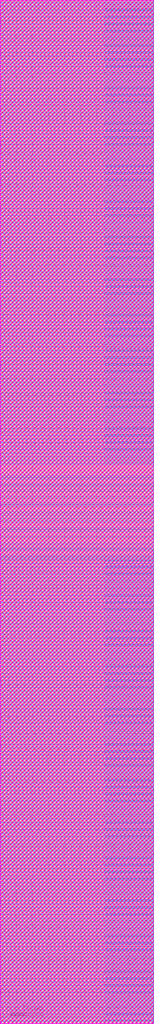
<source format=lef>
# Created by MC2 : Version 2011.06.06 on 2013/09/17, 17:42:30

###############################################################################
#        Software       : TSMC MEMORY COMPILER 2011.06.06
#        Technology     : 28 nm CMOS LOGIC High Performance Mobile 1P10M HKMG CU_ELK 0.9V
#        Memory Type    : TSMC 28nm High Performace Mobile Two Port Register File
#                       : with d240 bit cell Standard-Vt periphery
#        Library Name   : ts6n28hpma256x64m4f
#        Library Version: 110c
#        Generated Time : 2013/09/17, 17:42:29
###############################################################################
#
#STATEMENT OF USE
#
#This information contains confidential and proprietary information of TSMC.
#No part of this information may be reproduced, transmitted, transcribed,
#stored in a retrieval system, or translated into any human or computer
#language, in any form or by any means, electronic, mechanical, magnetic,
#optical, chemical, manual, or otherwise, without the prior written permission
#of TSMC. This information was prepared for informational purpose and is for
#use by TSMC's customers only. TSMC reserves the right to make changes in the
#information at any time and without notice.
#
###############################################################################
VERSION 5.7 ;
BUSBITCHARS "[]" ;
DIVIDERCHAR "/" ;

MACRO TS6N28HPMA256X64M4F
	CLASS BLOCK ;
	FOREIGN TS6N28HPMA256X64M4F 0.0 0.0 ;
	ORIGIN 0.0 0.0 ;
	SIZE 47.765 BY 317.515 ;
	SYMMETRY X Y ;
	PIN AA[0]
		DIRECTION INPUT ;
		USE SIGNAL ;
		PORT
			LAYER M2 ;
			RECT 47.525 166.660 47.765 166.810 ;
			LAYER M3 ;
			RECT 47.525 166.660 47.765 166.810 ;
			LAYER M1 ;
			RECT 47.525 166.660 47.765 166.810 ;
		END
		ANTENNAGATEAREA 0.0350 LAYER M1 ;
		ANTENNADIFFAREA 0.0350 LAYER M1 ;
		ANTENNAPARTIALMETALAREA 0.0758 LAYER M1 ;
		ANTENNAMAXAREACAR 1.1371 LAYER M1 ;
		ANTENNAPARTIALCUTAREA 0.0130 LAYER VIA1 ;
		ANTENNAMAXAREACAR 0.1857 LAYER VIA1 ;
		ANTENNAGATEAREA 0.0350 LAYER M2 ;
		ANTENNADIFFAREA 0.0350 LAYER M2 ;
		ANTENNAPARTIALMETALAREA 0.1575 LAYER M2 ;
		ANTENNAMAXAREACAR 5.6371 LAYER M2 ;
		ANTENNAPARTIALCUTAREA 0.0065 LAYER VIA2 ;
		ANTENNAMAXAREACAR 0.3714 LAYER VIA2 ;
		ANTENNAGATEAREA 0.0350 LAYER M3 ;
		ANTENNADIFFAREA 0.0350 LAYER M3 ;
		ANTENNAPARTIALMETALAREA 0.0360 LAYER M3 ;
		ANTENNAMAXAREACAR 6.6657 LAYER M3 ;
	END AA[0]

	PIN AA[1]
		DIRECTION INPUT ;
		USE SIGNAL ;
		PORT
			LAYER M2 ;
			RECT 47.525 166.350 47.765 166.500 ;
			LAYER M1 ;
			RECT 47.525 166.350 47.765 166.500 ;
			LAYER M3 ;
			RECT 47.525 166.350 47.765 166.500 ;
		END
		ANTENNAGATEAREA 0.0350 LAYER M1 ;
		ANTENNADIFFAREA 0.0350 LAYER M1 ;
		ANTENNAPARTIALMETALAREA 0.0758 LAYER M1 ;
		ANTENNAMAXAREACAR 1.1371 LAYER M1 ;
		ANTENNAPARTIALCUTAREA 0.0130 LAYER VIA1 ;
		ANTENNAMAXAREACAR 0.1857 LAYER VIA1 ;
		ANTENNAGATEAREA 0.0350 LAYER M2 ;
		ANTENNADIFFAREA 0.0350 LAYER M2 ;
		ANTENNAPARTIALMETALAREA 0.1575 LAYER M2 ;
		ANTENNAMAXAREACAR 5.6371 LAYER M2 ;
		ANTENNAPARTIALCUTAREA 0.0065 LAYER VIA2 ;
		ANTENNAMAXAREACAR 0.3714 LAYER VIA2 ;
		ANTENNAGATEAREA 0.0350 LAYER M3 ;
		ANTENNADIFFAREA 0.0350 LAYER M3 ;
		ANTENNAPARTIALMETALAREA 0.0360 LAYER M3 ;
		ANTENNAMAXAREACAR 6.6657 LAYER M3 ;
	END AA[1]

	PIN AA[2]
		DIRECTION INPUT ;
		USE SIGNAL ;
		PORT
			LAYER M3 ;
			RECT 47.525 168.990 47.765 169.140 ;
			LAYER M2 ;
			RECT 47.525 168.990 47.765 169.140 ;
			LAYER M1 ;
			RECT 47.525 168.990 47.765 169.140 ;
		END
		ANTENNAGATEAREA 0.0350 LAYER M1 ;
		ANTENNADIFFAREA 0.0350 LAYER M1 ;
		ANTENNAPARTIALMETALAREA 0.0758 LAYER M1 ;
		ANTENNAMAXAREACAR 1.1371 LAYER M1 ;
		ANTENNAPARTIALCUTAREA 0.0130 LAYER VIA1 ;
		ANTENNAMAXAREACAR 0.1857 LAYER VIA1 ;
		ANTENNAGATEAREA 0.0350 LAYER M2 ;
		ANTENNADIFFAREA 0.0350 LAYER M2 ;
		ANTENNAPARTIALMETALAREA 0.1575 LAYER M2 ;
		ANTENNAMAXAREACAR 5.6371 LAYER M2 ;
		ANTENNAPARTIALCUTAREA 0.0065 LAYER VIA2 ;
		ANTENNAMAXAREACAR 0.3714 LAYER VIA2 ;
		ANTENNAGATEAREA 0.0350 LAYER M3 ;
		ANTENNADIFFAREA 0.0350 LAYER M3 ;
		ANTENNAPARTIALMETALAREA 0.0360 LAYER M3 ;
		ANTENNAMAXAREACAR 6.6657 LAYER M3 ;
	END AA[2]

	PIN AA[3]
		DIRECTION INPUT ;
		USE SIGNAL ;
		PORT
			LAYER M3 ;
			RECT 47.525 173.190 47.765 173.340 ;
			LAYER M2 ;
			RECT 47.525 173.190 47.765 173.340 ;
			LAYER M1 ;
			RECT 47.525 173.190 47.765 173.340 ;
		END
		ANTENNAGATEAREA 0.0350 LAYER M1 ;
		ANTENNADIFFAREA 0.0350 LAYER M1 ;
		ANTENNAPARTIALMETALAREA 0.0758 LAYER M1 ;
		ANTENNAMAXAREACAR 1.1371 LAYER M1 ;
		ANTENNAPARTIALCUTAREA 0.0130 LAYER VIA1 ;
		ANTENNAMAXAREACAR 0.1857 LAYER VIA1 ;
		ANTENNAGATEAREA 0.0350 LAYER M2 ;
		ANTENNADIFFAREA 0.0350 LAYER M2 ;
		ANTENNAPARTIALMETALAREA 0.1575 LAYER M2 ;
		ANTENNAMAXAREACAR 5.6371 LAYER M2 ;
		ANTENNAPARTIALCUTAREA 0.0065 LAYER VIA2 ;
		ANTENNAMAXAREACAR 0.3714 LAYER VIA2 ;
		ANTENNAGATEAREA 0.0350 LAYER M3 ;
		ANTENNADIFFAREA 0.0350 LAYER M3 ;
		ANTENNAPARTIALMETALAREA 0.0360 LAYER M3 ;
		ANTENNAMAXAREACAR 6.6657 LAYER M3 ;
	END AA[3]

	PIN AA[4]
		DIRECTION INPUT ;
		USE SIGNAL ;
		PORT
			LAYER M3 ;
			RECT 47.525 170.240 47.765 170.390 ;
			LAYER M1 ;
			RECT 47.525 170.240 47.765 170.390 ;
			LAYER M2 ;
			RECT 47.525 170.240 47.765 170.390 ;
		END
		ANTENNAGATEAREA 0.0350 LAYER M1 ;
		ANTENNADIFFAREA 0.0350 LAYER M1 ;
		ANTENNAPARTIALMETALAREA 0.0758 LAYER M1 ;
		ANTENNAMAXAREACAR 1.1371 LAYER M1 ;
		ANTENNAPARTIALCUTAREA 0.0130 LAYER VIA1 ;
		ANTENNAMAXAREACAR 0.1857 LAYER VIA1 ;
		ANTENNAGATEAREA 0.0350 LAYER M2 ;
		ANTENNADIFFAREA 0.0350 LAYER M2 ;
		ANTENNAPARTIALMETALAREA 0.1575 LAYER M2 ;
		ANTENNAMAXAREACAR 5.6371 LAYER M2 ;
		ANTENNAPARTIALCUTAREA 0.0065 LAYER VIA2 ;
		ANTENNAMAXAREACAR 0.3714 LAYER VIA2 ;
		ANTENNAGATEAREA 0.0350 LAYER M3 ;
		ANTENNADIFFAREA 0.0350 LAYER M3 ;
		ANTENNAPARTIALMETALAREA 0.0360 LAYER M3 ;
		ANTENNAMAXAREACAR 6.6657 LAYER M3 ;
	END AA[4]

	PIN AA[5]
		DIRECTION INPUT ;
		USE SIGNAL ;
		PORT
			LAYER M3 ;
			RECT 47.525 172.880 47.765 173.030 ;
			LAYER M2 ;
			RECT 47.525 172.880 47.765 173.030 ;
			LAYER M1 ;
			RECT 47.525 172.880 47.765 173.030 ;
		END
		ANTENNAGATEAREA 0.0350 LAYER M1 ;
		ANTENNADIFFAREA 0.0350 LAYER M1 ;
		ANTENNAPARTIALMETALAREA 0.0758 LAYER M1 ;
		ANTENNAMAXAREACAR 1.1371 LAYER M1 ;
		ANTENNAPARTIALCUTAREA 0.0130 LAYER VIA1 ;
		ANTENNAMAXAREACAR 0.1857 LAYER VIA1 ;
		ANTENNAGATEAREA 0.0350 LAYER M2 ;
		ANTENNADIFFAREA 0.0350 LAYER M2 ;
		ANTENNAPARTIALMETALAREA 0.1575 LAYER M2 ;
		ANTENNAMAXAREACAR 5.6371 LAYER M2 ;
		ANTENNAPARTIALCUTAREA 0.0065 LAYER VIA2 ;
		ANTENNAMAXAREACAR 0.3714 LAYER VIA2 ;
		ANTENNAGATEAREA 0.0350 LAYER M3 ;
		ANTENNADIFFAREA 0.0350 LAYER M3 ;
		ANTENNAPARTIALMETALAREA 0.0360 LAYER M3 ;
		ANTENNAMAXAREACAR 6.6657 LAYER M3 ;
	END AA[5]

	PIN AA[6]
		DIRECTION INPUT ;
		USE SIGNAL ;
		PORT
			LAYER M2 ;
			RECT 47.525 169.300 47.765 169.450 ;
			LAYER M3 ;
			RECT 47.525 169.300 47.765 169.450 ;
			LAYER M1 ;
			RECT 47.525 169.300 47.765 169.450 ;
		END
		ANTENNAGATEAREA 0.0350 LAYER M1 ;
		ANTENNADIFFAREA 0.0350 LAYER M1 ;
		ANTENNAPARTIALMETALAREA 0.0758 LAYER M1 ;
		ANTENNAMAXAREACAR 1.1371 LAYER M1 ;
		ANTENNAPARTIALCUTAREA 0.0130 LAYER VIA1 ;
		ANTENNAMAXAREACAR 0.1857 LAYER VIA1 ;
		ANTENNAGATEAREA 0.0350 LAYER M2 ;
		ANTENNADIFFAREA 0.0350 LAYER M2 ;
		ANTENNAPARTIALMETALAREA 0.1575 LAYER M2 ;
		ANTENNAMAXAREACAR 5.6371 LAYER M2 ;
		ANTENNAPARTIALCUTAREA 0.0065 LAYER VIA2 ;
		ANTENNAMAXAREACAR 0.3714 LAYER VIA2 ;
		ANTENNAGATEAREA 0.0350 LAYER M3 ;
		ANTENNADIFFAREA 0.0350 LAYER M3 ;
		ANTENNAPARTIALMETALAREA 0.0360 LAYER M3 ;
		ANTENNAMAXAREACAR 6.6657 LAYER M3 ;
	END AA[6]

	PIN AA[7]
		DIRECTION INPUT ;
		USE SIGNAL ;
		PORT
			LAYER M3 ;
			RECT 47.525 165.410 47.765 165.560 ;
			LAYER M2 ;
			RECT 47.525 165.410 47.765 165.560 ;
			LAYER M1 ;
			RECT 47.525 165.410 47.765 165.560 ;
		END
		ANTENNAGATEAREA 0.0350 LAYER M1 ;
		ANTENNADIFFAREA 0.0350 LAYER M1 ;
		ANTENNAPARTIALMETALAREA 0.0758 LAYER M1 ;
		ANTENNAMAXAREACAR 1.1371 LAYER M1 ;
		ANTENNAPARTIALCUTAREA 0.0130 LAYER VIA1 ;
		ANTENNAMAXAREACAR 0.1857 LAYER VIA1 ;
		ANTENNAGATEAREA 0.0350 LAYER M2 ;
		ANTENNADIFFAREA 0.0350 LAYER M2 ;
		ANTENNAPARTIALMETALAREA 0.1575 LAYER M2 ;
		ANTENNAMAXAREACAR 5.6371 LAYER M2 ;
		ANTENNAPARTIALCUTAREA 0.0065 LAYER VIA2 ;
		ANTENNAMAXAREACAR 0.3714 LAYER VIA2 ;
		ANTENNAGATEAREA 0.0350 LAYER M3 ;
		ANTENNADIFFAREA 0.0350 LAYER M3 ;
		ANTENNAPARTIALMETALAREA 0.0360 LAYER M3 ;
		ANTENNAMAXAREACAR 6.6657 LAYER M3 ;
	END AA[7]

	PIN AB[0]
		DIRECTION INPUT ;
		USE SIGNAL ;
		PORT
			LAYER M3 ;
			RECT 47.525 152.905 47.765 153.055 ;
			LAYER M1 ;
			RECT 47.525 152.905 47.765 153.055 ;
			LAYER M2 ;
			RECT 47.525 152.905 47.765 153.055 ;
		END
		ANTENNAGATEAREA 0.0350 LAYER M1 ;
		ANTENNADIFFAREA 0.0350 LAYER M1 ;
		ANTENNAPARTIALMETALAREA 0.0758 LAYER M1 ;
		ANTENNAMAXAREACAR 1.1371 LAYER M1 ;
		ANTENNAPARTIALCUTAREA 0.0130 LAYER VIA1 ;
		ANTENNAMAXAREACAR 0.1857 LAYER VIA1 ;
		ANTENNAGATEAREA 0.0350 LAYER M2 ;
		ANTENNADIFFAREA 0.0350 LAYER M2 ;
		ANTENNAPARTIALMETALAREA 0.1575 LAYER M2 ;
		ANTENNAMAXAREACAR 5.6371 LAYER M2 ;
		ANTENNAPARTIALCUTAREA 0.0065 LAYER VIA2 ;
		ANTENNAMAXAREACAR 0.3714 LAYER VIA2 ;
		ANTENNAGATEAREA 0.0350 LAYER M3 ;
		ANTENNADIFFAREA 0.0350 LAYER M3 ;
		ANTENNAPARTIALMETALAREA 0.0360 LAYER M3 ;
		ANTENNAMAXAREACAR 6.6657 LAYER M3 ;
	END AB[0]

	PIN AB[1]
		DIRECTION INPUT ;
		USE SIGNAL ;
		PORT
			LAYER M3 ;
			RECT 47.525 153.215 47.765 153.365 ;
			LAYER M2 ;
			RECT 47.525 153.215 47.765 153.365 ;
			LAYER M1 ;
			RECT 47.525 153.215 47.765 153.365 ;
		END
		ANTENNAGATEAREA 0.0350 LAYER M1 ;
		ANTENNADIFFAREA 0.0350 LAYER M1 ;
		ANTENNAPARTIALMETALAREA 0.0758 LAYER M1 ;
		ANTENNAMAXAREACAR 1.1371 LAYER M1 ;
		ANTENNAPARTIALCUTAREA 0.0130 LAYER VIA1 ;
		ANTENNAMAXAREACAR 0.1857 LAYER VIA1 ;
		ANTENNAGATEAREA 0.0350 LAYER M2 ;
		ANTENNADIFFAREA 0.0350 LAYER M2 ;
		ANTENNAPARTIALMETALAREA 0.1575 LAYER M2 ;
		ANTENNAMAXAREACAR 5.6371 LAYER M2 ;
		ANTENNAPARTIALCUTAREA 0.0065 LAYER VIA2 ;
		ANTENNAMAXAREACAR 0.3714 LAYER VIA2 ;
		ANTENNAGATEAREA 0.0350 LAYER M3 ;
		ANTENNADIFFAREA 0.0350 LAYER M3 ;
		ANTENNAPARTIALMETALAREA 0.0360 LAYER M3 ;
		ANTENNAMAXAREACAR 6.6657 LAYER M3 ;
	END AB[1]

	PIN AB[2]
		DIRECTION INPUT ;
		USE SIGNAL ;
		PORT
			LAYER M2 ;
			RECT 47.525 150.575 47.765 150.725 ;
			LAYER M1 ;
			RECT 47.525 150.575 47.765 150.725 ;
			LAYER M3 ;
			RECT 47.525 150.575 47.765 150.725 ;
		END
		ANTENNAGATEAREA 0.0350 LAYER M1 ;
		ANTENNADIFFAREA 0.0350 LAYER M1 ;
		ANTENNAPARTIALMETALAREA 0.0758 LAYER M1 ;
		ANTENNAMAXAREACAR 1.1371 LAYER M1 ;
		ANTENNAPARTIALCUTAREA 0.0130 LAYER VIA1 ;
		ANTENNAMAXAREACAR 0.1857 LAYER VIA1 ;
		ANTENNAGATEAREA 0.0350 LAYER M2 ;
		ANTENNADIFFAREA 0.0350 LAYER M2 ;
		ANTENNAPARTIALMETALAREA 0.1575 LAYER M2 ;
		ANTENNAMAXAREACAR 5.6371 LAYER M2 ;
		ANTENNAPARTIALCUTAREA 0.0065 LAYER VIA2 ;
		ANTENNAMAXAREACAR 0.3714 LAYER VIA2 ;
		ANTENNAGATEAREA 0.0350 LAYER M3 ;
		ANTENNADIFFAREA 0.0350 LAYER M3 ;
		ANTENNAPARTIALMETALAREA 0.0360 LAYER M3 ;
		ANTENNAMAXAREACAR 6.6657 LAYER M3 ;
	END AB[2]

	PIN AB[3]
		DIRECTION INPUT ;
		USE SIGNAL ;
		PORT
			LAYER M1 ;
			RECT 47.525 146.375 47.765 146.525 ;
			LAYER M3 ;
			RECT 47.525 146.375 47.765 146.525 ;
			LAYER M2 ;
			RECT 47.525 146.375 47.765 146.525 ;
		END
		ANTENNAGATEAREA 0.0350 LAYER M1 ;
		ANTENNADIFFAREA 0.0350 LAYER M1 ;
		ANTENNAPARTIALMETALAREA 0.0758 LAYER M1 ;
		ANTENNAMAXAREACAR 1.1371 LAYER M1 ;
		ANTENNAPARTIALCUTAREA 0.0130 LAYER VIA1 ;
		ANTENNAMAXAREACAR 0.1857 LAYER VIA1 ;
		ANTENNAGATEAREA 0.0350 LAYER M2 ;
		ANTENNADIFFAREA 0.0350 LAYER M2 ;
		ANTENNAPARTIALMETALAREA 0.1575 LAYER M2 ;
		ANTENNAMAXAREACAR 5.6371 LAYER M2 ;
		ANTENNAPARTIALCUTAREA 0.0065 LAYER VIA2 ;
		ANTENNAMAXAREACAR 0.3714 LAYER VIA2 ;
		ANTENNAGATEAREA 0.0350 LAYER M3 ;
		ANTENNADIFFAREA 0.0350 LAYER M3 ;
		ANTENNAPARTIALMETALAREA 0.0360 LAYER M3 ;
		ANTENNAMAXAREACAR 6.6657 LAYER M3 ;
	END AB[3]

	PIN AB[4]
		DIRECTION INPUT ;
		USE SIGNAL ;
		PORT
			LAYER M3 ;
			RECT 47.525 149.325 47.765 149.475 ;
			LAYER M2 ;
			RECT 47.525 149.325 47.765 149.475 ;
			LAYER M1 ;
			RECT 47.525 149.325 47.765 149.475 ;
		END
		ANTENNAGATEAREA 0.0350 LAYER M1 ;
		ANTENNADIFFAREA 0.0350 LAYER M1 ;
		ANTENNAPARTIALMETALAREA 0.0758 LAYER M1 ;
		ANTENNAMAXAREACAR 1.1371 LAYER M1 ;
		ANTENNAPARTIALCUTAREA 0.0130 LAYER VIA1 ;
		ANTENNAMAXAREACAR 0.1857 LAYER VIA1 ;
		ANTENNAGATEAREA 0.0350 LAYER M2 ;
		ANTENNADIFFAREA 0.0350 LAYER M2 ;
		ANTENNAPARTIALMETALAREA 0.1575 LAYER M2 ;
		ANTENNAMAXAREACAR 5.6371 LAYER M2 ;
		ANTENNAPARTIALCUTAREA 0.0065 LAYER VIA2 ;
		ANTENNAMAXAREACAR 0.3714 LAYER VIA2 ;
		ANTENNAGATEAREA 0.0350 LAYER M3 ;
		ANTENNADIFFAREA 0.0350 LAYER M3 ;
		ANTENNAPARTIALMETALAREA 0.0360 LAYER M3 ;
		ANTENNAMAXAREACAR 6.6657 LAYER M3 ;
	END AB[4]

	PIN AB[5]
		DIRECTION INPUT ;
		USE SIGNAL ;
		PORT
			LAYER M2 ;
			RECT 47.525 146.685 47.765 146.835 ;
			LAYER M3 ;
			RECT 47.525 146.685 47.765 146.835 ;
			LAYER M1 ;
			RECT 47.525 146.685 47.765 146.835 ;
		END
		ANTENNAGATEAREA 0.0350 LAYER M1 ;
		ANTENNADIFFAREA 0.0350 LAYER M1 ;
		ANTENNAPARTIALMETALAREA 0.0758 LAYER M1 ;
		ANTENNAMAXAREACAR 1.1371 LAYER M1 ;
		ANTENNAPARTIALCUTAREA 0.0130 LAYER VIA1 ;
		ANTENNAMAXAREACAR 0.1857 LAYER VIA1 ;
		ANTENNAGATEAREA 0.0350 LAYER M2 ;
		ANTENNADIFFAREA 0.0350 LAYER M2 ;
		ANTENNAPARTIALMETALAREA 0.1575 LAYER M2 ;
		ANTENNAMAXAREACAR 5.6371 LAYER M2 ;
		ANTENNAPARTIALCUTAREA 0.0065 LAYER VIA2 ;
		ANTENNAMAXAREACAR 0.3714 LAYER VIA2 ;
		ANTENNAGATEAREA 0.0350 LAYER M3 ;
		ANTENNADIFFAREA 0.0350 LAYER M3 ;
		ANTENNAPARTIALMETALAREA 0.0360 LAYER M3 ;
		ANTENNAMAXAREACAR 6.6657 LAYER M3 ;
	END AB[5]

	PIN AB[6]
		DIRECTION INPUT ;
		USE SIGNAL ;
		PORT
			LAYER M3 ;
			RECT 47.525 150.265 47.765 150.415 ;
			LAYER M2 ;
			RECT 47.525 150.265 47.765 150.415 ;
			LAYER M1 ;
			RECT 47.525 150.265 47.765 150.415 ;
		END
		ANTENNAGATEAREA 0.0350 LAYER M1 ;
		ANTENNADIFFAREA 0.0350 LAYER M1 ;
		ANTENNAPARTIALMETALAREA 0.0758 LAYER M1 ;
		ANTENNAMAXAREACAR 1.1371 LAYER M1 ;
		ANTENNAPARTIALCUTAREA 0.0130 LAYER VIA1 ;
		ANTENNAMAXAREACAR 0.1857 LAYER VIA1 ;
		ANTENNAGATEAREA 0.0350 LAYER M2 ;
		ANTENNADIFFAREA 0.0350 LAYER M2 ;
		ANTENNAPARTIALMETALAREA 0.1575 LAYER M2 ;
		ANTENNAMAXAREACAR 5.6371 LAYER M2 ;
		ANTENNAPARTIALCUTAREA 0.0065 LAYER VIA2 ;
		ANTENNAMAXAREACAR 0.3714 LAYER VIA2 ;
		ANTENNAGATEAREA 0.0350 LAYER M3 ;
		ANTENNADIFFAREA 0.0350 LAYER M3 ;
		ANTENNAPARTIALMETALAREA 0.0360 LAYER M3 ;
		ANTENNAMAXAREACAR 6.6657 LAYER M3 ;
	END AB[6]

	PIN AB[7]
		DIRECTION INPUT ;
		USE SIGNAL ;
		PORT
			LAYER M1 ;
			RECT 47.525 154.155 47.765 154.305 ;
			LAYER M3 ;
			RECT 47.525 154.155 47.765 154.305 ;
			LAYER M2 ;
			RECT 47.525 154.155 47.765 154.305 ;
		END
		ANTENNAGATEAREA 0.0350 LAYER M1 ;
		ANTENNADIFFAREA 0.0350 LAYER M1 ;
		ANTENNAPARTIALMETALAREA 0.0758 LAYER M1 ;
		ANTENNAMAXAREACAR 1.1371 LAYER M1 ;
		ANTENNAPARTIALCUTAREA 0.0130 LAYER VIA1 ;
		ANTENNAMAXAREACAR 0.1857 LAYER VIA1 ;
		ANTENNAGATEAREA 0.0350 LAYER M2 ;
		ANTENNADIFFAREA 0.0350 LAYER M2 ;
		ANTENNAPARTIALMETALAREA 0.1575 LAYER M2 ;
		ANTENNAMAXAREACAR 5.6371 LAYER M2 ;
		ANTENNAPARTIALCUTAREA 0.0065 LAYER VIA2 ;
		ANTENNAMAXAREACAR 0.3714 LAYER VIA2 ;
		ANTENNAGATEAREA 0.0350 LAYER M3 ;
		ANTENNADIFFAREA 0.0350 LAYER M3 ;
		ANTENNAPARTIALMETALAREA 0.0360 LAYER M3 ;
		ANTENNAMAXAREACAR 6.6657 LAYER M3 ;
	END AB[7]

	PIN CLKR
		DIRECTION INPUT ;
		USE SIGNAL ;
		PORT
			LAYER M3 ;
			RECT 47.525 158.020 47.765 158.170 ;
			LAYER M2 ;
			RECT 47.525 158.020 47.765 158.170 ;
			LAYER M1 ;
			RECT 47.525 158.020 47.765 158.170 ;
		END
		ANTENNAGATEAREA 0.4767 LAYER M1 ;
		ANTENNADIFFAREA 0.0350 LAYER M1 ;
		ANTENNAPARTIALMETALAREA 0.6122 LAYER M1 ;
		ANTENNAMAXAREACAR 6.7528 LAYER M1 ;
		ANTENNAPARTIALCUTAREA 0.0530 LAYER VIA1 ;
		ANTENNAMAXAREACAR 0.4422 LAYER VIA1 ;
		ANTENNAGATEAREA 0.4767 LAYER M2 ;
		ANTENNADIFFAREA 0.0350 LAYER M2 ;
		ANTENNAPARTIALMETALAREA 1.3330 LAYER M2 ;
		ANTENNAMAXAREACAR 18.3629 LAYER M2 ;
		ANTENNAPARTIALCUTAREA 0.0240 LAYER VIA2 ;
		ANTENNAMAXAREACAR 0.7755 LAYER VIA2 ;
		ANTENNAGATEAREA 0.4767 LAYER M3 ;
		ANTENNADIFFAREA 0.0350 LAYER M3 ;
		ANTENNAPARTIALMETALAREA 0.6379 LAYER M3 ;
		ANTENNAMAXAREACAR 19.7010 LAYER M3 ;
	END CLKR

	PIN CLKW
		DIRECTION INPUT ;
		USE SIGNAL ;
		PORT
			LAYER M3 ;
			RECT 47.525 162.010 47.765 162.160 ;
			LAYER M2 ;
			RECT 47.525 162.010 47.765 162.160 ;
			LAYER M1 ;
			RECT 47.525 162.010 47.765 162.160 ;
		END
		ANTENNAGATEAREA 0.2185 LAYER M1 ;
		ANTENNADIFFAREA 0.0350 LAYER M1 ;
		ANTENNAPARTIALMETALAREA 0.3678 LAYER M1 ;
		ANTENNAMAXAREACAR 9.4762 LAYER M1 ;
		ANTENNAPARTIALCUTAREA 0.0310 LAYER VIA1 ;
		ANTENNAMAXAREACAR 0.5159 LAYER VIA1 ;
		ANTENNAGATEAREA 0.2185 LAYER M2 ;
		ANTENNADIFFAREA 0.0350 LAYER M2 ;
		ANTENNAPARTIALMETALAREA 1.0483 LAYER M2 ;
		ANTENNAMAXAREACAR 18.0317 LAYER M2 ;
		ANTENNAPARTIALCUTAREA 0.0140 LAYER VIA2 ;
		ANTENNAMAXAREACAR 0.8492 LAYER VIA2 ;
		ANTENNAGATEAREA 0.2185 LAYER M3 ;
		ANTENNADIFFAREA 0.0350 LAYER M3 ;
		ANTENNAPARTIALMETALAREA 0.3566 LAYER M3 ;
		ANTENNAMAXAREACAR 19.6638 LAYER M3 ;
	END CLKW

	PIN D[0]
		DIRECTION INPUT ;
		USE SIGNAL ;
		PORT
			LAYER M1 ;
			RECT 47.615 3.715 47.765 3.955 ;
			LAYER M3 ;
			RECT 47.615 3.715 47.765 3.955 ;
			LAYER M2 ;
			RECT 47.615 3.715 47.765 3.955 ;
		END
		ANTENNAGATEAREA 0.0270 LAYER M1 ;
		ANTENNADIFFAREA 0.0350 LAYER M1 ;
		ANTENNAPARTIALMETALAREA 0.6796 LAYER M1 ;
		ANTENNAMAXAREACAR 2.2500 LAYER M1 ;
		ANTENNAPARTIALCUTAREA 0.0220 LAYER VIA1 ;
		ANTENNAMAXAREACAR 0.2407 LAYER VIA1 ;
		ANTENNAGATEAREA 0.0270 LAYER M2 ;
		ANTENNADIFFAREA 0.0350 LAYER M2 ;
		ANTENNAPARTIALMETALAREA 0.1925 LAYER M2 ;
		ANTENNAMAXAREACAR 8.3056 LAYER M2 ;
		ANTENNAPARTIALCUTAREA 0.0065 LAYER VIA2 ;
		ANTENNAMAXAREACAR 0.4815 LAYER VIA2 ;
		ANTENNAGATEAREA 0.0270 LAYER M3 ;
		ANTENNADIFFAREA 0.0350 LAYER M3 ;
		ANTENNAPARTIALMETALAREA 0.0360 LAYER M3 ;
		ANTENNAMAXAREACAR 9.6389 LAYER M3 ;
	END D[0]

	PIN D[10]
		DIRECTION INPUT ;
		USE SIGNAL ;
		PORT
			LAYER M2 ;
			RECT 47.615 47.715 47.765 47.955 ;
			LAYER M3 ;
			RECT 47.615 47.715 47.765 47.955 ;
			LAYER M1 ;
			RECT 47.615 47.715 47.765 47.955 ;
		END
		ANTENNAGATEAREA 0.0270 LAYER M1 ;
		ANTENNADIFFAREA 0.0350 LAYER M1 ;
		ANTENNAPARTIALMETALAREA 0.6796 LAYER M1 ;
		ANTENNAMAXAREACAR 2.2500 LAYER M1 ;
		ANTENNAPARTIALCUTAREA 0.0220 LAYER VIA1 ;
		ANTENNAMAXAREACAR 0.2407 LAYER VIA1 ;
		ANTENNAGATEAREA 0.0270 LAYER M2 ;
		ANTENNADIFFAREA 0.0350 LAYER M2 ;
		ANTENNAPARTIALMETALAREA 0.1925 LAYER M2 ;
		ANTENNAMAXAREACAR 8.3056 LAYER M2 ;
		ANTENNAPARTIALCUTAREA 0.0065 LAYER VIA2 ;
		ANTENNAMAXAREACAR 0.4815 LAYER VIA2 ;
		ANTENNAGATEAREA 0.0270 LAYER M3 ;
		ANTENNADIFFAREA 0.0350 LAYER M3 ;
		ANTENNAPARTIALMETALAREA 0.0360 LAYER M3 ;
		ANTENNAMAXAREACAR 9.6389 LAYER M3 ;
	END D[10]

	PIN D[11]
		DIRECTION INPUT ;
		USE SIGNAL ;
		PORT
			LAYER M2 ;
			RECT 47.615 52.115 47.765 52.355 ;
			LAYER M3 ;
			RECT 47.615 52.115 47.765 52.355 ;
			LAYER M1 ;
			RECT 47.615 52.115 47.765 52.355 ;
		END
		ANTENNAGATEAREA 0.0270 LAYER M1 ;
		ANTENNADIFFAREA 0.0350 LAYER M1 ;
		ANTENNAPARTIALMETALAREA 0.6796 LAYER M1 ;
		ANTENNAMAXAREACAR 2.2500 LAYER M1 ;
		ANTENNAPARTIALCUTAREA 0.0220 LAYER VIA1 ;
		ANTENNAMAXAREACAR 0.2407 LAYER VIA1 ;
		ANTENNAGATEAREA 0.0270 LAYER M2 ;
		ANTENNADIFFAREA 0.0350 LAYER M2 ;
		ANTENNAPARTIALMETALAREA 0.1925 LAYER M2 ;
		ANTENNAMAXAREACAR 8.3056 LAYER M2 ;
		ANTENNAPARTIALCUTAREA 0.0065 LAYER VIA2 ;
		ANTENNAMAXAREACAR 0.4815 LAYER VIA2 ;
		ANTENNAGATEAREA 0.0270 LAYER M3 ;
		ANTENNADIFFAREA 0.0350 LAYER M3 ;
		ANTENNAPARTIALMETALAREA 0.0360 LAYER M3 ;
		ANTENNAMAXAREACAR 9.6389 LAYER M3 ;
	END D[11]

	PIN D[12]
		DIRECTION INPUT ;
		USE SIGNAL ;
		PORT
			LAYER M2 ;
			RECT 47.615 56.515 47.765 56.755 ;
			LAYER M3 ;
			RECT 47.615 56.515 47.765 56.755 ;
			LAYER M1 ;
			RECT 47.615 56.515 47.765 56.755 ;
		END
		ANTENNAGATEAREA 0.0270 LAYER M1 ;
		ANTENNADIFFAREA 0.0350 LAYER M1 ;
		ANTENNAPARTIALMETALAREA 0.6796 LAYER M1 ;
		ANTENNAMAXAREACAR 2.2500 LAYER M1 ;
		ANTENNAPARTIALCUTAREA 0.0220 LAYER VIA1 ;
		ANTENNAMAXAREACAR 0.2407 LAYER VIA1 ;
		ANTENNAGATEAREA 0.0270 LAYER M2 ;
		ANTENNADIFFAREA 0.0350 LAYER M2 ;
		ANTENNAPARTIALMETALAREA 0.1925 LAYER M2 ;
		ANTENNAMAXAREACAR 8.3056 LAYER M2 ;
		ANTENNAPARTIALCUTAREA 0.0065 LAYER VIA2 ;
		ANTENNAMAXAREACAR 0.4815 LAYER VIA2 ;
		ANTENNAGATEAREA 0.0270 LAYER M3 ;
		ANTENNADIFFAREA 0.0350 LAYER M3 ;
		ANTENNAPARTIALMETALAREA 0.0360 LAYER M3 ;
		ANTENNAMAXAREACAR 9.6389 LAYER M3 ;
	END D[12]

	PIN D[13]
		DIRECTION INPUT ;
		USE SIGNAL ;
		PORT
			LAYER M2 ;
			RECT 47.615 60.915 47.765 61.155 ;
			LAYER M1 ;
			RECT 47.615 60.915 47.765 61.155 ;
			LAYER M3 ;
			RECT 47.615 60.915 47.765 61.155 ;
		END
		ANTENNAGATEAREA 0.0270 LAYER M1 ;
		ANTENNADIFFAREA 0.0350 LAYER M1 ;
		ANTENNAPARTIALMETALAREA 0.6796 LAYER M1 ;
		ANTENNAMAXAREACAR 2.2500 LAYER M1 ;
		ANTENNAPARTIALCUTAREA 0.0220 LAYER VIA1 ;
		ANTENNAMAXAREACAR 0.2407 LAYER VIA1 ;
		ANTENNAGATEAREA 0.0270 LAYER M2 ;
		ANTENNADIFFAREA 0.0350 LAYER M2 ;
		ANTENNAPARTIALMETALAREA 0.1925 LAYER M2 ;
		ANTENNAMAXAREACAR 8.3056 LAYER M2 ;
		ANTENNAPARTIALCUTAREA 0.0065 LAYER VIA2 ;
		ANTENNAMAXAREACAR 0.4815 LAYER VIA2 ;
		ANTENNAGATEAREA 0.0270 LAYER M3 ;
		ANTENNADIFFAREA 0.0350 LAYER M3 ;
		ANTENNAPARTIALMETALAREA 0.0360 LAYER M3 ;
		ANTENNAMAXAREACAR 9.6389 LAYER M3 ;
	END D[13]

	PIN D[14]
		DIRECTION INPUT ;
		USE SIGNAL ;
		PORT
			LAYER M1 ;
			RECT 47.615 65.315 47.765 65.555 ;
			LAYER M2 ;
			RECT 47.615 65.315 47.765 65.555 ;
			LAYER M3 ;
			RECT 47.615 65.315 47.765 65.555 ;
		END
		ANTENNAGATEAREA 0.0270 LAYER M1 ;
		ANTENNADIFFAREA 0.0350 LAYER M1 ;
		ANTENNAPARTIALMETALAREA 0.6796 LAYER M1 ;
		ANTENNAMAXAREACAR 2.2500 LAYER M1 ;
		ANTENNAPARTIALCUTAREA 0.0220 LAYER VIA1 ;
		ANTENNAMAXAREACAR 0.2407 LAYER VIA1 ;
		ANTENNAGATEAREA 0.0270 LAYER M2 ;
		ANTENNADIFFAREA 0.0350 LAYER M2 ;
		ANTENNAPARTIALMETALAREA 0.1925 LAYER M2 ;
		ANTENNAMAXAREACAR 8.3056 LAYER M2 ;
		ANTENNAPARTIALCUTAREA 0.0065 LAYER VIA2 ;
		ANTENNAMAXAREACAR 0.4815 LAYER VIA2 ;
		ANTENNAGATEAREA 0.0270 LAYER M3 ;
		ANTENNADIFFAREA 0.0350 LAYER M3 ;
		ANTENNAPARTIALMETALAREA 0.0360 LAYER M3 ;
		ANTENNAMAXAREACAR 9.6389 LAYER M3 ;
	END D[14]

	PIN D[15]
		DIRECTION INPUT ;
		USE SIGNAL ;
		PORT
			LAYER M1 ;
			RECT 47.615 69.715 47.765 69.955 ;
			LAYER M2 ;
			RECT 47.615 69.715 47.765 69.955 ;
			LAYER M3 ;
			RECT 47.615 69.715 47.765 69.955 ;
		END
		ANTENNAGATEAREA 0.0270 LAYER M1 ;
		ANTENNADIFFAREA 0.0350 LAYER M1 ;
		ANTENNAPARTIALMETALAREA 0.6796 LAYER M1 ;
		ANTENNAMAXAREACAR 2.2500 LAYER M1 ;
		ANTENNAPARTIALCUTAREA 0.0220 LAYER VIA1 ;
		ANTENNAMAXAREACAR 0.2407 LAYER VIA1 ;
		ANTENNAGATEAREA 0.0270 LAYER M2 ;
		ANTENNADIFFAREA 0.0350 LAYER M2 ;
		ANTENNAPARTIALMETALAREA 0.1925 LAYER M2 ;
		ANTENNAMAXAREACAR 8.3056 LAYER M2 ;
		ANTENNAPARTIALCUTAREA 0.0065 LAYER VIA2 ;
		ANTENNAMAXAREACAR 0.4815 LAYER VIA2 ;
		ANTENNAGATEAREA 0.0270 LAYER M3 ;
		ANTENNADIFFAREA 0.0350 LAYER M3 ;
		ANTENNAPARTIALMETALAREA 0.0360 LAYER M3 ;
		ANTENNAMAXAREACAR 9.6389 LAYER M3 ;
	END D[15]

	PIN D[16]
		DIRECTION INPUT ;
		USE SIGNAL ;
		PORT
			LAYER M1 ;
			RECT 47.615 74.115 47.765 74.355 ;
			LAYER M3 ;
			RECT 47.615 74.115 47.765 74.355 ;
			LAYER M2 ;
			RECT 47.615 74.115 47.765 74.355 ;
		END
		ANTENNAGATEAREA 0.0270 LAYER M1 ;
		ANTENNADIFFAREA 0.0350 LAYER M1 ;
		ANTENNAPARTIALMETALAREA 0.6796 LAYER M1 ;
		ANTENNAMAXAREACAR 2.2500 LAYER M1 ;
		ANTENNAPARTIALCUTAREA 0.0220 LAYER VIA1 ;
		ANTENNAMAXAREACAR 0.2407 LAYER VIA1 ;
		ANTENNAGATEAREA 0.0270 LAYER M2 ;
		ANTENNADIFFAREA 0.0350 LAYER M2 ;
		ANTENNAPARTIALMETALAREA 0.1925 LAYER M2 ;
		ANTENNAMAXAREACAR 8.3056 LAYER M2 ;
		ANTENNAPARTIALCUTAREA 0.0065 LAYER VIA2 ;
		ANTENNAMAXAREACAR 0.4815 LAYER VIA2 ;
		ANTENNAGATEAREA 0.0270 LAYER M3 ;
		ANTENNADIFFAREA 0.0350 LAYER M3 ;
		ANTENNAPARTIALMETALAREA 0.0360 LAYER M3 ;
		ANTENNAMAXAREACAR 9.6389 LAYER M3 ;
	END D[16]

	PIN D[17]
		DIRECTION INPUT ;
		USE SIGNAL ;
		PORT
			LAYER M2 ;
			RECT 47.615 78.515 47.765 78.755 ;
			LAYER M1 ;
			RECT 47.615 78.515 47.765 78.755 ;
			LAYER M3 ;
			RECT 47.615 78.515 47.765 78.755 ;
		END
		ANTENNAGATEAREA 0.0270 LAYER M1 ;
		ANTENNADIFFAREA 0.0350 LAYER M1 ;
		ANTENNAPARTIALMETALAREA 0.6796 LAYER M1 ;
		ANTENNAMAXAREACAR 2.2500 LAYER M1 ;
		ANTENNAPARTIALCUTAREA 0.0220 LAYER VIA1 ;
		ANTENNAMAXAREACAR 0.2407 LAYER VIA1 ;
		ANTENNAGATEAREA 0.0270 LAYER M2 ;
		ANTENNADIFFAREA 0.0350 LAYER M2 ;
		ANTENNAPARTIALMETALAREA 0.1925 LAYER M2 ;
		ANTENNAMAXAREACAR 8.3056 LAYER M2 ;
		ANTENNAPARTIALCUTAREA 0.0065 LAYER VIA2 ;
		ANTENNAMAXAREACAR 0.4815 LAYER VIA2 ;
		ANTENNAGATEAREA 0.0270 LAYER M3 ;
		ANTENNADIFFAREA 0.0350 LAYER M3 ;
		ANTENNAPARTIALMETALAREA 0.0360 LAYER M3 ;
		ANTENNAMAXAREACAR 9.6389 LAYER M3 ;
	END D[17]

	PIN D[18]
		DIRECTION INPUT ;
		USE SIGNAL ;
		PORT
			LAYER M1 ;
			RECT 47.615 82.915 47.765 83.155 ;
			LAYER M3 ;
			RECT 47.615 82.915 47.765 83.155 ;
			LAYER M2 ;
			RECT 47.615 82.915 47.765 83.155 ;
		END
		ANTENNAGATEAREA 0.0270 LAYER M1 ;
		ANTENNADIFFAREA 0.0350 LAYER M1 ;
		ANTENNAPARTIALMETALAREA 0.6796 LAYER M1 ;
		ANTENNAMAXAREACAR 2.2500 LAYER M1 ;
		ANTENNAPARTIALCUTAREA 0.0220 LAYER VIA1 ;
		ANTENNAMAXAREACAR 0.2407 LAYER VIA1 ;
		ANTENNAGATEAREA 0.0270 LAYER M2 ;
		ANTENNADIFFAREA 0.0350 LAYER M2 ;
		ANTENNAPARTIALMETALAREA 0.1925 LAYER M2 ;
		ANTENNAMAXAREACAR 8.3056 LAYER M2 ;
		ANTENNAPARTIALCUTAREA 0.0065 LAYER VIA2 ;
		ANTENNAMAXAREACAR 0.4815 LAYER VIA2 ;
		ANTENNAGATEAREA 0.0270 LAYER M3 ;
		ANTENNADIFFAREA 0.0350 LAYER M3 ;
		ANTENNAPARTIALMETALAREA 0.0360 LAYER M3 ;
		ANTENNAMAXAREACAR 9.6389 LAYER M3 ;
	END D[18]

	PIN D[19]
		DIRECTION INPUT ;
		USE SIGNAL ;
		PORT
			LAYER M2 ;
			RECT 47.615 87.315 47.765 87.555 ;
			LAYER M1 ;
			RECT 47.615 87.315 47.765 87.555 ;
			LAYER M3 ;
			RECT 47.615 87.315 47.765 87.555 ;
		END
		ANTENNAGATEAREA 0.0270 LAYER M1 ;
		ANTENNADIFFAREA 0.0350 LAYER M1 ;
		ANTENNAPARTIALMETALAREA 0.6796 LAYER M1 ;
		ANTENNAMAXAREACAR 2.2500 LAYER M1 ;
		ANTENNAPARTIALCUTAREA 0.0220 LAYER VIA1 ;
		ANTENNAMAXAREACAR 0.2407 LAYER VIA1 ;
		ANTENNAGATEAREA 0.0270 LAYER M2 ;
		ANTENNADIFFAREA 0.0350 LAYER M2 ;
		ANTENNAPARTIALMETALAREA 0.1925 LAYER M2 ;
		ANTENNAMAXAREACAR 8.3056 LAYER M2 ;
		ANTENNAPARTIALCUTAREA 0.0065 LAYER VIA2 ;
		ANTENNAMAXAREACAR 0.4815 LAYER VIA2 ;
		ANTENNAGATEAREA 0.0270 LAYER M3 ;
		ANTENNADIFFAREA 0.0350 LAYER M3 ;
		ANTENNAPARTIALMETALAREA 0.0360 LAYER M3 ;
		ANTENNAMAXAREACAR 9.6389 LAYER M3 ;
	END D[19]

	PIN D[1]
		DIRECTION INPUT ;
		USE SIGNAL ;
		PORT
			LAYER M3 ;
			RECT 47.615 8.115 47.765 8.355 ;
			LAYER M2 ;
			RECT 47.615 8.115 47.765 8.355 ;
			LAYER M1 ;
			RECT 47.615 8.115 47.765 8.355 ;
		END
		ANTENNAGATEAREA 0.0270 LAYER M1 ;
		ANTENNADIFFAREA 0.0350 LAYER M1 ;
		ANTENNAPARTIALMETALAREA 0.6796 LAYER M1 ;
		ANTENNAMAXAREACAR 2.2500 LAYER M1 ;
		ANTENNAPARTIALCUTAREA 0.0220 LAYER VIA1 ;
		ANTENNAMAXAREACAR 0.2407 LAYER VIA1 ;
		ANTENNAGATEAREA 0.0270 LAYER M2 ;
		ANTENNADIFFAREA 0.0350 LAYER M2 ;
		ANTENNAPARTIALMETALAREA 0.1925 LAYER M2 ;
		ANTENNAMAXAREACAR 8.3056 LAYER M2 ;
		ANTENNAPARTIALCUTAREA 0.0065 LAYER VIA2 ;
		ANTENNAMAXAREACAR 0.4815 LAYER VIA2 ;
		ANTENNAGATEAREA 0.0270 LAYER M3 ;
		ANTENNADIFFAREA 0.0350 LAYER M3 ;
		ANTENNAPARTIALMETALAREA 0.0360 LAYER M3 ;
		ANTENNAMAXAREACAR 9.6389 LAYER M3 ;
	END D[1]

	PIN D[20]
		DIRECTION INPUT ;
		USE SIGNAL ;
		PORT
			LAYER M2 ;
			RECT 47.615 91.715 47.765 91.955 ;
			LAYER M1 ;
			RECT 47.615 91.715 47.765 91.955 ;
			LAYER M3 ;
			RECT 47.615 91.715 47.765 91.955 ;
		END
		ANTENNAGATEAREA 0.0270 LAYER M1 ;
		ANTENNADIFFAREA 0.0350 LAYER M1 ;
		ANTENNAPARTIALMETALAREA 0.6796 LAYER M1 ;
		ANTENNAMAXAREACAR 2.2500 LAYER M1 ;
		ANTENNAPARTIALCUTAREA 0.0220 LAYER VIA1 ;
		ANTENNAMAXAREACAR 0.2407 LAYER VIA1 ;
		ANTENNAGATEAREA 0.0270 LAYER M2 ;
		ANTENNADIFFAREA 0.0350 LAYER M2 ;
		ANTENNAPARTIALMETALAREA 0.1925 LAYER M2 ;
		ANTENNAMAXAREACAR 8.3056 LAYER M2 ;
		ANTENNAPARTIALCUTAREA 0.0065 LAYER VIA2 ;
		ANTENNAMAXAREACAR 0.4815 LAYER VIA2 ;
		ANTENNAGATEAREA 0.0270 LAYER M3 ;
		ANTENNADIFFAREA 0.0350 LAYER M3 ;
		ANTENNAPARTIALMETALAREA 0.0360 LAYER M3 ;
		ANTENNAMAXAREACAR 9.6389 LAYER M3 ;
	END D[20]

	PIN D[21]
		DIRECTION INPUT ;
		USE SIGNAL ;
		PORT
			LAYER M2 ;
			RECT 47.615 96.115 47.765 96.355 ;
			LAYER M1 ;
			RECT 47.615 96.115 47.765 96.355 ;
			LAYER M3 ;
			RECT 47.615 96.115 47.765 96.355 ;
		END
		ANTENNAGATEAREA 0.0270 LAYER M1 ;
		ANTENNADIFFAREA 0.0350 LAYER M1 ;
		ANTENNAPARTIALMETALAREA 0.6796 LAYER M1 ;
		ANTENNAMAXAREACAR 2.2500 LAYER M1 ;
		ANTENNAPARTIALCUTAREA 0.0220 LAYER VIA1 ;
		ANTENNAMAXAREACAR 0.2407 LAYER VIA1 ;
		ANTENNAGATEAREA 0.0270 LAYER M2 ;
		ANTENNADIFFAREA 0.0350 LAYER M2 ;
		ANTENNAPARTIALMETALAREA 0.1925 LAYER M2 ;
		ANTENNAMAXAREACAR 8.3056 LAYER M2 ;
		ANTENNAPARTIALCUTAREA 0.0065 LAYER VIA2 ;
		ANTENNAMAXAREACAR 0.4815 LAYER VIA2 ;
		ANTENNAGATEAREA 0.0270 LAYER M3 ;
		ANTENNADIFFAREA 0.0350 LAYER M3 ;
		ANTENNAPARTIALMETALAREA 0.0360 LAYER M3 ;
		ANTENNAMAXAREACAR 9.6389 LAYER M3 ;
	END D[21]

	PIN D[22]
		DIRECTION INPUT ;
		USE SIGNAL ;
		PORT
			LAYER M2 ;
			RECT 47.615 100.515 47.765 100.755 ;
			LAYER M1 ;
			RECT 47.615 100.515 47.765 100.755 ;
			LAYER M3 ;
			RECT 47.615 100.515 47.765 100.755 ;
		END
		ANTENNAGATEAREA 0.0270 LAYER M1 ;
		ANTENNADIFFAREA 0.0350 LAYER M1 ;
		ANTENNAPARTIALMETALAREA 0.6796 LAYER M1 ;
		ANTENNAMAXAREACAR 2.2500 LAYER M1 ;
		ANTENNAPARTIALCUTAREA 0.0220 LAYER VIA1 ;
		ANTENNAMAXAREACAR 0.2407 LAYER VIA1 ;
		ANTENNAGATEAREA 0.0270 LAYER M2 ;
		ANTENNADIFFAREA 0.0350 LAYER M2 ;
		ANTENNAPARTIALMETALAREA 0.1925 LAYER M2 ;
		ANTENNAMAXAREACAR 8.3056 LAYER M2 ;
		ANTENNAPARTIALCUTAREA 0.0065 LAYER VIA2 ;
		ANTENNAMAXAREACAR 0.4815 LAYER VIA2 ;
		ANTENNAGATEAREA 0.0270 LAYER M3 ;
		ANTENNADIFFAREA 0.0350 LAYER M3 ;
		ANTENNAPARTIALMETALAREA 0.0360 LAYER M3 ;
		ANTENNAMAXAREACAR 9.6389 LAYER M3 ;
	END D[22]

	PIN D[23]
		DIRECTION INPUT ;
		USE SIGNAL ;
		PORT
			LAYER M3 ;
			RECT 47.615 104.915 47.765 105.155 ;
			LAYER M2 ;
			RECT 47.615 104.915 47.765 105.155 ;
			LAYER M1 ;
			RECT 47.615 104.915 47.765 105.155 ;
		END
		ANTENNAGATEAREA 0.0270 LAYER M1 ;
		ANTENNADIFFAREA 0.0350 LAYER M1 ;
		ANTENNAPARTIALMETALAREA 0.6796 LAYER M1 ;
		ANTENNAMAXAREACAR 2.2500 LAYER M1 ;
		ANTENNAPARTIALCUTAREA 0.0220 LAYER VIA1 ;
		ANTENNAMAXAREACAR 0.2407 LAYER VIA1 ;
		ANTENNAGATEAREA 0.0270 LAYER M2 ;
		ANTENNADIFFAREA 0.0350 LAYER M2 ;
		ANTENNAPARTIALMETALAREA 0.1925 LAYER M2 ;
		ANTENNAMAXAREACAR 8.3056 LAYER M2 ;
		ANTENNAPARTIALCUTAREA 0.0065 LAYER VIA2 ;
		ANTENNAMAXAREACAR 0.4815 LAYER VIA2 ;
		ANTENNAGATEAREA 0.0270 LAYER M3 ;
		ANTENNADIFFAREA 0.0350 LAYER M3 ;
		ANTENNAPARTIALMETALAREA 0.0360 LAYER M3 ;
		ANTENNAMAXAREACAR 9.6389 LAYER M3 ;
	END D[23]

	PIN D[24]
		DIRECTION INPUT ;
		USE SIGNAL ;
		PORT
			LAYER M2 ;
			RECT 47.615 109.315 47.765 109.555 ;
			LAYER M1 ;
			RECT 47.615 109.315 47.765 109.555 ;
			LAYER M3 ;
			RECT 47.615 109.315 47.765 109.555 ;
		END
		ANTENNAGATEAREA 0.0270 LAYER M1 ;
		ANTENNADIFFAREA 0.0350 LAYER M1 ;
		ANTENNAPARTIALMETALAREA 0.6796 LAYER M1 ;
		ANTENNAMAXAREACAR 2.2500 LAYER M1 ;
		ANTENNAPARTIALCUTAREA 0.0220 LAYER VIA1 ;
		ANTENNAMAXAREACAR 0.2407 LAYER VIA1 ;
		ANTENNAGATEAREA 0.0270 LAYER M2 ;
		ANTENNADIFFAREA 0.0350 LAYER M2 ;
		ANTENNAPARTIALMETALAREA 0.1925 LAYER M2 ;
		ANTENNAMAXAREACAR 8.3056 LAYER M2 ;
		ANTENNAPARTIALCUTAREA 0.0065 LAYER VIA2 ;
		ANTENNAMAXAREACAR 0.4815 LAYER VIA2 ;
		ANTENNAGATEAREA 0.0270 LAYER M3 ;
		ANTENNADIFFAREA 0.0350 LAYER M3 ;
		ANTENNAPARTIALMETALAREA 0.0360 LAYER M3 ;
		ANTENNAMAXAREACAR 9.6389 LAYER M3 ;
	END D[24]

	PIN D[25]
		DIRECTION INPUT ;
		USE SIGNAL ;
		PORT
			LAYER M3 ;
			RECT 47.615 113.715 47.765 113.955 ;
			LAYER M1 ;
			RECT 47.615 113.715 47.765 113.955 ;
			LAYER M2 ;
			RECT 47.615 113.715 47.765 113.955 ;
		END
		ANTENNAGATEAREA 0.0270 LAYER M1 ;
		ANTENNADIFFAREA 0.0350 LAYER M1 ;
		ANTENNAPARTIALMETALAREA 0.6796 LAYER M1 ;
		ANTENNAMAXAREACAR 2.2500 LAYER M1 ;
		ANTENNAPARTIALCUTAREA 0.0220 LAYER VIA1 ;
		ANTENNAMAXAREACAR 0.2407 LAYER VIA1 ;
		ANTENNAGATEAREA 0.0270 LAYER M2 ;
		ANTENNADIFFAREA 0.0350 LAYER M2 ;
		ANTENNAPARTIALMETALAREA 0.1925 LAYER M2 ;
		ANTENNAMAXAREACAR 8.3056 LAYER M2 ;
		ANTENNAPARTIALCUTAREA 0.0065 LAYER VIA2 ;
		ANTENNAMAXAREACAR 0.4815 LAYER VIA2 ;
		ANTENNAGATEAREA 0.0270 LAYER M3 ;
		ANTENNADIFFAREA 0.0350 LAYER M3 ;
		ANTENNAPARTIALMETALAREA 0.0360 LAYER M3 ;
		ANTENNAMAXAREACAR 9.6389 LAYER M3 ;
	END D[25]

	PIN D[26]
		DIRECTION INPUT ;
		USE SIGNAL ;
		PORT
			LAYER M2 ;
			RECT 47.615 118.115 47.765 118.355 ;
			LAYER M1 ;
			RECT 47.615 118.115 47.765 118.355 ;
			LAYER M3 ;
			RECT 47.615 118.115 47.765 118.355 ;
		END
		ANTENNAGATEAREA 0.0270 LAYER M1 ;
		ANTENNADIFFAREA 0.0350 LAYER M1 ;
		ANTENNAPARTIALMETALAREA 0.6796 LAYER M1 ;
		ANTENNAMAXAREACAR 2.2500 LAYER M1 ;
		ANTENNAPARTIALCUTAREA 0.0220 LAYER VIA1 ;
		ANTENNAMAXAREACAR 0.2407 LAYER VIA1 ;
		ANTENNAGATEAREA 0.0270 LAYER M2 ;
		ANTENNADIFFAREA 0.0350 LAYER M2 ;
		ANTENNAPARTIALMETALAREA 0.1925 LAYER M2 ;
		ANTENNAMAXAREACAR 8.3056 LAYER M2 ;
		ANTENNAPARTIALCUTAREA 0.0065 LAYER VIA2 ;
		ANTENNAMAXAREACAR 0.4815 LAYER VIA2 ;
		ANTENNAGATEAREA 0.0270 LAYER M3 ;
		ANTENNADIFFAREA 0.0350 LAYER M3 ;
		ANTENNAPARTIALMETALAREA 0.0360 LAYER M3 ;
		ANTENNAMAXAREACAR 9.6389 LAYER M3 ;
	END D[26]

	PIN D[27]
		DIRECTION INPUT ;
		USE SIGNAL ;
		PORT
			LAYER M1 ;
			RECT 47.615 122.515 47.765 122.755 ;
			LAYER M3 ;
			RECT 47.615 122.515 47.765 122.755 ;
			LAYER M2 ;
			RECT 47.615 122.515 47.765 122.755 ;
		END
		ANTENNAGATEAREA 0.0270 LAYER M1 ;
		ANTENNADIFFAREA 0.0350 LAYER M1 ;
		ANTENNAPARTIALMETALAREA 0.6796 LAYER M1 ;
		ANTENNAMAXAREACAR 2.2500 LAYER M1 ;
		ANTENNAPARTIALCUTAREA 0.0220 LAYER VIA1 ;
		ANTENNAMAXAREACAR 0.2407 LAYER VIA1 ;
		ANTENNAGATEAREA 0.0270 LAYER M2 ;
		ANTENNADIFFAREA 0.0350 LAYER M2 ;
		ANTENNAPARTIALMETALAREA 0.1925 LAYER M2 ;
		ANTENNAMAXAREACAR 8.3056 LAYER M2 ;
		ANTENNAPARTIALCUTAREA 0.0065 LAYER VIA2 ;
		ANTENNAMAXAREACAR 0.4815 LAYER VIA2 ;
		ANTENNAGATEAREA 0.0270 LAYER M3 ;
		ANTENNADIFFAREA 0.0350 LAYER M3 ;
		ANTENNAPARTIALMETALAREA 0.0360 LAYER M3 ;
		ANTENNAMAXAREACAR 9.6389 LAYER M3 ;
	END D[27]

	PIN D[28]
		DIRECTION INPUT ;
		USE SIGNAL ;
		PORT
			LAYER M1 ;
			RECT 47.615 126.915 47.765 127.155 ;
			LAYER M3 ;
			RECT 47.615 126.915 47.765 127.155 ;
			LAYER M2 ;
			RECT 47.615 126.915 47.765 127.155 ;
		END
		ANTENNAGATEAREA 0.0270 LAYER M1 ;
		ANTENNADIFFAREA 0.0350 LAYER M1 ;
		ANTENNAPARTIALMETALAREA 0.6796 LAYER M1 ;
		ANTENNAMAXAREACAR 2.2500 LAYER M1 ;
		ANTENNAPARTIALCUTAREA 0.0220 LAYER VIA1 ;
		ANTENNAMAXAREACAR 0.2407 LAYER VIA1 ;
		ANTENNAGATEAREA 0.0270 LAYER M2 ;
		ANTENNADIFFAREA 0.0350 LAYER M2 ;
		ANTENNAPARTIALMETALAREA 0.1925 LAYER M2 ;
		ANTENNAMAXAREACAR 8.3056 LAYER M2 ;
		ANTENNAPARTIALCUTAREA 0.0065 LAYER VIA2 ;
		ANTENNAMAXAREACAR 0.4815 LAYER VIA2 ;
		ANTENNAGATEAREA 0.0270 LAYER M3 ;
		ANTENNADIFFAREA 0.0350 LAYER M3 ;
		ANTENNAPARTIALMETALAREA 0.0360 LAYER M3 ;
		ANTENNAMAXAREACAR 9.6389 LAYER M3 ;
	END D[28]

	PIN D[29]
		DIRECTION INPUT ;
		USE SIGNAL ;
		PORT
			LAYER M3 ;
			RECT 47.615 131.315 47.765 131.555 ;
			LAYER M1 ;
			RECT 47.615 131.315 47.765 131.555 ;
			LAYER M2 ;
			RECT 47.615 131.315 47.765 131.555 ;
		END
		ANTENNAGATEAREA 0.0270 LAYER M1 ;
		ANTENNADIFFAREA 0.0350 LAYER M1 ;
		ANTENNAPARTIALMETALAREA 0.6796 LAYER M1 ;
		ANTENNAMAXAREACAR 2.2500 LAYER M1 ;
		ANTENNAPARTIALCUTAREA 0.0220 LAYER VIA1 ;
		ANTENNAMAXAREACAR 0.2407 LAYER VIA1 ;
		ANTENNAGATEAREA 0.0270 LAYER M2 ;
		ANTENNADIFFAREA 0.0350 LAYER M2 ;
		ANTENNAPARTIALMETALAREA 0.1925 LAYER M2 ;
		ANTENNAMAXAREACAR 8.3056 LAYER M2 ;
		ANTENNAPARTIALCUTAREA 0.0065 LAYER VIA2 ;
		ANTENNAMAXAREACAR 0.4815 LAYER VIA2 ;
		ANTENNAGATEAREA 0.0270 LAYER M3 ;
		ANTENNADIFFAREA 0.0350 LAYER M3 ;
		ANTENNAPARTIALMETALAREA 0.0360 LAYER M3 ;
		ANTENNAMAXAREACAR 9.6389 LAYER M3 ;
	END D[29]

	PIN D[2]
		DIRECTION INPUT ;
		USE SIGNAL ;
		PORT
			LAYER M3 ;
			RECT 47.615 12.515 47.765 12.755 ;
			LAYER M2 ;
			RECT 47.615 12.515 47.765 12.755 ;
			LAYER M1 ;
			RECT 47.615 12.515 47.765 12.755 ;
		END
		ANTENNAGATEAREA 0.0270 LAYER M1 ;
		ANTENNADIFFAREA 0.0350 LAYER M1 ;
		ANTENNAPARTIALMETALAREA 0.6796 LAYER M1 ;
		ANTENNAMAXAREACAR 2.2500 LAYER M1 ;
		ANTENNAPARTIALCUTAREA 0.0220 LAYER VIA1 ;
		ANTENNAMAXAREACAR 0.2407 LAYER VIA1 ;
		ANTENNAGATEAREA 0.0270 LAYER M2 ;
		ANTENNADIFFAREA 0.0350 LAYER M2 ;
		ANTENNAPARTIALMETALAREA 0.1925 LAYER M2 ;
		ANTENNAMAXAREACAR 8.3056 LAYER M2 ;
		ANTENNAPARTIALCUTAREA 0.0065 LAYER VIA2 ;
		ANTENNAMAXAREACAR 0.4815 LAYER VIA2 ;
		ANTENNAGATEAREA 0.0270 LAYER M3 ;
		ANTENNADIFFAREA 0.0350 LAYER M3 ;
		ANTENNAPARTIALMETALAREA 0.0360 LAYER M3 ;
		ANTENNAMAXAREACAR 9.6389 LAYER M3 ;
	END D[2]

	PIN D[30]
		DIRECTION INPUT ;
		USE SIGNAL ;
		PORT
			LAYER M3 ;
			RECT 47.615 135.715 47.765 135.955 ;
			LAYER M2 ;
			RECT 47.615 135.715 47.765 135.955 ;
			LAYER M1 ;
			RECT 47.615 135.715 47.765 135.955 ;
		END
		ANTENNAGATEAREA 0.0270 LAYER M1 ;
		ANTENNADIFFAREA 0.0350 LAYER M1 ;
		ANTENNAPARTIALMETALAREA 0.6796 LAYER M1 ;
		ANTENNAMAXAREACAR 2.2500 LAYER M1 ;
		ANTENNAPARTIALCUTAREA 0.0220 LAYER VIA1 ;
		ANTENNAMAXAREACAR 0.2407 LAYER VIA1 ;
		ANTENNAGATEAREA 0.0270 LAYER M2 ;
		ANTENNADIFFAREA 0.0350 LAYER M2 ;
		ANTENNAPARTIALMETALAREA 0.1925 LAYER M2 ;
		ANTENNAMAXAREACAR 8.3056 LAYER M2 ;
		ANTENNAPARTIALCUTAREA 0.0065 LAYER VIA2 ;
		ANTENNAMAXAREACAR 0.4815 LAYER VIA2 ;
		ANTENNAGATEAREA 0.0270 LAYER M3 ;
		ANTENNADIFFAREA 0.0350 LAYER M3 ;
		ANTENNAPARTIALMETALAREA 0.0360 LAYER M3 ;
		ANTENNAMAXAREACAR 9.6389 LAYER M3 ;
	END D[30]

	PIN D[31]
		DIRECTION INPUT ;
		USE SIGNAL ;
		PORT
			LAYER M2 ;
			RECT 47.615 140.115 47.765 140.355 ;
			LAYER M3 ;
			RECT 47.615 140.115 47.765 140.355 ;
			LAYER M1 ;
			RECT 47.615 140.115 47.765 140.355 ;
		END
		ANTENNAGATEAREA 0.0270 LAYER M1 ;
		ANTENNADIFFAREA 0.0350 LAYER M1 ;
		ANTENNAPARTIALMETALAREA 0.6796 LAYER M1 ;
		ANTENNAMAXAREACAR 2.2500 LAYER M1 ;
		ANTENNAPARTIALCUTAREA 0.0220 LAYER VIA1 ;
		ANTENNAMAXAREACAR 0.2407 LAYER VIA1 ;
		ANTENNAGATEAREA 0.0270 LAYER M2 ;
		ANTENNADIFFAREA 0.0350 LAYER M2 ;
		ANTENNAPARTIALMETALAREA 0.1925 LAYER M2 ;
		ANTENNAMAXAREACAR 8.3056 LAYER M2 ;
		ANTENNAPARTIALCUTAREA 0.0065 LAYER VIA2 ;
		ANTENNAMAXAREACAR 0.4815 LAYER VIA2 ;
		ANTENNAGATEAREA 0.0270 LAYER M3 ;
		ANTENNADIFFAREA 0.0350 LAYER M3 ;
		ANTENNAPARTIALMETALAREA 0.0360 LAYER M3 ;
		ANTENNAMAXAREACAR 9.6389 LAYER M3 ;
	END D[31]

	PIN D[32]
		DIRECTION INPUT ;
		USE SIGNAL ;
		PORT
			LAYER M3 ;
			RECT 47.615 178.730 47.765 178.970 ;
			LAYER M2 ;
			RECT 47.615 178.730 47.765 178.970 ;
			LAYER M1 ;
			RECT 47.615 178.730 47.765 178.970 ;
		END
		ANTENNAGATEAREA 0.0270 LAYER M1 ;
		ANTENNADIFFAREA 0.0350 LAYER M1 ;
		ANTENNAPARTIALMETALAREA 0.6796 LAYER M1 ;
		ANTENNAMAXAREACAR 2.2500 LAYER M1 ;
		ANTENNAPARTIALCUTAREA 0.0220 LAYER VIA1 ;
		ANTENNAMAXAREACAR 0.2407 LAYER VIA1 ;
		ANTENNAGATEAREA 0.0270 LAYER M2 ;
		ANTENNADIFFAREA 0.0350 LAYER M2 ;
		ANTENNAPARTIALMETALAREA 0.1925 LAYER M2 ;
		ANTENNAMAXAREACAR 8.3056 LAYER M2 ;
		ANTENNAPARTIALCUTAREA 0.0065 LAYER VIA2 ;
		ANTENNAMAXAREACAR 0.4815 LAYER VIA2 ;
		ANTENNAGATEAREA 0.0270 LAYER M3 ;
		ANTENNADIFFAREA 0.0350 LAYER M3 ;
		ANTENNAPARTIALMETALAREA 0.0360 LAYER M3 ;
		ANTENNAMAXAREACAR 9.6389 LAYER M3 ;
	END D[32]

	PIN D[33]
		DIRECTION INPUT ;
		USE SIGNAL ;
		PORT
			LAYER M1 ;
			RECT 47.615 183.130 47.765 183.370 ;
			LAYER M2 ;
			RECT 47.615 183.130 47.765 183.370 ;
			LAYER M3 ;
			RECT 47.615 183.130 47.765 183.370 ;
		END
		ANTENNAGATEAREA 0.0270 LAYER M1 ;
		ANTENNADIFFAREA 0.0350 LAYER M1 ;
		ANTENNAPARTIALMETALAREA 0.6796 LAYER M1 ;
		ANTENNAMAXAREACAR 2.2500 LAYER M1 ;
		ANTENNAPARTIALCUTAREA 0.0220 LAYER VIA1 ;
		ANTENNAMAXAREACAR 0.2407 LAYER VIA1 ;
		ANTENNAGATEAREA 0.0270 LAYER M2 ;
		ANTENNADIFFAREA 0.0350 LAYER M2 ;
		ANTENNAPARTIALMETALAREA 0.1925 LAYER M2 ;
		ANTENNAMAXAREACAR 8.3056 LAYER M2 ;
		ANTENNAPARTIALCUTAREA 0.0065 LAYER VIA2 ;
		ANTENNAMAXAREACAR 0.4815 LAYER VIA2 ;
		ANTENNAGATEAREA 0.0270 LAYER M3 ;
		ANTENNADIFFAREA 0.0350 LAYER M3 ;
		ANTENNAPARTIALMETALAREA 0.0360 LAYER M3 ;
		ANTENNAMAXAREACAR 9.6389 LAYER M3 ;
	END D[33]

	PIN D[34]
		DIRECTION INPUT ;
		USE SIGNAL ;
		PORT
			LAYER M3 ;
			RECT 47.615 187.530 47.765 187.770 ;
			LAYER M1 ;
			RECT 47.615 187.530 47.765 187.770 ;
			LAYER M2 ;
			RECT 47.615 187.530 47.765 187.770 ;
		END
		ANTENNAGATEAREA 0.0270 LAYER M1 ;
		ANTENNADIFFAREA 0.0350 LAYER M1 ;
		ANTENNAPARTIALMETALAREA 0.6796 LAYER M1 ;
		ANTENNAMAXAREACAR 2.2500 LAYER M1 ;
		ANTENNAPARTIALCUTAREA 0.0220 LAYER VIA1 ;
		ANTENNAMAXAREACAR 0.2407 LAYER VIA1 ;
		ANTENNAGATEAREA 0.0270 LAYER M2 ;
		ANTENNADIFFAREA 0.0350 LAYER M2 ;
		ANTENNAPARTIALMETALAREA 0.1925 LAYER M2 ;
		ANTENNAMAXAREACAR 8.3056 LAYER M2 ;
		ANTENNAPARTIALCUTAREA 0.0065 LAYER VIA2 ;
		ANTENNAMAXAREACAR 0.4815 LAYER VIA2 ;
		ANTENNAGATEAREA 0.0270 LAYER M3 ;
		ANTENNADIFFAREA 0.0350 LAYER M3 ;
		ANTENNAPARTIALMETALAREA 0.0360 LAYER M3 ;
		ANTENNAMAXAREACAR 9.6389 LAYER M3 ;
	END D[34]

	PIN D[35]
		DIRECTION INPUT ;
		USE SIGNAL ;
		PORT
			LAYER M1 ;
			RECT 47.615 191.930 47.765 192.170 ;
			LAYER M3 ;
			RECT 47.615 191.930 47.765 192.170 ;
			LAYER M2 ;
			RECT 47.615 191.930 47.765 192.170 ;
		END
		ANTENNAGATEAREA 0.0270 LAYER M1 ;
		ANTENNADIFFAREA 0.0350 LAYER M1 ;
		ANTENNAPARTIALMETALAREA 0.6796 LAYER M1 ;
		ANTENNAMAXAREACAR 2.2500 LAYER M1 ;
		ANTENNAPARTIALCUTAREA 0.0220 LAYER VIA1 ;
		ANTENNAMAXAREACAR 0.2407 LAYER VIA1 ;
		ANTENNAGATEAREA 0.0270 LAYER M2 ;
		ANTENNADIFFAREA 0.0350 LAYER M2 ;
		ANTENNAPARTIALMETALAREA 0.1925 LAYER M2 ;
		ANTENNAMAXAREACAR 8.3056 LAYER M2 ;
		ANTENNAPARTIALCUTAREA 0.0065 LAYER VIA2 ;
		ANTENNAMAXAREACAR 0.4815 LAYER VIA2 ;
		ANTENNAGATEAREA 0.0270 LAYER M3 ;
		ANTENNADIFFAREA 0.0350 LAYER M3 ;
		ANTENNAPARTIALMETALAREA 0.0360 LAYER M3 ;
		ANTENNAMAXAREACAR 9.6389 LAYER M3 ;
	END D[35]

	PIN D[36]
		DIRECTION INPUT ;
		USE SIGNAL ;
		PORT
			LAYER M3 ;
			RECT 47.615 196.330 47.765 196.570 ;
			LAYER M1 ;
			RECT 47.615 196.330 47.765 196.570 ;
			LAYER M2 ;
			RECT 47.615 196.330 47.765 196.570 ;
		END
		ANTENNAGATEAREA 0.0270 LAYER M1 ;
		ANTENNADIFFAREA 0.0350 LAYER M1 ;
		ANTENNAPARTIALMETALAREA 0.6796 LAYER M1 ;
		ANTENNAMAXAREACAR 2.2500 LAYER M1 ;
		ANTENNAPARTIALCUTAREA 0.0220 LAYER VIA1 ;
		ANTENNAMAXAREACAR 0.2407 LAYER VIA1 ;
		ANTENNAGATEAREA 0.0270 LAYER M2 ;
		ANTENNADIFFAREA 0.0350 LAYER M2 ;
		ANTENNAPARTIALMETALAREA 0.1925 LAYER M2 ;
		ANTENNAMAXAREACAR 8.3056 LAYER M2 ;
		ANTENNAPARTIALCUTAREA 0.0065 LAYER VIA2 ;
		ANTENNAMAXAREACAR 0.4815 LAYER VIA2 ;
		ANTENNAGATEAREA 0.0270 LAYER M3 ;
		ANTENNADIFFAREA 0.0350 LAYER M3 ;
		ANTENNAPARTIALMETALAREA 0.0360 LAYER M3 ;
		ANTENNAMAXAREACAR 9.6389 LAYER M3 ;
	END D[36]

	PIN D[37]
		DIRECTION INPUT ;
		USE SIGNAL ;
		PORT
			LAYER M1 ;
			RECT 47.615 200.730 47.765 200.970 ;
			LAYER M3 ;
			RECT 47.615 200.730 47.765 200.970 ;
			LAYER M2 ;
			RECT 47.615 200.730 47.765 200.970 ;
		END
		ANTENNAGATEAREA 0.0270 LAYER M1 ;
		ANTENNADIFFAREA 0.0350 LAYER M1 ;
		ANTENNAPARTIALMETALAREA 0.6796 LAYER M1 ;
		ANTENNAMAXAREACAR 2.2500 LAYER M1 ;
		ANTENNAPARTIALCUTAREA 0.0220 LAYER VIA1 ;
		ANTENNAMAXAREACAR 0.2407 LAYER VIA1 ;
		ANTENNAGATEAREA 0.0270 LAYER M2 ;
		ANTENNADIFFAREA 0.0350 LAYER M2 ;
		ANTENNAPARTIALMETALAREA 0.1925 LAYER M2 ;
		ANTENNAMAXAREACAR 8.3056 LAYER M2 ;
		ANTENNAPARTIALCUTAREA 0.0065 LAYER VIA2 ;
		ANTENNAMAXAREACAR 0.4815 LAYER VIA2 ;
		ANTENNAGATEAREA 0.0270 LAYER M3 ;
		ANTENNADIFFAREA 0.0350 LAYER M3 ;
		ANTENNAPARTIALMETALAREA 0.0360 LAYER M3 ;
		ANTENNAMAXAREACAR 9.6389 LAYER M3 ;
	END D[37]

	PIN D[38]
		DIRECTION INPUT ;
		USE SIGNAL ;
		PORT
			LAYER M3 ;
			RECT 47.615 205.130 47.765 205.370 ;
			LAYER M2 ;
			RECT 47.615 205.130 47.765 205.370 ;
			LAYER M1 ;
			RECT 47.615 205.130 47.765 205.370 ;
		END
		ANTENNAGATEAREA 0.0270 LAYER M1 ;
		ANTENNADIFFAREA 0.0350 LAYER M1 ;
		ANTENNAPARTIALMETALAREA 0.6796 LAYER M1 ;
		ANTENNAMAXAREACAR 2.2500 LAYER M1 ;
		ANTENNAPARTIALCUTAREA 0.0220 LAYER VIA1 ;
		ANTENNAMAXAREACAR 0.2407 LAYER VIA1 ;
		ANTENNAGATEAREA 0.0270 LAYER M2 ;
		ANTENNADIFFAREA 0.0350 LAYER M2 ;
		ANTENNAPARTIALMETALAREA 0.1925 LAYER M2 ;
		ANTENNAMAXAREACAR 8.3056 LAYER M2 ;
		ANTENNAPARTIALCUTAREA 0.0065 LAYER VIA2 ;
		ANTENNAMAXAREACAR 0.4815 LAYER VIA2 ;
		ANTENNAGATEAREA 0.0270 LAYER M3 ;
		ANTENNADIFFAREA 0.0350 LAYER M3 ;
		ANTENNAPARTIALMETALAREA 0.0360 LAYER M3 ;
		ANTENNAMAXAREACAR 9.6389 LAYER M3 ;
	END D[38]

	PIN D[39]
		DIRECTION INPUT ;
		USE SIGNAL ;
		PORT
			LAYER M3 ;
			RECT 47.615 209.530 47.765 209.770 ;
			LAYER M2 ;
			RECT 47.615 209.530 47.765 209.770 ;
			LAYER M1 ;
			RECT 47.615 209.530 47.765 209.770 ;
		END
		ANTENNAGATEAREA 0.0270 LAYER M1 ;
		ANTENNADIFFAREA 0.0350 LAYER M1 ;
		ANTENNAPARTIALMETALAREA 0.6796 LAYER M1 ;
		ANTENNAMAXAREACAR 2.2500 LAYER M1 ;
		ANTENNAPARTIALCUTAREA 0.0220 LAYER VIA1 ;
		ANTENNAMAXAREACAR 0.2407 LAYER VIA1 ;
		ANTENNAGATEAREA 0.0270 LAYER M2 ;
		ANTENNADIFFAREA 0.0350 LAYER M2 ;
		ANTENNAPARTIALMETALAREA 0.1925 LAYER M2 ;
		ANTENNAMAXAREACAR 8.3056 LAYER M2 ;
		ANTENNAPARTIALCUTAREA 0.0065 LAYER VIA2 ;
		ANTENNAMAXAREACAR 0.4815 LAYER VIA2 ;
		ANTENNAGATEAREA 0.0270 LAYER M3 ;
		ANTENNADIFFAREA 0.0350 LAYER M3 ;
		ANTENNAPARTIALMETALAREA 0.0360 LAYER M3 ;
		ANTENNAMAXAREACAR 9.6389 LAYER M3 ;
	END D[39]

	PIN D[3]
		DIRECTION INPUT ;
		USE SIGNAL ;
		PORT
			LAYER M2 ;
			RECT 47.615 16.915 47.765 17.155 ;
			LAYER M1 ;
			RECT 47.615 16.915 47.765 17.155 ;
			LAYER M3 ;
			RECT 47.615 16.915 47.765 17.155 ;
		END
		ANTENNAGATEAREA 0.0270 LAYER M1 ;
		ANTENNADIFFAREA 0.0350 LAYER M1 ;
		ANTENNAPARTIALMETALAREA 0.6796 LAYER M1 ;
		ANTENNAMAXAREACAR 2.2500 LAYER M1 ;
		ANTENNAPARTIALCUTAREA 0.0220 LAYER VIA1 ;
		ANTENNAMAXAREACAR 0.2407 LAYER VIA1 ;
		ANTENNAGATEAREA 0.0270 LAYER M2 ;
		ANTENNADIFFAREA 0.0350 LAYER M2 ;
		ANTENNAPARTIALMETALAREA 0.1925 LAYER M2 ;
		ANTENNAMAXAREACAR 8.3056 LAYER M2 ;
		ANTENNAPARTIALCUTAREA 0.0065 LAYER VIA2 ;
		ANTENNAMAXAREACAR 0.4815 LAYER VIA2 ;
		ANTENNAGATEAREA 0.0270 LAYER M3 ;
		ANTENNADIFFAREA 0.0350 LAYER M3 ;
		ANTENNAPARTIALMETALAREA 0.0360 LAYER M3 ;
		ANTENNAMAXAREACAR 9.6389 LAYER M3 ;
	END D[3]

	PIN D[40]
		DIRECTION INPUT ;
		USE SIGNAL ;
		PORT
			LAYER M1 ;
			RECT 47.615 213.930 47.765 214.170 ;
			LAYER M2 ;
			RECT 47.615 213.930 47.765 214.170 ;
			LAYER M3 ;
			RECT 47.615 213.930 47.765 214.170 ;
		END
		ANTENNAGATEAREA 0.0270 LAYER M1 ;
		ANTENNADIFFAREA 0.0350 LAYER M1 ;
		ANTENNAPARTIALMETALAREA 0.6796 LAYER M1 ;
		ANTENNAMAXAREACAR 2.2500 LAYER M1 ;
		ANTENNAPARTIALCUTAREA 0.0220 LAYER VIA1 ;
		ANTENNAMAXAREACAR 0.2407 LAYER VIA1 ;
		ANTENNAGATEAREA 0.0270 LAYER M2 ;
		ANTENNADIFFAREA 0.0350 LAYER M2 ;
		ANTENNAPARTIALMETALAREA 0.1925 LAYER M2 ;
		ANTENNAMAXAREACAR 8.3056 LAYER M2 ;
		ANTENNAPARTIALCUTAREA 0.0065 LAYER VIA2 ;
		ANTENNAMAXAREACAR 0.4815 LAYER VIA2 ;
		ANTENNAGATEAREA 0.0270 LAYER M3 ;
		ANTENNADIFFAREA 0.0350 LAYER M3 ;
		ANTENNAPARTIALMETALAREA 0.0360 LAYER M3 ;
		ANTENNAMAXAREACAR 9.6389 LAYER M3 ;
	END D[40]

	PIN D[41]
		DIRECTION INPUT ;
		USE SIGNAL ;
		PORT
			LAYER M1 ;
			RECT 47.615 218.330 47.765 218.570 ;
			LAYER M3 ;
			RECT 47.615 218.330 47.765 218.570 ;
			LAYER M2 ;
			RECT 47.615 218.330 47.765 218.570 ;
		END
		ANTENNAGATEAREA 0.0270 LAYER M1 ;
		ANTENNADIFFAREA 0.0350 LAYER M1 ;
		ANTENNAPARTIALMETALAREA 0.6796 LAYER M1 ;
		ANTENNAMAXAREACAR 2.2500 LAYER M1 ;
		ANTENNAPARTIALCUTAREA 0.0220 LAYER VIA1 ;
		ANTENNAMAXAREACAR 0.2407 LAYER VIA1 ;
		ANTENNAGATEAREA 0.0270 LAYER M2 ;
		ANTENNADIFFAREA 0.0350 LAYER M2 ;
		ANTENNAPARTIALMETALAREA 0.1925 LAYER M2 ;
		ANTENNAMAXAREACAR 8.3056 LAYER M2 ;
		ANTENNAPARTIALCUTAREA 0.0065 LAYER VIA2 ;
		ANTENNAMAXAREACAR 0.4815 LAYER VIA2 ;
		ANTENNAGATEAREA 0.0270 LAYER M3 ;
		ANTENNADIFFAREA 0.0350 LAYER M3 ;
		ANTENNAPARTIALMETALAREA 0.0360 LAYER M3 ;
		ANTENNAMAXAREACAR 9.6389 LAYER M3 ;
	END D[41]

	PIN D[42]
		DIRECTION INPUT ;
		USE SIGNAL ;
		PORT
			LAYER M3 ;
			RECT 47.615 222.730 47.765 222.970 ;
			LAYER M2 ;
			RECT 47.615 222.730 47.765 222.970 ;
			LAYER M1 ;
			RECT 47.615 222.730 47.765 222.970 ;
		END
		ANTENNAGATEAREA 0.0270 LAYER M1 ;
		ANTENNADIFFAREA 0.0350 LAYER M1 ;
		ANTENNAPARTIALMETALAREA 0.6796 LAYER M1 ;
		ANTENNAMAXAREACAR 2.2500 LAYER M1 ;
		ANTENNAPARTIALCUTAREA 0.0220 LAYER VIA1 ;
		ANTENNAMAXAREACAR 0.2407 LAYER VIA1 ;
		ANTENNAGATEAREA 0.0270 LAYER M2 ;
		ANTENNADIFFAREA 0.0350 LAYER M2 ;
		ANTENNAPARTIALMETALAREA 0.1925 LAYER M2 ;
		ANTENNAMAXAREACAR 8.3056 LAYER M2 ;
		ANTENNAPARTIALCUTAREA 0.0065 LAYER VIA2 ;
		ANTENNAMAXAREACAR 0.4815 LAYER VIA2 ;
		ANTENNAGATEAREA 0.0270 LAYER M3 ;
		ANTENNADIFFAREA 0.0350 LAYER M3 ;
		ANTENNAPARTIALMETALAREA 0.0360 LAYER M3 ;
		ANTENNAMAXAREACAR 9.6389 LAYER M3 ;
	END D[42]

	PIN D[43]
		DIRECTION INPUT ;
		USE SIGNAL ;
		PORT
			LAYER M2 ;
			RECT 47.615 227.130 47.765 227.370 ;
			LAYER M1 ;
			RECT 47.615 227.130 47.765 227.370 ;
			LAYER M3 ;
			RECT 47.615 227.130 47.765 227.370 ;
		END
		ANTENNAGATEAREA 0.0270 LAYER M1 ;
		ANTENNADIFFAREA 0.0350 LAYER M1 ;
		ANTENNAPARTIALMETALAREA 0.6796 LAYER M1 ;
		ANTENNAMAXAREACAR 2.2500 LAYER M1 ;
		ANTENNAPARTIALCUTAREA 0.0220 LAYER VIA1 ;
		ANTENNAMAXAREACAR 0.2407 LAYER VIA1 ;
		ANTENNAGATEAREA 0.0270 LAYER M2 ;
		ANTENNADIFFAREA 0.0350 LAYER M2 ;
		ANTENNAPARTIALMETALAREA 0.1925 LAYER M2 ;
		ANTENNAMAXAREACAR 8.3056 LAYER M2 ;
		ANTENNAPARTIALCUTAREA 0.0065 LAYER VIA2 ;
		ANTENNAMAXAREACAR 0.4815 LAYER VIA2 ;
		ANTENNAGATEAREA 0.0270 LAYER M3 ;
		ANTENNADIFFAREA 0.0350 LAYER M3 ;
		ANTENNAPARTIALMETALAREA 0.0360 LAYER M3 ;
		ANTENNAMAXAREACAR 9.6389 LAYER M3 ;
	END D[43]

	PIN D[44]
		DIRECTION INPUT ;
		USE SIGNAL ;
		PORT
			LAYER M2 ;
			RECT 47.615 231.530 47.765 231.770 ;
			LAYER M1 ;
			RECT 47.615 231.530 47.765 231.770 ;
			LAYER M3 ;
			RECT 47.615 231.530 47.765 231.770 ;
		END
		ANTENNAGATEAREA 0.0270 LAYER M1 ;
		ANTENNADIFFAREA 0.0350 LAYER M1 ;
		ANTENNAPARTIALMETALAREA 0.6796 LAYER M1 ;
		ANTENNAMAXAREACAR 2.2500 LAYER M1 ;
		ANTENNAPARTIALCUTAREA 0.0220 LAYER VIA1 ;
		ANTENNAMAXAREACAR 0.2407 LAYER VIA1 ;
		ANTENNAGATEAREA 0.0270 LAYER M2 ;
		ANTENNADIFFAREA 0.0350 LAYER M2 ;
		ANTENNAPARTIALMETALAREA 0.1925 LAYER M2 ;
		ANTENNAMAXAREACAR 8.3056 LAYER M2 ;
		ANTENNAPARTIALCUTAREA 0.0065 LAYER VIA2 ;
		ANTENNAMAXAREACAR 0.4815 LAYER VIA2 ;
		ANTENNAGATEAREA 0.0270 LAYER M3 ;
		ANTENNADIFFAREA 0.0350 LAYER M3 ;
		ANTENNAPARTIALMETALAREA 0.0360 LAYER M3 ;
		ANTENNAMAXAREACAR 9.6389 LAYER M3 ;
	END D[44]

	PIN D[45]
		DIRECTION INPUT ;
		USE SIGNAL ;
		PORT
			LAYER M1 ;
			RECT 47.615 235.930 47.765 236.170 ;
			LAYER M3 ;
			RECT 47.615 235.930 47.765 236.170 ;
			LAYER M2 ;
			RECT 47.615 235.930 47.765 236.170 ;
		END
		ANTENNAGATEAREA 0.0270 LAYER M1 ;
		ANTENNADIFFAREA 0.0350 LAYER M1 ;
		ANTENNAPARTIALMETALAREA 0.6796 LAYER M1 ;
		ANTENNAMAXAREACAR 2.2500 LAYER M1 ;
		ANTENNAPARTIALCUTAREA 0.0220 LAYER VIA1 ;
		ANTENNAMAXAREACAR 0.2407 LAYER VIA1 ;
		ANTENNAGATEAREA 0.0270 LAYER M2 ;
		ANTENNADIFFAREA 0.0350 LAYER M2 ;
		ANTENNAPARTIALMETALAREA 0.1925 LAYER M2 ;
		ANTENNAMAXAREACAR 8.3056 LAYER M2 ;
		ANTENNAPARTIALCUTAREA 0.0065 LAYER VIA2 ;
		ANTENNAMAXAREACAR 0.4815 LAYER VIA2 ;
		ANTENNAGATEAREA 0.0270 LAYER M3 ;
		ANTENNADIFFAREA 0.0350 LAYER M3 ;
		ANTENNAPARTIALMETALAREA 0.0360 LAYER M3 ;
		ANTENNAMAXAREACAR 9.6389 LAYER M3 ;
	END D[45]

	PIN D[46]
		DIRECTION INPUT ;
		USE SIGNAL ;
		PORT
			LAYER M1 ;
			RECT 47.615 240.330 47.765 240.570 ;
			LAYER M3 ;
			RECT 47.615 240.330 47.765 240.570 ;
			LAYER M2 ;
			RECT 47.615 240.330 47.765 240.570 ;
		END
		ANTENNAGATEAREA 0.0270 LAYER M1 ;
		ANTENNADIFFAREA 0.0350 LAYER M1 ;
		ANTENNAPARTIALMETALAREA 0.6796 LAYER M1 ;
		ANTENNAMAXAREACAR 2.2500 LAYER M1 ;
		ANTENNAPARTIALCUTAREA 0.0220 LAYER VIA1 ;
		ANTENNAMAXAREACAR 0.2407 LAYER VIA1 ;
		ANTENNAGATEAREA 0.0270 LAYER M2 ;
		ANTENNADIFFAREA 0.0350 LAYER M2 ;
		ANTENNAPARTIALMETALAREA 0.1925 LAYER M2 ;
		ANTENNAMAXAREACAR 8.3056 LAYER M2 ;
		ANTENNAPARTIALCUTAREA 0.0065 LAYER VIA2 ;
		ANTENNAMAXAREACAR 0.4815 LAYER VIA2 ;
		ANTENNAGATEAREA 0.0270 LAYER M3 ;
		ANTENNADIFFAREA 0.0350 LAYER M3 ;
		ANTENNAPARTIALMETALAREA 0.0360 LAYER M3 ;
		ANTENNAMAXAREACAR 9.6389 LAYER M3 ;
	END D[46]

	PIN D[47]
		DIRECTION INPUT ;
		USE SIGNAL ;
		PORT
			LAYER M2 ;
			RECT 47.615 244.730 47.765 244.970 ;
			LAYER M3 ;
			RECT 47.615 244.730 47.765 244.970 ;
			LAYER M1 ;
			RECT 47.615 244.730 47.765 244.970 ;
		END
		ANTENNAGATEAREA 0.0270 LAYER M1 ;
		ANTENNADIFFAREA 0.0350 LAYER M1 ;
		ANTENNAPARTIALMETALAREA 0.6796 LAYER M1 ;
		ANTENNAMAXAREACAR 2.2500 LAYER M1 ;
		ANTENNAPARTIALCUTAREA 0.0220 LAYER VIA1 ;
		ANTENNAMAXAREACAR 0.2407 LAYER VIA1 ;
		ANTENNAGATEAREA 0.0270 LAYER M2 ;
		ANTENNADIFFAREA 0.0350 LAYER M2 ;
		ANTENNAPARTIALMETALAREA 0.1925 LAYER M2 ;
		ANTENNAMAXAREACAR 8.3056 LAYER M2 ;
		ANTENNAPARTIALCUTAREA 0.0065 LAYER VIA2 ;
		ANTENNAMAXAREACAR 0.4815 LAYER VIA2 ;
		ANTENNAGATEAREA 0.0270 LAYER M3 ;
		ANTENNADIFFAREA 0.0350 LAYER M3 ;
		ANTENNAPARTIALMETALAREA 0.0360 LAYER M3 ;
		ANTENNAMAXAREACAR 9.6389 LAYER M3 ;
	END D[47]

	PIN D[48]
		DIRECTION INPUT ;
		USE SIGNAL ;
		PORT
			LAYER M3 ;
			RECT 47.615 249.130 47.765 249.370 ;
			LAYER M2 ;
			RECT 47.615 249.130 47.765 249.370 ;
			LAYER M1 ;
			RECT 47.615 249.130 47.765 249.370 ;
		END
		ANTENNAGATEAREA 0.0270 LAYER M1 ;
		ANTENNADIFFAREA 0.0350 LAYER M1 ;
		ANTENNAPARTIALMETALAREA 0.6796 LAYER M1 ;
		ANTENNAMAXAREACAR 2.2500 LAYER M1 ;
		ANTENNAPARTIALCUTAREA 0.0220 LAYER VIA1 ;
		ANTENNAMAXAREACAR 0.2407 LAYER VIA1 ;
		ANTENNAGATEAREA 0.0270 LAYER M2 ;
		ANTENNADIFFAREA 0.0350 LAYER M2 ;
		ANTENNAPARTIALMETALAREA 0.1925 LAYER M2 ;
		ANTENNAMAXAREACAR 8.3056 LAYER M2 ;
		ANTENNAPARTIALCUTAREA 0.0065 LAYER VIA2 ;
		ANTENNAMAXAREACAR 0.4815 LAYER VIA2 ;
		ANTENNAGATEAREA 0.0270 LAYER M3 ;
		ANTENNADIFFAREA 0.0350 LAYER M3 ;
		ANTENNAPARTIALMETALAREA 0.0360 LAYER M3 ;
		ANTENNAMAXAREACAR 9.6389 LAYER M3 ;
	END D[48]

	PIN D[49]
		DIRECTION INPUT ;
		USE SIGNAL ;
		PORT
			LAYER M1 ;
			RECT 47.615 253.530 47.765 253.770 ;
			LAYER M2 ;
			RECT 47.615 253.530 47.765 253.770 ;
			LAYER M3 ;
			RECT 47.615 253.530 47.765 253.770 ;
		END
		ANTENNAGATEAREA 0.0270 LAYER M1 ;
		ANTENNADIFFAREA 0.0350 LAYER M1 ;
		ANTENNAPARTIALMETALAREA 0.6796 LAYER M1 ;
		ANTENNAMAXAREACAR 2.2500 LAYER M1 ;
		ANTENNAPARTIALCUTAREA 0.0220 LAYER VIA1 ;
		ANTENNAMAXAREACAR 0.2407 LAYER VIA1 ;
		ANTENNAGATEAREA 0.0270 LAYER M2 ;
		ANTENNADIFFAREA 0.0350 LAYER M2 ;
		ANTENNAPARTIALMETALAREA 0.1925 LAYER M2 ;
		ANTENNAMAXAREACAR 8.3056 LAYER M2 ;
		ANTENNAPARTIALCUTAREA 0.0065 LAYER VIA2 ;
		ANTENNAMAXAREACAR 0.4815 LAYER VIA2 ;
		ANTENNAGATEAREA 0.0270 LAYER M3 ;
		ANTENNADIFFAREA 0.0350 LAYER M3 ;
		ANTENNAPARTIALMETALAREA 0.0360 LAYER M3 ;
		ANTENNAMAXAREACAR 9.6389 LAYER M3 ;
	END D[49]

	PIN D[4]
		DIRECTION INPUT ;
		USE SIGNAL ;
		PORT
			LAYER M1 ;
			RECT 47.615 21.315 47.765 21.555 ;
			LAYER M3 ;
			RECT 47.615 21.315 47.765 21.555 ;
			LAYER M2 ;
			RECT 47.615 21.315 47.765 21.555 ;
		END
		ANTENNAGATEAREA 0.0270 LAYER M1 ;
		ANTENNADIFFAREA 0.0350 LAYER M1 ;
		ANTENNAPARTIALMETALAREA 0.6796 LAYER M1 ;
		ANTENNAMAXAREACAR 2.2500 LAYER M1 ;
		ANTENNAPARTIALCUTAREA 0.0220 LAYER VIA1 ;
		ANTENNAMAXAREACAR 0.2407 LAYER VIA1 ;
		ANTENNAGATEAREA 0.0270 LAYER M2 ;
		ANTENNADIFFAREA 0.0350 LAYER M2 ;
		ANTENNAPARTIALMETALAREA 0.1925 LAYER M2 ;
		ANTENNAMAXAREACAR 8.3056 LAYER M2 ;
		ANTENNAPARTIALCUTAREA 0.0065 LAYER VIA2 ;
		ANTENNAMAXAREACAR 0.4815 LAYER VIA2 ;
		ANTENNAGATEAREA 0.0270 LAYER M3 ;
		ANTENNADIFFAREA 0.0350 LAYER M3 ;
		ANTENNAPARTIALMETALAREA 0.0360 LAYER M3 ;
		ANTENNAMAXAREACAR 9.6389 LAYER M3 ;
	END D[4]

	PIN D[50]
		DIRECTION INPUT ;
		USE SIGNAL ;
		PORT
			LAYER M3 ;
			RECT 47.615 257.930 47.765 258.170 ;
			LAYER M2 ;
			RECT 47.615 257.930 47.765 258.170 ;
			LAYER M1 ;
			RECT 47.615 257.930 47.765 258.170 ;
		END
		ANTENNAGATEAREA 0.0270 LAYER M1 ;
		ANTENNADIFFAREA 0.0350 LAYER M1 ;
		ANTENNAPARTIALMETALAREA 0.6796 LAYER M1 ;
		ANTENNAMAXAREACAR 2.2500 LAYER M1 ;
		ANTENNAPARTIALCUTAREA 0.0220 LAYER VIA1 ;
		ANTENNAMAXAREACAR 0.2407 LAYER VIA1 ;
		ANTENNAGATEAREA 0.0270 LAYER M2 ;
		ANTENNADIFFAREA 0.0350 LAYER M2 ;
		ANTENNAPARTIALMETALAREA 0.1925 LAYER M2 ;
		ANTENNAMAXAREACAR 8.3056 LAYER M2 ;
		ANTENNAPARTIALCUTAREA 0.0065 LAYER VIA2 ;
		ANTENNAMAXAREACAR 0.4815 LAYER VIA2 ;
		ANTENNAGATEAREA 0.0270 LAYER M3 ;
		ANTENNADIFFAREA 0.0350 LAYER M3 ;
		ANTENNAPARTIALMETALAREA 0.0360 LAYER M3 ;
		ANTENNAMAXAREACAR 9.6389 LAYER M3 ;
	END D[50]

	PIN D[51]
		DIRECTION INPUT ;
		USE SIGNAL ;
		PORT
			LAYER M1 ;
			RECT 47.615 262.330 47.765 262.570 ;
			LAYER M2 ;
			RECT 47.615 262.330 47.765 262.570 ;
			LAYER M3 ;
			RECT 47.615 262.330 47.765 262.570 ;
		END
		ANTENNAGATEAREA 0.0270 LAYER M1 ;
		ANTENNADIFFAREA 0.0350 LAYER M1 ;
		ANTENNAPARTIALMETALAREA 0.6796 LAYER M1 ;
		ANTENNAMAXAREACAR 2.2500 LAYER M1 ;
		ANTENNAPARTIALCUTAREA 0.0220 LAYER VIA1 ;
		ANTENNAMAXAREACAR 0.2407 LAYER VIA1 ;
		ANTENNAGATEAREA 0.0270 LAYER M2 ;
		ANTENNADIFFAREA 0.0350 LAYER M2 ;
		ANTENNAPARTIALMETALAREA 0.1925 LAYER M2 ;
		ANTENNAMAXAREACAR 8.3056 LAYER M2 ;
		ANTENNAPARTIALCUTAREA 0.0065 LAYER VIA2 ;
		ANTENNAMAXAREACAR 0.4815 LAYER VIA2 ;
		ANTENNAGATEAREA 0.0270 LAYER M3 ;
		ANTENNADIFFAREA 0.0350 LAYER M3 ;
		ANTENNAPARTIALMETALAREA 0.0360 LAYER M3 ;
		ANTENNAMAXAREACAR 9.6389 LAYER M3 ;
	END D[51]

	PIN D[52]
		DIRECTION INPUT ;
		USE SIGNAL ;
		PORT
			LAYER M3 ;
			RECT 47.615 266.730 47.765 266.970 ;
			LAYER M2 ;
			RECT 47.615 266.730 47.765 266.970 ;
			LAYER M1 ;
			RECT 47.615 266.730 47.765 266.970 ;
		END
		ANTENNAGATEAREA 0.0270 LAYER M1 ;
		ANTENNADIFFAREA 0.0350 LAYER M1 ;
		ANTENNAPARTIALMETALAREA 0.6796 LAYER M1 ;
		ANTENNAMAXAREACAR 2.2500 LAYER M1 ;
		ANTENNAPARTIALCUTAREA 0.0220 LAYER VIA1 ;
		ANTENNAMAXAREACAR 0.2407 LAYER VIA1 ;
		ANTENNAGATEAREA 0.0270 LAYER M2 ;
		ANTENNADIFFAREA 0.0350 LAYER M2 ;
		ANTENNAPARTIALMETALAREA 0.1925 LAYER M2 ;
		ANTENNAMAXAREACAR 8.3056 LAYER M2 ;
		ANTENNAPARTIALCUTAREA 0.0065 LAYER VIA2 ;
		ANTENNAMAXAREACAR 0.4815 LAYER VIA2 ;
		ANTENNAGATEAREA 0.0270 LAYER M3 ;
		ANTENNADIFFAREA 0.0350 LAYER M3 ;
		ANTENNAPARTIALMETALAREA 0.0360 LAYER M3 ;
		ANTENNAMAXAREACAR 9.6389 LAYER M3 ;
	END D[52]

	PIN D[53]
		DIRECTION INPUT ;
		USE SIGNAL ;
		PORT
			LAYER M3 ;
			RECT 47.615 271.130 47.765 271.370 ;
			LAYER M1 ;
			RECT 47.615 271.130 47.765 271.370 ;
			LAYER M2 ;
			RECT 47.615 271.130 47.765 271.370 ;
		END
		ANTENNAGATEAREA 0.0270 LAYER M1 ;
		ANTENNADIFFAREA 0.0350 LAYER M1 ;
		ANTENNAPARTIALMETALAREA 0.6796 LAYER M1 ;
		ANTENNAMAXAREACAR 2.2500 LAYER M1 ;
		ANTENNAPARTIALCUTAREA 0.0220 LAYER VIA1 ;
		ANTENNAMAXAREACAR 0.2407 LAYER VIA1 ;
		ANTENNAGATEAREA 0.0270 LAYER M2 ;
		ANTENNADIFFAREA 0.0350 LAYER M2 ;
		ANTENNAPARTIALMETALAREA 0.1925 LAYER M2 ;
		ANTENNAMAXAREACAR 8.3056 LAYER M2 ;
		ANTENNAPARTIALCUTAREA 0.0065 LAYER VIA2 ;
		ANTENNAMAXAREACAR 0.4815 LAYER VIA2 ;
		ANTENNAGATEAREA 0.0270 LAYER M3 ;
		ANTENNADIFFAREA 0.0350 LAYER M3 ;
		ANTENNAPARTIALMETALAREA 0.0360 LAYER M3 ;
		ANTENNAMAXAREACAR 9.6389 LAYER M3 ;
	END D[53]

	PIN D[54]
		DIRECTION INPUT ;
		USE SIGNAL ;
		PORT
			LAYER M2 ;
			RECT 47.615 275.530 47.765 275.770 ;
			LAYER M1 ;
			RECT 47.615 275.530 47.765 275.770 ;
			LAYER M3 ;
			RECT 47.615 275.530 47.765 275.770 ;
		END
		ANTENNAGATEAREA 0.0270 LAYER M1 ;
		ANTENNADIFFAREA 0.0350 LAYER M1 ;
		ANTENNAPARTIALMETALAREA 0.6796 LAYER M1 ;
		ANTENNAMAXAREACAR 2.2500 LAYER M1 ;
		ANTENNAPARTIALCUTAREA 0.0220 LAYER VIA1 ;
		ANTENNAMAXAREACAR 0.2407 LAYER VIA1 ;
		ANTENNAGATEAREA 0.0270 LAYER M2 ;
		ANTENNADIFFAREA 0.0350 LAYER M2 ;
		ANTENNAPARTIALMETALAREA 0.1925 LAYER M2 ;
		ANTENNAMAXAREACAR 8.3056 LAYER M2 ;
		ANTENNAPARTIALCUTAREA 0.0065 LAYER VIA2 ;
		ANTENNAMAXAREACAR 0.4815 LAYER VIA2 ;
		ANTENNAGATEAREA 0.0270 LAYER M3 ;
		ANTENNADIFFAREA 0.0350 LAYER M3 ;
		ANTENNAPARTIALMETALAREA 0.0360 LAYER M3 ;
		ANTENNAMAXAREACAR 9.6389 LAYER M3 ;
	END D[54]

	PIN D[55]
		DIRECTION INPUT ;
		USE SIGNAL ;
		PORT
			LAYER M2 ;
			RECT 47.615 279.930 47.765 280.170 ;
			LAYER M1 ;
			RECT 47.615 279.930 47.765 280.170 ;
			LAYER M3 ;
			RECT 47.615 279.930 47.765 280.170 ;
		END
		ANTENNAGATEAREA 0.0270 LAYER M1 ;
		ANTENNADIFFAREA 0.0350 LAYER M1 ;
		ANTENNAPARTIALMETALAREA 0.6796 LAYER M1 ;
		ANTENNAMAXAREACAR 2.2500 LAYER M1 ;
		ANTENNAPARTIALCUTAREA 0.0220 LAYER VIA1 ;
		ANTENNAMAXAREACAR 0.2407 LAYER VIA1 ;
		ANTENNAGATEAREA 0.0270 LAYER M2 ;
		ANTENNADIFFAREA 0.0350 LAYER M2 ;
		ANTENNAPARTIALMETALAREA 0.1925 LAYER M2 ;
		ANTENNAMAXAREACAR 8.3056 LAYER M2 ;
		ANTENNAPARTIALCUTAREA 0.0065 LAYER VIA2 ;
		ANTENNAMAXAREACAR 0.4815 LAYER VIA2 ;
		ANTENNAGATEAREA 0.0270 LAYER M3 ;
		ANTENNADIFFAREA 0.0350 LAYER M3 ;
		ANTENNAPARTIALMETALAREA 0.0360 LAYER M3 ;
		ANTENNAMAXAREACAR 9.6389 LAYER M3 ;
	END D[55]

	PIN D[56]
		DIRECTION INPUT ;
		USE SIGNAL ;
		PORT
			LAYER M2 ;
			RECT 47.615 284.330 47.765 284.570 ;
			LAYER M1 ;
			RECT 47.615 284.330 47.765 284.570 ;
			LAYER M3 ;
			RECT 47.615 284.330 47.765 284.570 ;
		END
		ANTENNAGATEAREA 0.0270 LAYER M1 ;
		ANTENNADIFFAREA 0.0350 LAYER M1 ;
		ANTENNAPARTIALMETALAREA 0.6796 LAYER M1 ;
		ANTENNAMAXAREACAR 2.2500 LAYER M1 ;
		ANTENNAPARTIALCUTAREA 0.0220 LAYER VIA1 ;
		ANTENNAMAXAREACAR 0.2407 LAYER VIA1 ;
		ANTENNAGATEAREA 0.0270 LAYER M2 ;
		ANTENNADIFFAREA 0.0350 LAYER M2 ;
		ANTENNAPARTIALMETALAREA 0.1925 LAYER M2 ;
		ANTENNAMAXAREACAR 8.3056 LAYER M2 ;
		ANTENNAPARTIALCUTAREA 0.0065 LAYER VIA2 ;
		ANTENNAMAXAREACAR 0.4815 LAYER VIA2 ;
		ANTENNAGATEAREA 0.0270 LAYER M3 ;
		ANTENNADIFFAREA 0.0350 LAYER M3 ;
		ANTENNAPARTIALMETALAREA 0.0360 LAYER M3 ;
		ANTENNAMAXAREACAR 9.6389 LAYER M3 ;
	END D[56]

	PIN D[57]
		DIRECTION INPUT ;
		USE SIGNAL ;
		PORT
			LAYER M3 ;
			RECT 47.615 288.730 47.765 288.970 ;
			LAYER M2 ;
			RECT 47.615 288.730 47.765 288.970 ;
			LAYER M1 ;
			RECT 47.615 288.730 47.765 288.970 ;
		END
		ANTENNAGATEAREA 0.0270 LAYER M1 ;
		ANTENNADIFFAREA 0.0350 LAYER M1 ;
		ANTENNAPARTIALMETALAREA 0.6796 LAYER M1 ;
		ANTENNAMAXAREACAR 2.2500 LAYER M1 ;
		ANTENNAPARTIALCUTAREA 0.0220 LAYER VIA1 ;
		ANTENNAMAXAREACAR 0.2407 LAYER VIA1 ;
		ANTENNAGATEAREA 0.0270 LAYER M2 ;
		ANTENNADIFFAREA 0.0350 LAYER M2 ;
		ANTENNAPARTIALMETALAREA 0.1925 LAYER M2 ;
		ANTENNAMAXAREACAR 8.3056 LAYER M2 ;
		ANTENNAPARTIALCUTAREA 0.0065 LAYER VIA2 ;
		ANTENNAMAXAREACAR 0.4815 LAYER VIA2 ;
		ANTENNAGATEAREA 0.0270 LAYER M3 ;
		ANTENNADIFFAREA 0.0350 LAYER M3 ;
		ANTENNAPARTIALMETALAREA 0.0360 LAYER M3 ;
		ANTENNAMAXAREACAR 9.6389 LAYER M3 ;
	END D[57]

	PIN D[58]
		DIRECTION INPUT ;
		USE SIGNAL ;
		PORT
			LAYER M3 ;
			RECT 47.615 293.130 47.765 293.370 ;
			LAYER M2 ;
			RECT 47.615 293.130 47.765 293.370 ;
			LAYER M1 ;
			RECT 47.615 293.130 47.765 293.370 ;
		END
		ANTENNAGATEAREA 0.0270 LAYER M1 ;
		ANTENNADIFFAREA 0.0350 LAYER M1 ;
		ANTENNAPARTIALMETALAREA 0.6796 LAYER M1 ;
		ANTENNAMAXAREACAR 2.2500 LAYER M1 ;
		ANTENNAPARTIALCUTAREA 0.0220 LAYER VIA1 ;
		ANTENNAMAXAREACAR 0.2407 LAYER VIA1 ;
		ANTENNAGATEAREA 0.0270 LAYER M2 ;
		ANTENNADIFFAREA 0.0350 LAYER M2 ;
		ANTENNAPARTIALMETALAREA 0.1925 LAYER M2 ;
		ANTENNAMAXAREACAR 8.3056 LAYER M2 ;
		ANTENNAPARTIALCUTAREA 0.0065 LAYER VIA2 ;
		ANTENNAMAXAREACAR 0.4815 LAYER VIA2 ;
		ANTENNAGATEAREA 0.0270 LAYER M3 ;
		ANTENNADIFFAREA 0.0350 LAYER M3 ;
		ANTENNAPARTIALMETALAREA 0.0360 LAYER M3 ;
		ANTENNAMAXAREACAR 9.6389 LAYER M3 ;
	END D[58]

	PIN D[59]
		DIRECTION INPUT ;
		USE SIGNAL ;
		PORT
			LAYER M3 ;
			RECT 47.615 297.530 47.765 297.770 ;
			LAYER M2 ;
			RECT 47.615 297.530 47.765 297.770 ;
			LAYER M1 ;
			RECT 47.615 297.530 47.765 297.770 ;
		END
		ANTENNAGATEAREA 0.0270 LAYER M1 ;
		ANTENNADIFFAREA 0.0350 LAYER M1 ;
		ANTENNAPARTIALMETALAREA 0.6796 LAYER M1 ;
		ANTENNAMAXAREACAR 2.2500 LAYER M1 ;
		ANTENNAPARTIALCUTAREA 0.0220 LAYER VIA1 ;
		ANTENNAMAXAREACAR 0.2407 LAYER VIA1 ;
		ANTENNAGATEAREA 0.0270 LAYER M2 ;
		ANTENNADIFFAREA 0.0350 LAYER M2 ;
		ANTENNAPARTIALMETALAREA 0.1925 LAYER M2 ;
		ANTENNAMAXAREACAR 8.3056 LAYER M2 ;
		ANTENNAPARTIALCUTAREA 0.0065 LAYER VIA2 ;
		ANTENNAMAXAREACAR 0.4815 LAYER VIA2 ;
		ANTENNAGATEAREA 0.0270 LAYER M3 ;
		ANTENNADIFFAREA 0.0350 LAYER M3 ;
		ANTENNAPARTIALMETALAREA 0.0360 LAYER M3 ;
		ANTENNAMAXAREACAR 9.6389 LAYER M3 ;
	END D[59]

	PIN D[5]
		DIRECTION INPUT ;
		USE SIGNAL ;
		PORT
			LAYER M1 ;
			RECT 47.615 25.715 47.765 25.955 ;
			LAYER M2 ;
			RECT 47.615 25.715 47.765 25.955 ;
			LAYER M3 ;
			RECT 47.615 25.715 47.765 25.955 ;
		END
		ANTENNAGATEAREA 0.0270 LAYER M1 ;
		ANTENNADIFFAREA 0.0350 LAYER M1 ;
		ANTENNAPARTIALMETALAREA 0.6796 LAYER M1 ;
		ANTENNAMAXAREACAR 2.2500 LAYER M1 ;
		ANTENNAPARTIALCUTAREA 0.0220 LAYER VIA1 ;
		ANTENNAMAXAREACAR 0.2407 LAYER VIA1 ;
		ANTENNAGATEAREA 0.0270 LAYER M2 ;
		ANTENNADIFFAREA 0.0350 LAYER M2 ;
		ANTENNAPARTIALMETALAREA 0.1925 LAYER M2 ;
		ANTENNAMAXAREACAR 8.3056 LAYER M2 ;
		ANTENNAPARTIALCUTAREA 0.0065 LAYER VIA2 ;
		ANTENNAMAXAREACAR 0.4815 LAYER VIA2 ;
		ANTENNAGATEAREA 0.0270 LAYER M3 ;
		ANTENNADIFFAREA 0.0350 LAYER M3 ;
		ANTENNAPARTIALMETALAREA 0.0360 LAYER M3 ;
		ANTENNAMAXAREACAR 9.6389 LAYER M3 ;
	END D[5]

	PIN D[60]
		DIRECTION INPUT ;
		USE SIGNAL ;
		PORT
			LAYER M1 ;
			RECT 47.615 301.930 47.765 302.170 ;
			LAYER M3 ;
			RECT 47.615 301.930 47.765 302.170 ;
			LAYER M2 ;
			RECT 47.615 301.930 47.765 302.170 ;
		END
		ANTENNAGATEAREA 0.0270 LAYER M1 ;
		ANTENNADIFFAREA 0.0350 LAYER M1 ;
		ANTENNAPARTIALMETALAREA 0.6796 LAYER M1 ;
		ANTENNAMAXAREACAR 2.2500 LAYER M1 ;
		ANTENNAPARTIALCUTAREA 0.0220 LAYER VIA1 ;
		ANTENNAMAXAREACAR 0.2407 LAYER VIA1 ;
		ANTENNAGATEAREA 0.0270 LAYER M2 ;
		ANTENNADIFFAREA 0.0350 LAYER M2 ;
		ANTENNAPARTIALMETALAREA 0.1925 LAYER M2 ;
		ANTENNAMAXAREACAR 8.3056 LAYER M2 ;
		ANTENNAPARTIALCUTAREA 0.0065 LAYER VIA2 ;
		ANTENNAMAXAREACAR 0.4815 LAYER VIA2 ;
		ANTENNAGATEAREA 0.0270 LAYER M3 ;
		ANTENNADIFFAREA 0.0350 LAYER M3 ;
		ANTENNAPARTIALMETALAREA 0.0360 LAYER M3 ;
		ANTENNAMAXAREACAR 9.6389 LAYER M3 ;
	END D[60]

	PIN D[61]
		DIRECTION INPUT ;
		USE SIGNAL ;
		PORT
			LAYER M2 ;
			RECT 47.615 306.330 47.765 306.570 ;
			LAYER M1 ;
			RECT 47.615 306.330 47.765 306.570 ;
			LAYER M3 ;
			RECT 47.615 306.330 47.765 306.570 ;
		END
		ANTENNAGATEAREA 0.0270 LAYER M1 ;
		ANTENNADIFFAREA 0.0350 LAYER M1 ;
		ANTENNAPARTIALMETALAREA 0.6796 LAYER M1 ;
		ANTENNAMAXAREACAR 2.2500 LAYER M1 ;
		ANTENNAPARTIALCUTAREA 0.0220 LAYER VIA1 ;
		ANTENNAMAXAREACAR 0.2407 LAYER VIA1 ;
		ANTENNAGATEAREA 0.0270 LAYER M2 ;
		ANTENNADIFFAREA 0.0350 LAYER M2 ;
		ANTENNAPARTIALMETALAREA 0.1925 LAYER M2 ;
		ANTENNAMAXAREACAR 8.3056 LAYER M2 ;
		ANTENNAPARTIALCUTAREA 0.0065 LAYER VIA2 ;
		ANTENNAMAXAREACAR 0.4815 LAYER VIA2 ;
		ANTENNAGATEAREA 0.0270 LAYER M3 ;
		ANTENNADIFFAREA 0.0350 LAYER M3 ;
		ANTENNAPARTIALMETALAREA 0.0360 LAYER M3 ;
		ANTENNAMAXAREACAR 9.6389 LAYER M3 ;
	END D[61]

	PIN D[62]
		DIRECTION INPUT ;
		USE SIGNAL ;
		PORT
			LAYER M2 ;
			RECT 47.615 310.730 47.765 310.970 ;
			LAYER M3 ;
			RECT 47.615 310.730 47.765 310.970 ;
			LAYER M1 ;
			RECT 47.615 310.730 47.765 310.970 ;
		END
		ANTENNAGATEAREA 0.0270 LAYER M1 ;
		ANTENNADIFFAREA 0.0350 LAYER M1 ;
		ANTENNAPARTIALMETALAREA 0.6796 LAYER M1 ;
		ANTENNAMAXAREACAR 2.2500 LAYER M1 ;
		ANTENNAPARTIALCUTAREA 0.0220 LAYER VIA1 ;
		ANTENNAMAXAREACAR 0.2407 LAYER VIA1 ;
		ANTENNAGATEAREA 0.0270 LAYER M2 ;
		ANTENNADIFFAREA 0.0350 LAYER M2 ;
		ANTENNAPARTIALMETALAREA 0.1925 LAYER M2 ;
		ANTENNAMAXAREACAR 8.3056 LAYER M2 ;
		ANTENNAPARTIALCUTAREA 0.0065 LAYER VIA2 ;
		ANTENNAMAXAREACAR 0.4815 LAYER VIA2 ;
		ANTENNAGATEAREA 0.0270 LAYER M3 ;
		ANTENNADIFFAREA 0.0350 LAYER M3 ;
		ANTENNAPARTIALMETALAREA 0.0360 LAYER M3 ;
		ANTENNAMAXAREACAR 9.6389 LAYER M3 ;
	END D[62]

	PIN D[63]
		DIRECTION INPUT ;
		USE SIGNAL ;
		PORT
			LAYER M2 ;
			RECT 47.615 315.130 47.765 315.370 ;
			LAYER M3 ;
			RECT 47.615 315.130 47.765 315.370 ;
			LAYER M1 ;
			RECT 47.615 315.130 47.765 315.370 ;
		END
		ANTENNAGATEAREA 0.0270 LAYER M1 ;
		ANTENNADIFFAREA 0.0350 LAYER M1 ;
		ANTENNAPARTIALMETALAREA 0.6796 LAYER M1 ;
		ANTENNAMAXAREACAR 2.2500 LAYER M1 ;
		ANTENNAPARTIALCUTAREA 0.0220 LAYER VIA1 ;
		ANTENNAMAXAREACAR 0.2407 LAYER VIA1 ;
		ANTENNAGATEAREA 0.0270 LAYER M2 ;
		ANTENNADIFFAREA 0.0350 LAYER M2 ;
		ANTENNAPARTIALMETALAREA 0.1925 LAYER M2 ;
		ANTENNAMAXAREACAR 8.3056 LAYER M2 ;
		ANTENNAPARTIALCUTAREA 0.0065 LAYER VIA2 ;
		ANTENNAMAXAREACAR 0.4815 LAYER VIA2 ;
		ANTENNAGATEAREA 0.0270 LAYER M3 ;
		ANTENNADIFFAREA 0.0350 LAYER M3 ;
		ANTENNAPARTIALMETALAREA 0.0360 LAYER M3 ;
		ANTENNAMAXAREACAR 9.6389 LAYER M3 ;
	END D[63]

	PIN D[6]
		DIRECTION INPUT ;
		USE SIGNAL ;
		PORT
			LAYER M1 ;
			RECT 47.615 30.115 47.765 30.355 ;
			LAYER M3 ;
			RECT 47.615 30.115 47.765 30.355 ;
			LAYER M2 ;
			RECT 47.615 30.115 47.765 30.355 ;
		END
		ANTENNAGATEAREA 0.0270 LAYER M1 ;
		ANTENNADIFFAREA 0.0350 LAYER M1 ;
		ANTENNAPARTIALMETALAREA 0.6796 LAYER M1 ;
		ANTENNAMAXAREACAR 2.2500 LAYER M1 ;
		ANTENNAPARTIALCUTAREA 0.0220 LAYER VIA1 ;
		ANTENNAMAXAREACAR 0.2407 LAYER VIA1 ;
		ANTENNAGATEAREA 0.0270 LAYER M2 ;
		ANTENNADIFFAREA 0.0350 LAYER M2 ;
		ANTENNAPARTIALMETALAREA 0.1925 LAYER M2 ;
		ANTENNAMAXAREACAR 8.3056 LAYER M2 ;
		ANTENNAPARTIALCUTAREA 0.0065 LAYER VIA2 ;
		ANTENNAMAXAREACAR 0.4815 LAYER VIA2 ;
		ANTENNAGATEAREA 0.0270 LAYER M3 ;
		ANTENNADIFFAREA 0.0350 LAYER M3 ;
		ANTENNAPARTIALMETALAREA 0.0360 LAYER M3 ;
		ANTENNAMAXAREACAR 9.6389 LAYER M3 ;
	END D[6]

	PIN D[7]
		DIRECTION INPUT ;
		USE SIGNAL ;
		PORT
			LAYER M3 ;
			RECT 47.615 34.515 47.765 34.755 ;
			LAYER M2 ;
			RECT 47.615 34.515 47.765 34.755 ;
			LAYER M1 ;
			RECT 47.615 34.515 47.765 34.755 ;
		END
		ANTENNAGATEAREA 0.0270 LAYER M1 ;
		ANTENNADIFFAREA 0.0350 LAYER M1 ;
		ANTENNAPARTIALMETALAREA 0.6796 LAYER M1 ;
		ANTENNAMAXAREACAR 2.2500 LAYER M1 ;
		ANTENNAPARTIALCUTAREA 0.0220 LAYER VIA1 ;
		ANTENNAMAXAREACAR 0.2407 LAYER VIA1 ;
		ANTENNAGATEAREA 0.0270 LAYER M2 ;
		ANTENNADIFFAREA 0.0350 LAYER M2 ;
		ANTENNAPARTIALMETALAREA 0.1925 LAYER M2 ;
		ANTENNAMAXAREACAR 8.3056 LAYER M2 ;
		ANTENNAPARTIALCUTAREA 0.0065 LAYER VIA2 ;
		ANTENNAMAXAREACAR 0.4815 LAYER VIA2 ;
		ANTENNAGATEAREA 0.0270 LAYER M3 ;
		ANTENNADIFFAREA 0.0350 LAYER M3 ;
		ANTENNAPARTIALMETALAREA 0.0360 LAYER M3 ;
		ANTENNAMAXAREACAR 9.6389 LAYER M3 ;
	END D[7]

	PIN D[8]
		DIRECTION INPUT ;
		USE SIGNAL ;
		PORT
			LAYER M1 ;
			RECT 47.615 38.915 47.765 39.155 ;
			LAYER M3 ;
			RECT 47.615 38.915 47.765 39.155 ;
			LAYER M2 ;
			RECT 47.615 38.915 47.765 39.155 ;
		END
		ANTENNAGATEAREA 0.0270 LAYER M1 ;
		ANTENNADIFFAREA 0.0350 LAYER M1 ;
		ANTENNAPARTIALMETALAREA 0.6796 LAYER M1 ;
		ANTENNAMAXAREACAR 2.2500 LAYER M1 ;
		ANTENNAPARTIALCUTAREA 0.0220 LAYER VIA1 ;
		ANTENNAMAXAREACAR 0.2407 LAYER VIA1 ;
		ANTENNAGATEAREA 0.0270 LAYER M2 ;
		ANTENNADIFFAREA 0.0350 LAYER M2 ;
		ANTENNAPARTIALMETALAREA 0.1925 LAYER M2 ;
		ANTENNAMAXAREACAR 8.3056 LAYER M2 ;
		ANTENNAPARTIALCUTAREA 0.0065 LAYER VIA2 ;
		ANTENNAMAXAREACAR 0.4815 LAYER VIA2 ;
		ANTENNAGATEAREA 0.0270 LAYER M3 ;
		ANTENNADIFFAREA 0.0350 LAYER M3 ;
		ANTENNAPARTIALMETALAREA 0.0360 LAYER M3 ;
		ANTENNAMAXAREACAR 9.6389 LAYER M3 ;
	END D[8]

	PIN D[9]
		DIRECTION INPUT ;
		USE SIGNAL ;
		PORT
			LAYER M1 ;
			RECT 47.615 43.315 47.765 43.555 ;
			LAYER M3 ;
			RECT 47.615 43.315 47.765 43.555 ;
			LAYER M2 ;
			RECT 47.615 43.315 47.765 43.555 ;
		END
		ANTENNAGATEAREA 0.0270 LAYER M1 ;
		ANTENNADIFFAREA 0.0350 LAYER M1 ;
		ANTENNAPARTIALMETALAREA 0.6796 LAYER M1 ;
		ANTENNAMAXAREACAR 2.2500 LAYER M1 ;
		ANTENNAPARTIALCUTAREA 0.0220 LAYER VIA1 ;
		ANTENNAMAXAREACAR 0.2407 LAYER VIA1 ;
		ANTENNAGATEAREA 0.0270 LAYER M2 ;
		ANTENNADIFFAREA 0.0350 LAYER M2 ;
		ANTENNAPARTIALMETALAREA 0.1925 LAYER M2 ;
		ANTENNAMAXAREACAR 8.3056 LAYER M2 ;
		ANTENNAPARTIALCUTAREA 0.0065 LAYER VIA2 ;
		ANTENNAMAXAREACAR 0.4815 LAYER VIA2 ;
		ANTENNAGATEAREA 0.0270 LAYER M3 ;
		ANTENNADIFFAREA 0.0350 LAYER M3 ;
		ANTENNAPARTIALMETALAREA 0.0360 LAYER M3 ;
		ANTENNAMAXAREACAR 9.6389 LAYER M3 ;
	END D[9]

	PIN KP[0]
		DIRECTION INPUT ;
		USE SIGNAL ;
		PORT
			LAYER M3 ;
			RECT 47.525 155.335 47.765 155.485 ;
			LAYER M2 ;
			RECT 47.525 155.335 47.765 155.485 ;
			LAYER M1 ;
			RECT 47.525 155.335 47.765 155.485 ;
		END
		ANTENNAGATEAREA 0.1484 LAYER M1 ;
		ANTENNADIFFAREA 0.0350 LAYER M1 ;
		ANTENNAPARTIALMETALAREA 0.3589 LAYER M1 ;
		ANTENNAMAXAREACAR 1.8302 LAYER M1 ;
		ANTENNAPARTIALCUTAREA 0.0330 LAYER VIA1 ;
		ANTENNAMAXAREACAR 0.1348 LAYER VIA1 ;
		ANTENNAGATEAREA 0.1484 LAYER M2 ;
		ANTENNADIFFAREA 0.0350 LAYER M2 ;
		ANTENNAPARTIALMETALAREA 7.1721 LAYER M2 ;
		ANTENNAMAXAREACAR 63.6900 LAYER M2 ;
		ANTENNAPARTIALCUTAREA 0.0310 LAYER VIA2 ;
		ANTENNAMAXAREACAR 0.4852 LAYER VIA2 ;
		ANTENNAGATEAREA 0.1484 LAYER M3 ;
		ANTENNADIFFAREA 0.0350 LAYER M3 ;
		ANTENNAPARTIALMETALAREA 0.5235 LAYER M3 ;
		ANTENNAMAXAREACAR 91.0755 LAYER M3 ;
	END KP[0]

	PIN KP[1]
		DIRECTION INPUT ;
		USE SIGNAL ;
		PORT
			LAYER M2 ;
			RECT 47.525 157.710 47.765 157.860 ;
			LAYER M3 ;
			RECT 47.525 157.710 47.765 157.860 ;
			LAYER M1 ;
			RECT 47.525 157.710 47.765 157.860 ;
		END
		ANTENNAGATEAREA 0.1484 LAYER M1 ;
		ANTENNADIFFAREA 0.0350 LAYER M1 ;
		ANTENNAPARTIALMETALAREA 0.3589 LAYER M1 ;
		ANTENNAMAXAREACAR 1.8302 LAYER M1 ;
		ANTENNAPARTIALCUTAREA 0.0330 LAYER VIA1 ;
		ANTENNAMAXAREACAR 0.1348 LAYER VIA1 ;
		ANTENNAGATEAREA 0.1484 LAYER M2 ;
		ANTENNADIFFAREA 0.0350 LAYER M2 ;
		ANTENNAPARTIALMETALAREA 7.1721 LAYER M2 ;
		ANTENNAMAXAREACAR 63.6900 LAYER M2 ;
		ANTENNAPARTIALCUTAREA 0.0310 LAYER VIA2 ;
		ANTENNAMAXAREACAR 0.4852 LAYER VIA2 ;
		ANTENNAGATEAREA 0.1484 LAYER M3 ;
		ANTENNADIFFAREA 0.0350 LAYER M3 ;
		ANTENNAPARTIALMETALAREA 0.5235 LAYER M3 ;
		ANTENNAMAXAREACAR 91.0755 LAYER M3 ;
	END KP[1]

	PIN KP[2]
		DIRECTION INPUT ;
		USE SIGNAL ;
		PORT
			LAYER M3 ;
			RECT 47.525 157.090 47.765 157.240 ;
			LAYER M2 ;
			RECT 47.525 157.090 47.765 157.240 ;
			LAYER M1 ;
			RECT 47.525 157.090 47.765 157.240 ;
		END
		ANTENNAGATEAREA 0.1484 LAYER M1 ;
		ANTENNADIFFAREA 0.0350 LAYER M1 ;
		ANTENNAPARTIALMETALAREA 0.3589 LAYER M1 ;
		ANTENNAMAXAREACAR 1.8302 LAYER M1 ;
		ANTENNAPARTIALCUTAREA 0.0330 LAYER VIA1 ;
		ANTENNAMAXAREACAR 0.1348 LAYER VIA1 ;
		ANTENNAGATEAREA 0.1484 LAYER M2 ;
		ANTENNADIFFAREA 0.0350 LAYER M2 ;
		ANTENNAPARTIALMETALAREA 7.1721 LAYER M2 ;
		ANTENNAMAXAREACAR 63.6900 LAYER M2 ;
		ANTENNAPARTIALCUTAREA 0.0310 LAYER VIA2 ;
		ANTENNAMAXAREACAR 0.4852 LAYER VIA2 ;
		ANTENNAGATEAREA 0.1484 LAYER M3 ;
		ANTENNADIFFAREA 0.0350 LAYER M3 ;
		ANTENNAPARTIALMETALAREA 0.5235 LAYER M3 ;
		ANTENNAMAXAREACAR 91.0755 LAYER M3 ;
	END KP[2]

	PIN Q[0]
		DIRECTION OUTPUT ;
		USE SIGNAL ;
		PORT
			LAYER M3 ;
			RECT 47.615 4.875 47.765 5.115 ;
			LAYER M2 ;
			RECT 47.615 4.875 47.765 5.115 ;
			LAYER M1 ;
			RECT 47.615 4.875 47.765 5.115 ;
		END
		ANTENNADIFFAREA 0.2120 LAYER M1 ;
		ANTENNAPARTIALMETALAREA 0.3881 LAYER M1 ;
		ANTENNAPARTIALCUTAREA 0.0350 LAYER VIA1 ;
		ANTENNADIFFAREA 0.2120 LAYER M2 ;
		ANTENNAPARTIALMETALAREA 0.5743 LAYER M2 ;
		ANTENNAPARTIALCUTAREA 0.0065 LAYER VIA2 ;
		ANTENNADIFFAREA 0.2120 LAYER M3 ;
		ANTENNAPARTIALMETALAREA 0.0360 LAYER M3 ;
	END Q[0]

	PIN Q[10]
		DIRECTION OUTPUT ;
		USE SIGNAL ;
		PORT
			LAYER M2 ;
			RECT 47.615 48.875 47.765 49.115 ;
			LAYER M3 ;
			RECT 47.615 48.875 47.765 49.115 ;
			LAYER M1 ;
			RECT 47.615 48.875 47.765 49.115 ;
		END
		ANTENNADIFFAREA 0.2120 LAYER M1 ;
		ANTENNAPARTIALMETALAREA 0.3881 LAYER M1 ;
		ANTENNAPARTIALCUTAREA 0.0350 LAYER VIA1 ;
		ANTENNADIFFAREA 0.2120 LAYER M2 ;
		ANTENNAPARTIALMETALAREA 0.5743 LAYER M2 ;
		ANTENNAPARTIALCUTAREA 0.0065 LAYER VIA2 ;
		ANTENNADIFFAREA 0.2120 LAYER M3 ;
		ANTENNAPARTIALMETALAREA 0.0360 LAYER M3 ;
	END Q[10]

	PIN Q[11]
		DIRECTION OUTPUT ;
		USE SIGNAL ;
		PORT
			LAYER M2 ;
			RECT 47.615 53.275 47.765 53.515 ;
			LAYER M1 ;
			RECT 47.615 53.275 47.765 53.515 ;
			LAYER M3 ;
			RECT 47.615 53.275 47.765 53.515 ;
		END
		ANTENNADIFFAREA 0.2120 LAYER M1 ;
		ANTENNAPARTIALMETALAREA 0.3881 LAYER M1 ;
		ANTENNAPARTIALCUTAREA 0.0350 LAYER VIA1 ;
		ANTENNADIFFAREA 0.2120 LAYER M2 ;
		ANTENNAPARTIALMETALAREA 0.5743 LAYER M2 ;
		ANTENNAPARTIALCUTAREA 0.0065 LAYER VIA2 ;
		ANTENNADIFFAREA 0.2120 LAYER M3 ;
		ANTENNAPARTIALMETALAREA 0.0360 LAYER M3 ;
	END Q[11]

	PIN Q[12]
		DIRECTION OUTPUT ;
		USE SIGNAL ;
		PORT
			LAYER M2 ;
			RECT 47.615 57.675 47.765 57.915 ;
			LAYER M3 ;
			RECT 47.615 57.675 47.765 57.915 ;
			LAYER M1 ;
			RECT 47.615 57.675 47.765 57.915 ;
		END
		ANTENNADIFFAREA 0.2120 LAYER M1 ;
		ANTENNAPARTIALMETALAREA 0.3881 LAYER M1 ;
		ANTENNAPARTIALCUTAREA 0.0350 LAYER VIA1 ;
		ANTENNADIFFAREA 0.2120 LAYER M2 ;
		ANTENNAPARTIALMETALAREA 0.5743 LAYER M2 ;
		ANTENNAPARTIALCUTAREA 0.0065 LAYER VIA2 ;
		ANTENNADIFFAREA 0.2120 LAYER M3 ;
		ANTENNAPARTIALMETALAREA 0.0360 LAYER M3 ;
	END Q[12]

	PIN Q[13]
		DIRECTION OUTPUT ;
		USE SIGNAL ;
		PORT
			LAYER M2 ;
			RECT 47.615 62.075 47.765 62.315 ;
			LAYER M3 ;
			RECT 47.615 62.075 47.765 62.315 ;
			LAYER M1 ;
			RECT 47.615 62.075 47.765 62.315 ;
		END
		ANTENNADIFFAREA 0.2120 LAYER M1 ;
		ANTENNAPARTIALMETALAREA 0.3881 LAYER M1 ;
		ANTENNAPARTIALCUTAREA 0.0350 LAYER VIA1 ;
		ANTENNADIFFAREA 0.2120 LAYER M2 ;
		ANTENNAPARTIALMETALAREA 0.5743 LAYER M2 ;
		ANTENNAPARTIALCUTAREA 0.0065 LAYER VIA2 ;
		ANTENNADIFFAREA 0.2120 LAYER M3 ;
		ANTENNAPARTIALMETALAREA 0.0360 LAYER M3 ;
	END Q[13]

	PIN Q[14]
		DIRECTION OUTPUT ;
		USE SIGNAL ;
		PORT
			LAYER M3 ;
			RECT 47.615 66.475 47.765 66.715 ;
			LAYER M1 ;
			RECT 47.615 66.475 47.765 66.715 ;
			LAYER M2 ;
			RECT 47.615 66.475 47.765 66.715 ;
		END
		ANTENNADIFFAREA 0.2120 LAYER M1 ;
		ANTENNAPARTIALMETALAREA 0.3881 LAYER M1 ;
		ANTENNAPARTIALCUTAREA 0.0350 LAYER VIA1 ;
		ANTENNADIFFAREA 0.2120 LAYER M2 ;
		ANTENNAPARTIALMETALAREA 0.5743 LAYER M2 ;
		ANTENNAPARTIALCUTAREA 0.0065 LAYER VIA2 ;
		ANTENNADIFFAREA 0.2120 LAYER M3 ;
		ANTENNAPARTIALMETALAREA 0.0360 LAYER M3 ;
	END Q[14]

	PIN Q[15]
		DIRECTION OUTPUT ;
		USE SIGNAL ;
		PORT
			LAYER M3 ;
			RECT 47.615 70.875 47.765 71.115 ;
			LAYER M2 ;
			RECT 47.615 70.875 47.765 71.115 ;
			LAYER M1 ;
			RECT 47.615 70.875 47.765 71.115 ;
		END
		ANTENNADIFFAREA 0.2120 LAYER M1 ;
		ANTENNAPARTIALMETALAREA 0.3881 LAYER M1 ;
		ANTENNAPARTIALCUTAREA 0.0350 LAYER VIA1 ;
		ANTENNADIFFAREA 0.2120 LAYER M2 ;
		ANTENNAPARTIALMETALAREA 0.5743 LAYER M2 ;
		ANTENNAPARTIALCUTAREA 0.0065 LAYER VIA2 ;
		ANTENNADIFFAREA 0.2120 LAYER M3 ;
		ANTENNAPARTIALMETALAREA 0.0360 LAYER M3 ;
	END Q[15]

	PIN Q[16]
		DIRECTION OUTPUT ;
		USE SIGNAL ;
		PORT
			LAYER M2 ;
			RECT 47.615 75.275 47.765 75.515 ;
			LAYER M1 ;
			RECT 47.615 75.275 47.765 75.515 ;
			LAYER M3 ;
			RECT 47.615 75.275 47.765 75.515 ;
		END
		ANTENNADIFFAREA 0.2120 LAYER M1 ;
		ANTENNAPARTIALMETALAREA 0.3881 LAYER M1 ;
		ANTENNAPARTIALCUTAREA 0.0350 LAYER VIA1 ;
		ANTENNADIFFAREA 0.2120 LAYER M2 ;
		ANTENNAPARTIALMETALAREA 0.5743 LAYER M2 ;
		ANTENNAPARTIALCUTAREA 0.0065 LAYER VIA2 ;
		ANTENNADIFFAREA 0.2120 LAYER M3 ;
		ANTENNAPARTIALMETALAREA 0.0360 LAYER M3 ;
	END Q[16]

	PIN Q[17]
		DIRECTION OUTPUT ;
		USE SIGNAL ;
		PORT
			LAYER M1 ;
			RECT 47.615 79.675 47.765 79.915 ;
			LAYER M3 ;
			RECT 47.615 79.675 47.765 79.915 ;
			LAYER M2 ;
			RECT 47.615 79.675 47.765 79.915 ;
		END
		ANTENNADIFFAREA 0.2120 LAYER M1 ;
		ANTENNAPARTIALMETALAREA 0.3881 LAYER M1 ;
		ANTENNAPARTIALCUTAREA 0.0350 LAYER VIA1 ;
		ANTENNADIFFAREA 0.2120 LAYER M2 ;
		ANTENNAPARTIALMETALAREA 0.5743 LAYER M2 ;
		ANTENNAPARTIALCUTAREA 0.0065 LAYER VIA2 ;
		ANTENNADIFFAREA 0.2120 LAYER M3 ;
		ANTENNAPARTIALMETALAREA 0.0360 LAYER M3 ;
	END Q[17]

	PIN Q[18]
		DIRECTION OUTPUT ;
		USE SIGNAL ;
		PORT
			LAYER M2 ;
			RECT 47.615 84.075 47.765 84.315 ;
			LAYER M3 ;
			RECT 47.615 84.075 47.765 84.315 ;
			LAYER M1 ;
			RECT 47.615 84.075 47.765 84.315 ;
		END
		ANTENNADIFFAREA 0.2120 LAYER M1 ;
		ANTENNAPARTIALMETALAREA 0.3881 LAYER M1 ;
		ANTENNAPARTIALCUTAREA 0.0350 LAYER VIA1 ;
		ANTENNADIFFAREA 0.2120 LAYER M2 ;
		ANTENNAPARTIALMETALAREA 0.5743 LAYER M2 ;
		ANTENNAPARTIALCUTAREA 0.0065 LAYER VIA2 ;
		ANTENNADIFFAREA 0.2120 LAYER M3 ;
		ANTENNAPARTIALMETALAREA 0.0360 LAYER M3 ;
	END Q[18]

	PIN Q[19]
		DIRECTION OUTPUT ;
		USE SIGNAL ;
		PORT
			LAYER M1 ;
			RECT 47.615 88.475 47.765 88.715 ;
			LAYER M2 ;
			RECT 47.615 88.475 47.765 88.715 ;
			LAYER M3 ;
			RECT 47.615 88.475 47.765 88.715 ;
		END
		ANTENNADIFFAREA 0.2120 LAYER M1 ;
		ANTENNAPARTIALMETALAREA 0.3881 LAYER M1 ;
		ANTENNAPARTIALCUTAREA 0.0350 LAYER VIA1 ;
		ANTENNADIFFAREA 0.2120 LAYER M2 ;
		ANTENNAPARTIALMETALAREA 0.5743 LAYER M2 ;
		ANTENNAPARTIALCUTAREA 0.0065 LAYER VIA2 ;
		ANTENNADIFFAREA 0.2120 LAYER M3 ;
		ANTENNAPARTIALMETALAREA 0.0360 LAYER M3 ;
	END Q[19]

	PIN Q[1]
		DIRECTION OUTPUT ;
		USE SIGNAL ;
		PORT
			LAYER M1 ;
			RECT 47.615 9.275 47.765 9.515 ;
			LAYER M3 ;
			RECT 47.615 9.275 47.765 9.515 ;
			LAYER M2 ;
			RECT 47.615 9.275 47.765 9.515 ;
		END
		ANTENNADIFFAREA 0.2120 LAYER M1 ;
		ANTENNAPARTIALMETALAREA 0.3881 LAYER M1 ;
		ANTENNAPARTIALCUTAREA 0.0350 LAYER VIA1 ;
		ANTENNADIFFAREA 0.2120 LAYER M2 ;
		ANTENNAPARTIALMETALAREA 0.5743 LAYER M2 ;
		ANTENNAPARTIALCUTAREA 0.0065 LAYER VIA2 ;
		ANTENNADIFFAREA 0.2120 LAYER M3 ;
		ANTENNAPARTIALMETALAREA 0.0360 LAYER M3 ;
	END Q[1]

	PIN Q[20]
		DIRECTION OUTPUT ;
		USE SIGNAL ;
		PORT
			LAYER M1 ;
			RECT 47.615 92.875 47.765 93.115 ;
			LAYER M2 ;
			RECT 47.615 92.875 47.765 93.115 ;
			LAYER M3 ;
			RECT 47.615 92.875 47.765 93.115 ;
		END
		ANTENNADIFFAREA 0.2120 LAYER M1 ;
		ANTENNAPARTIALMETALAREA 0.3881 LAYER M1 ;
		ANTENNAPARTIALCUTAREA 0.0350 LAYER VIA1 ;
		ANTENNADIFFAREA 0.2120 LAYER M2 ;
		ANTENNAPARTIALMETALAREA 0.5743 LAYER M2 ;
		ANTENNAPARTIALCUTAREA 0.0065 LAYER VIA2 ;
		ANTENNADIFFAREA 0.2120 LAYER M3 ;
		ANTENNAPARTIALMETALAREA 0.0360 LAYER M3 ;
	END Q[20]

	PIN Q[21]
		DIRECTION OUTPUT ;
		USE SIGNAL ;
		PORT
			LAYER M1 ;
			RECT 47.615 97.275 47.765 97.515 ;
			LAYER M3 ;
			RECT 47.615 97.275 47.765 97.515 ;
			LAYER M2 ;
			RECT 47.615 97.275 47.765 97.515 ;
		END
		ANTENNADIFFAREA 0.2120 LAYER M1 ;
		ANTENNAPARTIALMETALAREA 0.3881 LAYER M1 ;
		ANTENNAPARTIALCUTAREA 0.0350 LAYER VIA1 ;
		ANTENNADIFFAREA 0.2120 LAYER M2 ;
		ANTENNAPARTIALMETALAREA 0.5743 LAYER M2 ;
		ANTENNAPARTIALCUTAREA 0.0065 LAYER VIA2 ;
		ANTENNADIFFAREA 0.2120 LAYER M3 ;
		ANTENNAPARTIALMETALAREA 0.0360 LAYER M3 ;
	END Q[21]

	PIN Q[22]
		DIRECTION OUTPUT ;
		USE SIGNAL ;
		PORT
			LAYER M1 ;
			RECT 47.615 101.675 47.765 101.915 ;
			LAYER M2 ;
			RECT 47.615 101.675 47.765 101.915 ;
			LAYER M3 ;
			RECT 47.615 101.675 47.765 101.915 ;
		END
		ANTENNADIFFAREA 0.2120 LAYER M1 ;
		ANTENNAPARTIALMETALAREA 0.3881 LAYER M1 ;
		ANTENNAPARTIALCUTAREA 0.0350 LAYER VIA1 ;
		ANTENNADIFFAREA 0.2120 LAYER M2 ;
		ANTENNAPARTIALMETALAREA 0.5743 LAYER M2 ;
		ANTENNAPARTIALCUTAREA 0.0065 LAYER VIA2 ;
		ANTENNADIFFAREA 0.2120 LAYER M3 ;
		ANTENNAPARTIALMETALAREA 0.0360 LAYER M3 ;
	END Q[22]

	PIN Q[23]
		DIRECTION OUTPUT ;
		USE SIGNAL ;
		PORT
			LAYER M1 ;
			RECT 47.615 106.075 47.765 106.315 ;
			LAYER M3 ;
			RECT 47.615 106.075 47.765 106.315 ;
			LAYER M2 ;
			RECT 47.615 106.075 47.765 106.315 ;
		END
		ANTENNADIFFAREA 0.2120 LAYER M1 ;
		ANTENNAPARTIALMETALAREA 0.3881 LAYER M1 ;
		ANTENNAPARTIALCUTAREA 0.0350 LAYER VIA1 ;
		ANTENNADIFFAREA 0.2120 LAYER M2 ;
		ANTENNAPARTIALMETALAREA 0.5743 LAYER M2 ;
		ANTENNAPARTIALCUTAREA 0.0065 LAYER VIA2 ;
		ANTENNADIFFAREA 0.2120 LAYER M3 ;
		ANTENNAPARTIALMETALAREA 0.0360 LAYER M3 ;
	END Q[23]

	PIN Q[24]
		DIRECTION OUTPUT ;
		USE SIGNAL ;
		PORT
			LAYER M3 ;
			RECT 47.615 110.475 47.765 110.715 ;
			LAYER M1 ;
			RECT 47.615 110.475 47.765 110.715 ;
			LAYER M2 ;
			RECT 47.615 110.475 47.765 110.715 ;
		END
		ANTENNADIFFAREA 0.2120 LAYER M1 ;
		ANTENNAPARTIALMETALAREA 0.3881 LAYER M1 ;
		ANTENNAPARTIALCUTAREA 0.0350 LAYER VIA1 ;
		ANTENNADIFFAREA 0.2120 LAYER M2 ;
		ANTENNAPARTIALMETALAREA 0.5743 LAYER M2 ;
		ANTENNAPARTIALCUTAREA 0.0065 LAYER VIA2 ;
		ANTENNADIFFAREA 0.2120 LAYER M3 ;
		ANTENNAPARTIALMETALAREA 0.0360 LAYER M3 ;
	END Q[24]

	PIN Q[25]
		DIRECTION OUTPUT ;
		USE SIGNAL ;
		PORT
			LAYER M3 ;
			RECT 47.615 114.875 47.765 115.115 ;
			LAYER M2 ;
			RECT 47.615 114.875 47.765 115.115 ;
			LAYER M1 ;
			RECT 47.615 114.875 47.765 115.115 ;
		END
		ANTENNADIFFAREA 0.2120 LAYER M1 ;
		ANTENNAPARTIALMETALAREA 0.3881 LAYER M1 ;
		ANTENNAPARTIALCUTAREA 0.0350 LAYER VIA1 ;
		ANTENNADIFFAREA 0.2120 LAYER M2 ;
		ANTENNAPARTIALMETALAREA 0.5743 LAYER M2 ;
		ANTENNAPARTIALCUTAREA 0.0065 LAYER VIA2 ;
		ANTENNADIFFAREA 0.2120 LAYER M3 ;
		ANTENNAPARTIALMETALAREA 0.0360 LAYER M3 ;
	END Q[25]

	PIN Q[26]
		DIRECTION OUTPUT ;
		USE SIGNAL ;
		PORT
			LAYER M3 ;
			RECT 47.615 119.275 47.765 119.515 ;
			LAYER M1 ;
			RECT 47.615 119.275 47.765 119.515 ;
			LAYER M2 ;
			RECT 47.615 119.275 47.765 119.515 ;
		END
		ANTENNADIFFAREA 0.2120 LAYER M1 ;
		ANTENNAPARTIALMETALAREA 0.3881 LAYER M1 ;
		ANTENNAPARTIALCUTAREA 0.0350 LAYER VIA1 ;
		ANTENNADIFFAREA 0.2120 LAYER M2 ;
		ANTENNAPARTIALMETALAREA 0.5743 LAYER M2 ;
		ANTENNAPARTIALCUTAREA 0.0065 LAYER VIA2 ;
		ANTENNADIFFAREA 0.2120 LAYER M3 ;
		ANTENNAPARTIALMETALAREA 0.0360 LAYER M3 ;
	END Q[26]

	PIN Q[27]
		DIRECTION OUTPUT ;
		USE SIGNAL ;
		PORT
			LAYER M3 ;
			RECT 47.615 123.675 47.765 123.915 ;
			LAYER M2 ;
			RECT 47.615 123.675 47.765 123.915 ;
			LAYER M1 ;
			RECT 47.615 123.675 47.765 123.915 ;
		END
		ANTENNADIFFAREA 0.2120 LAYER M1 ;
		ANTENNAPARTIALMETALAREA 0.3881 LAYER M1 ;
		ANTENNAPARTIALCUTAREA 0.0350 LAYER VIA1 ;
		ANTENNADIFFAREA 0.2120 LAYER M2 ;
		ANTENNAPARTIALMETALAREA 0.5743 LAYER M2 ;
		ANTENNAPARTIALCUTAREA 0.0065 LAYER VIA2 ;
		ANTENNADIFFAREA 0.2120 LAYER M3 ;
		ANTENNAPARTIALMETALAREA 0.0360 LAYER M3 ;
	END Q[27]

	PIN Q[28]
		DIRECTION OUTPUT ;
		USE SIGNAL ;
		PORT
			LAYER M1 ;
			RECT 47.615 128.075 47.765 128.315 ;
			LAYER M3 ;
			RECT 47.615 128.075 47.765 128.315 ;
			LAYER M2 ;
			RECT 47.615 128.075 47.765 128.315 ;
		END
		ANTENNADIFFAREA 0.2120 LAYER M1 ;
		ANTENNAPARTIALMETALAREA 0.3881 LAYER M1 ;
		ANTENNAPARTIALCUTAREA 0.0350 LAYER VIA1 ;
		ANTENNADIFFAREA 0.2120 LAYER M2 ;
		ANTENNAPARTIALMETALAREA 0.5743 LAYER M2 ;
		ANTENNAPARTIALCUTAREA 0.0065 LAYER VIA2 ;
		ANTENNADIFFAREA 0.2120 LAYER M3 ;
		ANTENNAPARTIALMETALAREA 0.0360 LAYER M3 ;
	END Q[28]

	PIN Q[29]
		DIRECTION OUTPUT ;
		USE SIGNAL ;
		PORT
			LAYER M1 ;
			RECT 47.615 132.475 47.765 132.715 ;
			LAYER M3 ;
			RECT 47.615 132.475 47.765 132.715 ;
			LAYER M2 ;
			RECT 47.615 132.475 47.765 132.715 ;
		END
		ANTENNADIFFAREA 0.2120 LAYER M1 ;
		ANTENNAPARTIALMETALAREA 0.3881 LAYER M1 ;
		ANTENNAPARTIALCUTAREA 0.0350 LAYER VIA1 ;
		ANTENNADIFFAREA 0.2120 LAYER M2 ;
		ANTENNAPARTIALMETALAREA 0.5743 LAYER M2 ;
		ANTENNAPARTIALCUTAREA 0.0065 LAYER VIA2 ;
		ANTENNADIFFAREA 0.2120 LAYER M3 ;
		ANTENNAPARTIALMETALAREA 0.0360 LAYER M3 ;
	END Q[29]

	PIN Q[2]
		DIRECTION OUTPUT ;
		USE SIGNAL ;
		PORT
			LAYER M2 ;
			RECT 47.615 13.675 47.765 13.915 ;
			LAYER M3 ;
			RECT 47.615 13.675 47.765 13.915 ;
			LAYER M1 ;
			RECT 47.615 13.675 47.765 13.915 ;
		END
		ANTENNADIFFAREA 0.2120 LAYER M1 ;
		ANTENNAPARTIALMETALAREA 0.3881 LAYER M1 ;
		ANTENNAPARTIALCUTAREA 0.0350 LAYER VIA1 ;
		ANTENNADIFFAREA 0.2120 LAYER M2 ;
		ANTENNAPARTIALMETALAREA 0.5743 LAYER M2 ;
		ANTENNAPARTIALCUTAREA 0.0065 LAYER VIA2 ;
		ANTENNADIFFAREA 0.2120 LAYER M3 ;
		ANTENNAPARTIALMETALAREA 0.0360 LAYER M3 ;
	END Q[2]

	PIN Q[30]
		DIRECTION OUTPUT ;
		USE SIGNAL ;
		PORT
			LAYER M1 ;
			RECT 47.615 136.875 47.765 137.115 ;
			LAYER M3 ;
			RECT 47.615 136.875 47.765 137.115 ;
			LAYER M2 ;
			RECT 47.615 136.875 47.765 137.115 ;
		END
		ANTENNADIFFAREA 0.2120 LAYER M1 ;
		ANTENNAPARTIALMETALAREA 0.3881 LAYER M1 ;
		ANTENNAPARTIALCUTAREA 0.0350 LAYER VIA1 ;
		ANTENNADIFFAREA 0.2120 LAYER M2 ;
		ANTENNAPARTIALMETALAREA 0.5743 LAYER M2 ;
		ANTENNAPARTIALCUTAREA 0.0065 LAYER VIA2 ;
		ANTENNADIFFAREA 0.2120 LAYER M3 ;
		ANTENNAPARTIALMETALAREA 0.0360 LAYER M3 ;
	END Q[30]

	PIN Q[31]
		DIRECTION OUTPUT ;
		USE SIGNAL ;
		PORT
			LAYER M2 ;
			RECT 47.615 141.275 47.765 141.515 ;
			LAYER M1 ;
			RECT 47.615 141.275 47.765 141.515 ;
			LAYER M3 ;
			RECT 47.615 141.275 47.765 141.515 ;
		END
		ANTENNADIFFAREA 0.2120 LAYER M1 ;
		ANTENNAPARTIALMETALAREA 0.3881 LAYER M1 ;
		ANTENNAPARTIALCUTAREA 0.0350 LAYER VIA1 ;
		ANTENNADIFFAREA 0.2120 LAYER M2 ;
		ANTENNAPARTIALMETALAREA 0.5743 LAYER M2 ;
		ANTENNAPARTIALCUTAREA 0.0065 LAYER VIA2 ;
		ANTENNADIFFAREA 0.2120 LAYER M3 ;
		ANTENNAPARTIALMETALAREA 0.0360 LAYER M3 ;
	END Q[31]

	PIN Q[32]
		DIRECTION OUTPUT ;
		USE SIGNAL ;
		PORT
			LAYER M2 ;
			RECT 47.615 179.890 47.765 180.130 ;
			LAYER M3 ;
			RECT 47.615 179.890 47.765 180.130 ;
			LAYER M1 ;
			RECT 47.615 179.890 47.765 180.130 ;
		END
		ANTENNADIFFAREA 0.2120 LAYER M1 ;
		ANTENNAPARTIALMETALAREA 0.3881 LAYER M1 ;
		ANTENNAPARTIALCUTAREA 0.0350 LAYER VIA1 ;
		ANTENNADIFFAREA 0.2120 LAYER M2 ;
		ANTENNAPARTIALMETALAREA 0.5743 LAYER M2 ;
		ANTENNAPARTIALCUTAREA 0.0065 LAYER VIA2 ;
		ANTENNADIFFAREA 0.2120 LAYER M3 ;
		ANTENNAPARTIALMETALAREA 0.0360 LAYER M3 ;
	END Q[32]

	PIN Q[33]
		DIRECTION OUTPUT ;
		USE SIGNAL ;
		PORT
			LAYER M1 ;
			RECT 47.615 184.290 47.765 184.530 ;
			LAYER M3 ;
			RECT 47.615 184.290 47.765 184.530 ;
			LAYER M2 ;
			RECT 47.615 184.290 47.765 184.530 ;
		END
		ANTENNADIFFAREA 0.2120 LAYER M1 ;
		ANTENNAPARTIALMETALAREA 0.3881 LAYER M1 ;
		ANTENNAPARTIALCUTAREA 0.0350 LAYER VIA1 ;
		ANTENNADIFFAREA 0.2120 LAYER M2 ;
		ANTENNAPARTIALMETALAREA 0.5743 LAYER M2 ;
		ANTENNAPARTIALCUTAREA 0.0065 LAYER VIA2 ;
		ANTENNADIFFAREA 0.2120 LAYER M3 ;
		ANTENNAPARTIALMETALAREA 0.0360 LAYER M3 ;
	END Q[33]

	PIN Q[34]
		DIRECTION OUTPUT ;
		USE SIGNAL ;
		PORT
			LAYER M1 ;
			RECT 47.615 188.690 47.765 188.930 ;
			LAYER M2 ;
			RECT 47.615 188.690 47.765 188.930 ;
			LAYER M3 ;
			RECT 47.615 188.690 47.765 188.930 ;
		END
		ANTENNADIFFAREA 0.2120 LAYER M1 ;
		ANTENNAPARTIALMETALAREA 0.3881 LAYER M1 ;
		ANTENNAPARTIALCUTAREA 0.0350 LAYER VIA1 ;
		ANTENNADIFFAREA 0.2120 LAYER M2 ;
		ANTENNAPARTIALMETALAREA 0.5743 LAYER M2 ;
		ANTENNAPARTIALCUTAREA 0.0065 LAYER VIA2 ;
		ANTENNADIFFAREA 0.2120 LAYER M3 ;
		ANTENNAPARTIALMETALAREA 0.0360 LAYER M3 ;
	END Q[34]

	PIN Q[35]
		DIRECTION OUTPUT ;
		USE SIGNAL ;
		PORT
			LAYER M2 ;
			RECT 47.615 193.090 47.765 193.330 ;
			LAYER M3 ;
			RECT 47.615 193.090 47.765 193.330 ;
			LAYER M1 ;
			RECT 47.615 193.090 47.765 193.330 ;
		END
		ANTENNADIFFAREA 0.2120 LAYER M1 ;
		ANTENNAPARTIALMETALAREA 0.3881 LAYER M1 ;
		ANTENNAPARTIALCUTAREA 0.0350 LAYER VIA1 ;
		ANTENNADIFFAREA 0.2120 LAYER M2 ;
		ANTENNAPARTIALMETALAREA 0.5743 LAYER M2 ;
		ANTENNAPARTIALCUTAREA 0.0065 LAYER VIA2 ;
		ANTENNADIFFAREA 0.2120 LAYER M3 ;
		ANTENNAPARTIALMETALAREA 0.0360 LAYER M3 ;
	END Q[35]

	PIN Q[36]
		DIRECTION OUTPUT ;
		USE SIGNAL ;
		PORT
			LAYER M3 ;
			RECT 47.615 197.490 47.765 197.730 ;
			LAYER M1 ;
			RECT 47.615 197.490 47.765 197.730 ;
			LAYER M2 ;
			RECT 47.615 197.490 47.765 197.730 ;
		END
		ANTENNADIFFAREA 0.2120 LAYER M1 ;
		ANTENNAPARTIALMETALAREA 0.3881 LAYER M1 ;
		ANTENNAPARTIALCUTAREA 0.0350 LAYER VIA1 ;
		ANTENNADIFFAREA 0.2120 LAYER M2 ;
		ANTENNAPARTIALMETALAREA 0.5743 LAYER M2 ;
		ANTENNAPARTIALCUTAREA 0.0065 LAYER VIA2 ;
		ANTENNADIFFAREA 0.2120 LAYER M3 ;
		ANTENNAPARTIALMETALAREA 0.0360 LAYER M3 ;
	END Q[36]

	PIN Q[37]
		DIRECTION OUTPUT ;
		USE SIGNAL ;
		PORT
			LAYER M3 ;
			RECT 47.615 201.890 47.765 202.130 ;
			LAYER M2 ;
			RECT 47.615 201.890 47.765 202.130 ;
			LAYER M1 ;
			RECT 47.615 201.890 47.765 202.130 ;
		END
		ANTENNADIFFAREA 0.2120 LAYER M1 ;
		ANTENNAPARTIALMETALAREA 0.3881 LAYER M1 ;
		ANTENNAPARTIALCUTAREA 0.0350 LAYER VIA1 ;
		ANTENNADIFFAREA 0.2120 LAYER M2 ;
		ANTENNAPARTIALMETALAREA 0.5743 LAYER M2 ;
		ANTENNAPARTIALCUTAREA 0.0065 LAYER VIA2 ;
		ANTENNADIFFAREA 0.2120 LAYER M3 ;
		ANTENNAPARTIALMETALAREA 0.0360 LAYER M3 ;
	END Q[37]

	PIN Q[38]
		DIRECTION OUTPUT ;
		USE SIGNAL ;
		PORT
			LAYER M3 ;
			RECT 47.615 206.290 47.765 206.530 ;
			LAYER M1 ;
			RECT 47.615 206.290 47.765 206.530 ;
			LAYER M2 ;
			RECT 47.615 206.290 47.765 206.530 ;
		END
		ANTENNADIFFAREA 0.2120 LAYER M1 ;
		ANTENNAPARTIALMETALAREA 0.3881 LAYER M1 ;
		ANTENNAPARTIALCUTAREA 0.0350 LAYER VIA1 ;
		ANTENNADIFFAREA 0.2120 LAYER M2 ;
		ANTENNAPARTIALMETALAREA 0.5743 LAYER M2 ;
		ANTENNAPARTIALCUTAREA 0.0065 LAYER VIA2 ;
		ANTENNADIFFAREA 0.2120 LAYER M3 ;
		ANTENNAPARTIALMETALAREA 0.0360 LAYER M3 ;
	END Q[38]

	PIN Q[39]
		DIRECTION OUTPUT ;
		USE SIGNAL ;
		PORT
			LAYER M3 ;
			RECT 47.615 210.690 47.765 210.930 ;
			LAYER M2 ;
			RECT 47.615 210.690 47.765 210.930 ;
			LAYER M1 ;
			RECT 47.615 210.690 47.765 210.930 ;
		END
		ANTENNADIFFAREA 0.2120 LAYER M1 ;
		ANTENNAPARTIALMETALAREA 0.3881 LAYER M1 ;
		ANTENNAPARTIALCUTAREA 0.0350 LAYER VIA1 ;
		ANTENNADIFFAREA 0.2120 LAYER M2 ;
		ANTENNAPARTIALMETALAREA 0.5743 LAYER M2 ;
		ANTENNAPARTIALCUTAREA 0.0065 LAYER VIA2 ;
		ANTENNADIFFAREA 0.2120 LAYER M3 ;
		ANTENNAPARTIALMETALAREA 0.0360 LAYER M3 ;
	END Q[39]

	PIN Q[3]
		DIRECTION OUTPUT ;
		USE SIGNAL ;
		PORT
			LAYER M1 ;
			RECT 47.615 18.075 47.765 18.315 ;
			LAYER M2 ;
			RECT 47.615 18.075 47.765 18.315 ;
			LAYER M3 ;
			RECT 47.615 18.075 47.765 18.315 ;
		END
		ANTENNADIFFAREA 0.2120 LAYER M1 ;
		ANTENNAPARTIALMETALAREA 0.3881 LAYER M1 ;
		ANTENNAPARTIALCUTAREA 0.0350 LAYER VIA1 ;
		ANTENNADIFFAREA 0.2120 LAYER M2 ;
		ANTENNAPARTIALMETALAREA 0.5743 LAYER M2 ;
		ANTENNAPARTIALCUTAREA 0.0065 LAYER VIA2 ;
		ANTENNADIFFAREA 0.2120 LAYER M3 ;
		ANTENNAPARTIALMETALAREA 0.0360 LAYER M3 ;
	END Q[3]

	PIN Q[40]
		DIRECTION OUTPUT ;
		USE SIGNAL ;
		PORT
			LAYER M3 ;
			RECT 47.615 215.090 47.765 215.330 ;
			LAYER M1 ;
			RECT 47.615 215.090 47.765 215.330 ;
			LAYER M2 ;
			RECT 47.615 215.090 47.765 215.330 ;
		END
		ANTENNADIFFAREA 0.2120 LAYER M1 ;
		ANTENNAPARTIALMETALAREA 0.3881 LAYER M1 ;
		ANTENNAPARTIALCUTAREA 0.0350 LAYER VIA1 ;
		ANTENNADIFFAREA 0.2120 LAYER M2 ;
		ANTENNAPARTIALMETALAREA 0.5743 LAYER M2 ;
		ANTENNAPARTIALCUTAREA 0.0065 LAYER VIA2 ;
		ANTENNADIFFAREA 0.2120 LAYER M3 ;
		ANTENNAPARTIALMETALAREA 0.0360 LAYER M3 ;
	END Q[40]

	PIN Q[41]
		DIRECTION OUTPUT ;
		USE SIGNAL ;
		PORT
			LAYER M1 ;
			RECT 47.615 219.490 47.765 219.730 ;
			LAYER M3 ;
			RECT 47.615 219.490 47.765 219.730 ;
			LAYER M2 ;
			RECT 47.615 219.490 47.765 219.730 ;
		END
		ANTENNADIFFAREA 0.2120 LAYER M1 ;
		ANTENNAPARTIALMETALAREA 0.3881 LAYER M1 ;
		ANTENNAPARTIALCUTAREA 0.0350 LAYER VIA1 ;
		ANTENNADIFFAREA 0.2120 LAYER M2 ;
		ANTENNAPARTIALMETALAREA 0.5743 LAYER M2 ;
		ANTENNAPARTIALCUTAREA 0.0065 LAYER VIA2 ;
		ANTENNADIFFAREA 0.2120 LAYER M3 ;
		ANTENNAPARTIALMETALAREA 0.0360 LAYER M3 ;
	END Q[41]

	PIN Q[42]
		DIRECTION OUTPUT ;
		USE SIGNAL ;
		PORT
			LAYER M3 ;
			RECT 47.615 223.890 47.765 224.130 ;
			LAYER M2 ;
			RECT 47.615 223.890 47.765 224.130 ;
			LAYER M1 ;
			RECT 47.615 223.890 47.765 224.130 ;
		END
		ANTENNADIFFAREA 0.2120 LAYER M1 ;
		ANTENNAPARTIALMETALAREA 0.3881 LAYER M1 ;
		ANTENNAPARTIALCUTAREA 0.0350 LAYER VIA1 ;
		ANTENNADIFFAREA 0.2120 LAYER M2 ;
		ANTENNAPARTIALMETALAREA 0.5743 LAYER M2 ;
		ANTENNAPARTIALCUTAREA 0.0065 LAYER VIA2 ;
		ANTENNADIFFAREA 0.2120 LAYER M3 ;
		ANTENNAPARTIALMETALAREA 0.0360 LAYER M3 ;
	END Q[42]

	PIN Q[43]
		DIRECTION OUTPUT ;
		USE SIGNAL ;
		PORT
			LAYER M3 ;
			RECT 47.615 228.290 47.765 228.530 ;
			LAYER M2 ;
			RECT 47.615 228.290 47.765 228.530 ;
			LAYER M1 ;
			RECT 47.615 228.290 47.765 228.530 ;
		END
		ANTENNADIFFAREA 0.2120 LAYER M1 ;
		ANTENNAPARTIALMETALAREA 0.3881 LAYER M1 ;
		ANTENNAPARTIALCUTAREA 0.0350 LAYER VIA1 ;
		ANTENNADIFFAREA 0.2120 LAYER M2 ;
		ANTENNAPARTIALMETALAREA 0.5743 LAYER M2 ;
		ANTENNAPARTIALCUTAREA 0.0065 LAYER VIA2 ;
		ANTENNADIFFAREA 0.2120 LAYER M3 ;
		ANTENNAPARTIALMETALAREA 0.0360 LAYER M3 ;
	END Q[43]

	PIN Q[44]
		DIRECTION OUTPUT ;
		USE SIGNAL ;
		PORT
			LAYER M3 ;
			RECT 47.615 232.690 47.765 232.930 ;
			LAYER M2 ;
			RECT 47.615 232.690 47.765 232.930 ;
			LAYER M1 ;
			RECT 47.615 232.690 47.765 232.930 ;
		END
		ANTENNADIFFAREA 0.2120 LAYER M1 ;
		ANTENNAPARTIALMETALAREA 0.3881 LAYER M1 ;
		ANTENNAPARTIALCUTAREA 0.0350 LAYER VIA1 ;
		ANTENNADIFFAREA 0.2120 LAYER M2 ;
		ANTENNAPARTIALMETALAREA 0.5743 LAYER M2 ;
		ANTENNAPARTIALCUTAREA 0.0065 LAYER VIA2 ;
		ANTENNADIFFAREA 0.2120 LAYER M3 ;
		ANTENNAPARTIALMETALAREA 0.0360 LAYER M3 ;
	END Q[44]

	PIN Q[45]
		DIRECTION OUTPUT ;
		USE SIGNAL ;
		PORT
			LAYER M2 ;
			RECT 47.615 237.090 47.765 237.330 ;
			LAYER M1 ;
			RECT 47.615 237.090 47.765 237.330 ;
			LAYER M3 ;
			RECT 47.615 237.090 47.765 237.330 ;
		END
		ANTENNADIFFAREA 0.2120 LAYER M1 ;
		ANTENNAPARTIALMETALAREA 0.3881 LAYER M1 ;
		ANTENNAPARTIALCUTAREA 0.0350 LAYER VIA1 ;
		ANTENNADIFFAREA 0.2120 LAYER M2 ;
		ANTENNAPARTIALMETALAREA 0.5743 LAYER M2 ;
		ANTENNAPARTIALCUTAREA 0.0065 LAYER VIA2 ;
		ANTENNADIFFAREA 0.2120 LAYER M3 ;
		ANTENNAPARTIALMETALAREA 0.0360 LAYER M3 ;
	END Q[45]

	PIN Q[46]
		DIRECTION OUTPUT ;
		USE SIGNAL ;
		PORT
			LAYER M3 ;
			RECT 47.615 241.490 47.765 241.730 ;
			LAYER M2 ;
			RECT 47.615 241.490 47.765 241.730 ;
			LAYER M1 ;
			RECT 47.615 241.490 47.765 241.730 ;
		END
		ANTENNADIFFAREA 0.2120 LAYER M1 ;
		ANTENNAPARTIALMETALAREA 0.3881 LAYER M1 ;
		ANTENNAPARTIALCUTAREA 0.0350 LAYER VIA1 ;
		ANTENNADIFFAREA 0.2120 LAYER M2 ;
		ANTENNAPARTIALMETALAREA 0.5743 LAYER M2 ;
		ANTENNAPARTIALCUTAREA 0.0065 LAYER VIA2 ;
		ANTENNADIFFAREA 0.2120 LAYER M3 ;
		ANTENNAPARTIALMETALAREA 0.0360 LAYER M3 ;
	END Q[46]

	PIN Q[47]
		DIRECTION OUTPUT ;
		USE SIGNAL ;
		PORT
			LAYER M3 ;
			RECT 47.615 245.890 47.765 246.130 ;
			LAYER M1 ;
			RECT 47.615 245.890 47.765 246.130 ;
			LAYER M2 ;
			RECT 47.615 245.890 47.765 246.130 ;
		END
		ANTENNADIFFAREA 0.2120 LAYER M1 ;
		ANTENNAPARTIALMETALAREA 0.3881 LAYER M1 ;
		ANTENNAPARTIALCUTAREA 0.0350 LAYER VIA1 ;
		ANTENNADIFFAREA 0.2120 LAYER M2 ;
		ANTENNAPARTIALMETALAREA 0.5743 LAYER M2 ;
		ANTENNAPARTIALCUTAREA 0.0065 LAYER VIA2 ;
		ANTENNADIFFAREA 0.2120 LAYER M3 ;
		ANTENNAPARTIALMETALAREA 0.0360 LAYER M3 ;
	END Q[47]

	PIN Q[48]
		DIRECTION OUTPUT ;
		USE SIGNAL ;
		PORT
			LAYER M2 ;
			RECT 47.615 250.290 47.765 250.530 ;
			LAYER M3 ;
			RECT 47.615 250.290 47.765 250.530 ;
			LAYER M1 ;
			RECT 47.615 250.290 47.765 250.530 ;
		END
		ANTENNADIFFAREA 0.2120 LAYER M1 ;
		ANTENNAPARTIALMETALAREA 0.3881 LAYER M1 ;
		ANTENNAPARTIALCUTAREA 0.0350 LAYER VIA1 ;
		ANTENNADIFFAREA 0.2120 LAYER M2 ;
		ANTENNAPARTIALMETALAREA 0.5743 LAYER M2 ;
		ANTENNAPARTIALCUTAREA 0.0065 LAYER VIA2 ;
		ANTENNADIFFAREA 0.2120 LAYER M3 ;
		ANTENNAPARTIALMETALAREA 0.0360 LAYER M3 ;
	END Q[48]

	PIN Q[49]
		DIRECTION OUTPUT ;
		USE SIGNAL ;
		PORT
			LAYER M1 ;
			RECT 47.615 254.690 47.765 254.930 ;
			LAYER M2 ;
			RECT 47.615 254.690 47.765 254.930 ;
			LAYER M3 ;
			RECT 47.615 254.690 47.765 254.930 ;
		END
		ANTENNADIFFAREA 0.2120 LAYER M1 ;
		ANTENNAPARTIALMETALAREA 0.3881 LAYER M1 ;
		ANTENNAPARTIALCUTAREA 0.0350 LAYER VIA1 ;
		ANTENNADIFFAREA 0.2120 LAYER M2 ;
		ANTENNAPARTIALMETALAREA 0.5743 LAYER M2 ;
		ANTENNAPARTIALCUTAREA 0.0065 LAYER VIA2 ;
		ANTENNADIFFAREA 0.2120 LAYER M3 ;
		ANTENNAPARTIALMETALAREA 0.0360 LAYER M3 ;
	END Q[49]

	PIN Q[4]
		DIRECTION OUTPUT ;
		USE SIGNAL ;
		PORT
			LAYER M2 ;
			RECT 47.615 22.475 47.765 22.715 ;
			LAYER M3 ;
			RECT 47.615 22.475 47.765 22.715 ;
			LAYER M1 ;
			RECT 47.615 22.475 47.765 22.715 ;
		END
		ANTENNADIFFAREA 0.2120 LAYER M1 ;
		ANTENNAPARTIALMETALAREA 0.3881 LAYER M1 ;
		ANTENNAPARTIALCUTAREA 0.0350 LAYER VIA1 ;
		ANTENNADIFFAREA 0.2120 LAYER M2 ;
		ANTENNAPARTIALMETALAREA 0.5743 LAYER M2 ;
		ANTENNAPARTIALCUTAREA 0.0065 LAYER VIA2 ;
		ANTENNADIFFAREA 0.2120 LAYER M3 ;
		ANTENNAPARTIALMETALAREA 0.0360 LAYER M3 ;
	END Q[4]

	PIN Q[50]
		DIRECTION OUTPUT ;
		USE SIGNAL ;
		PORT
			LAYER M3 ;
			RECT 47.615 259.090 47.765 259.330 ;
			LAYER M2 ;
			RECT 47.615 259.090 47.765 259.330 ;
			LAYER M1 ;
			RECT 47.615 259.090 47.765 259.330 ;
		END
		ANTENNADIFFAREA 0.2120 LAYER M1 ;
		ANTENNAPARTIALMETALAREA 0.3881 LAYER M1 ;
		ANTENNAPARTIALCUTAREA 0.0350 LAYER VIA1 ;
		ANTENNADIFFAREA 0.2120 LAYER M2 ;
		ANTENNAPARTIALMETALAREA 0.5743 LAYER M2 ;
		ANTENNAPARTIALCUTAREA 0.0065 LAYER VIA2 ;
		ANTENNADIFFAREA 0.2120 LAYER M3 ;
		ANTENNAPARTIALMETALAREA 0.0360 LAYER M3 ;
	END Q[50]

	PIN Q[51]
		DIRECTION OUTPUT ;
		USE SIGNAL ;
		PORT
			LAYER M3 ;
			RECT 47.615 263.490 47.765 263.730 ;
			LAYER M2 ;
			RECT 47.615 263.490 47.765 263.730 ;
			LAYER M1 ;
			RECT 47.615 263.490 47.765 263.730 ;
		END
		ANTENNADIFFAREA 0.2120 LAYER M1 ;
		ANTENNAPARTIALMETALAREA 0.3881 LAYER M1 ;
		ANTENNAPARTIALCUTAREA 0.0350 LAYER VIA1 ;
		ANTENNADIFFAREA 0.2120 LAYER M2 ;
		ANTENNAPARTIALMETALAREA 0.5743 LAYER M2 ;
		ANTENNAPARTIALCUTAREA 0.0065 LAYER VIA2 ;
		ANTENNADIFFAREA 0.2120 LAYER M3 ;
		ANTENNAPARTIALMETALAREA 0.0360 LAYER M3 ;
	END Q[51]

	PIN Q[52]
		DIRECTION OUTPUT ;
		USE SIGNAL ;
		PORT
			LAYER M3 ;
			RECT 47.615 267.890 47.765 268.130 ;
			LAYER M2 ;
			RECT 47.615 267.890 47.765 268.130 ;
			LAYER M1 ;
			RECT 47.615 267.890 47.765 268.130 ;
		END
		ANTENNADIFFAREA 0.2120 LAYER M1 ;
		ANTENNAPARTIALMETALAREA 0.3881 LAYER M1 ;
		ANTENNAPARTIALCUTAREA 0.0350 LAYER VIA1 ;
		ANTENNADIFFAREA 0.2120 LAYER M2 ;
		ANTENNAPARTIALMETALAREA 0.5743 LAYER M2 ;
		ANTENNAPARTIALCUTAREA 0.0065 LAYER VIA2 ;
		ANTENNADIFFAREA 0.2120 LAYER M3 ;
		ANTENNAPARTIALMETALAREA 0.0360 LAYER M3 ;
	END Q[52]

	PIN Q[53]
		DIRECTION OUTPUT ;
		USE SIGNAL ;
		PORT
			LAYER M3 ;
			RECT 47.615 272.290 47.765 272.530 ;
			LAYER M1 ;
			RECT 47.615 272.290 47.765 272.530 ;
			LAYER M2 ;
			RECT 47.615 272.290 47.765 272.530 ;
		END
		ANTENNADIFFAREA 0.2120 LAYER M1 ;
		ANTENNAPARTIALMETALAREA 0.3881 LAYER M1 ;
		ANTENNAPARTIALCUTAREA 0.0350 LAYER VIA1 ;
		ANTENNADIFFAREA 0.2120 LAYER M2 ;
		ANTENNAPARTIALMETALAREA 0.5743 LAYER M2 ;
		ANTENNAPARTIALCUTAREA 0.0065 LAYER VIA2 ;
		ANTENNADIFFAREA 0.2120 LAYER M3 ;
		ANTENNAPARTIALMETALAREA 0.0360 LAYER M3 ;
	END Q[53]

	PIN Q[54]
		DIRECTION OUTPUT ;
		USE SIGNAL ;
		PORT
			LAYER M1 ;
			RECT 47.615 276.690 47.765 276.930 ;
			LAYER M3 ;
			RECT 47.615 276.690 47.765 276.930 ;
			LAYER M2 ;
			RECT 47.615 276.690 47.765 276.930 ;
		END
		ANTENNADIFFAREA 0.2120 LAYER M1 ;
		ANTENNAPARTIALMETALAREA 0.3881 LAYER M1 ;
		ANTENNAPARTIALCUTAREA 0.0350 LAYER VIA1 ;
		ANTENNADIFFAREA 0.2120 LAYER M2 ;
		ANTENNAPARTIALMETALAREA 0.5743 LAYER M2 ;
		ANTENNAPARTIALCUTAREA 0.0065 LAYER VIA2 ;
		ANTENNADIFFAREA 0.2120 LAYER M3 ;
		ANTENNAPARTIALMETALAREA 0.0360 LAYER M3 ;
	END Q[54]

	PIN Q[55]
		DIRECTION OUTPUT ;
		USE SIGNAL ;
		PORT
			LAYER M1 ;
			RECT 47.615 281.090 47.765 281.330 ;
			LAYER M2 ;
			RECT 47.615 281.090 47.765 281.330 ;
			LAYER M3 ;
			RECT 47.615 281.090 47.765 281.330 ;
		END
		ANTENNADIFFAREA 0.2120 LAYER M1 ;
		ANTENNAPARTIALMETALAREA 0.3881 LAYER M1 ;
		ANTENNAPARTIALCUTAREA 0.0350 LAYER VIA1 ;
		ANTENNADIFFAREA 0.2120 LAYER M2 ;
		ANTENNAPARTIALMETALAREA 0.5743 LAYER M2 ;
		ANTENNAPARTIALCUTAREA 0.0065 LAYER VIA2 ;
		ANTENNADIFFAREA 0.2120 LAYER M3 ;
		ANTENNAPARTIALMETALAREA 0.0360 LAYER M3 ;
	END Q[55]

	PIN Q[56]
		DIRECTION OUTPUT ;
		USE SIGNAL ;
		PORT
			LAYER M1 ;
			RECT 47.615 285.490 47.765 285.730 ;
			LAYER M3 ;
			RECT 47.615 285.490 47.765 285.730 ;
			LAYER M2 ;
			RECT 47.615 285.490 47.765 285.730 ;
		END
		ANTENNADIFFAREA 0.2120 LAYER M1 ;
		ANTENNAPARTIALMETALAREA 0.3881 LAYER M1 ;
		ANTENNAPARTIALCUTAREA 0.0350 LAYER VIA1 ;
		ANTENNADIFFAREA 0.2120 LAYER M2 ;
		ANTENNAPARTIALMETALAREA 0.5743 LAYER M2 ;
		ANTENNAPARTIALCUTAREA 0.0065 LAYER VIA2 ;
		ANTENNADIFFAREA 0.2120 LAYER M3 ;
		ANTENNAPARTIALMETALAREA 0.0360 LAYER M3 ;
	END Q[56]

	PIN Q[57]
		DIRECTION OUTPUT ;
		USE SIGNAL ;
		PORT
			LAYER M1 ;
			RECT 47.615 289.890 47.765 290.130 ;
			LAYER M3 ;
			RECT 47.615 289.890 47.765 290.130 ;
			LAYER M2 ;
			RECT 47.615 289.890 47.765 290.130 ;
		END
		ANTENNADIFFAREA 0.2120 LAYER M1 ;
		ANTENNAPARTIALMETALAREA 0.3881 LAYER M1 ;
		ANTENNAPARTIALCUTAREA 0.0350 LAYER VIA1 ;
		ANTENNADIFFAREA 0.2120 LAYER M2 ;
		ANTENNAPARTIALMETALAREA 0.5743 LAYER M2 ;
		ANTENNAPARTIALCUTAREA 0.0065 LAYER VIA2 ;
		ANTENNADIFFAREA 0.2120 LAYER M3 ;
		ANTENNAPARTIALMETALAREA 0.0360 LAYER M3 ;
	END Q[57]

	PIN Q[58]
		DIRECTION OUTPUT ;
		USE SIGNAL ;
		PORT
			LAYER M2 ;
			RECT 47.615 294.290 47.765 294.530 ;
			LAYER M1 ;
			RECT 47.615 294.290 47.765 294.530 ;
			LAYER M3 ;
			RECT 47.615 294.290 47.765 294.530 ;
		END
		ANTENNADIFFAREA 0.2120 LAYER M1 ;
		ANTENNAPARTIALMETALAREA 0.3881 LAYER M1 ;
		ANTENNAPARTIALCUTAREA 0.0350 LAYER VIA1 ;
		ANTENNADIFFAREA 0.2120 LAYER M2 ;
		ANTENNAPARTIALMETALAREA 0.5743 LAYER M2 ;
		ANTENNAPARTIALCUTAREA 0.0065 LAYER VIA2 ;
		ANTENNADIFFAREA 0.2120 LAYER M3 ;
		ANTENNAPARTIALMETALAREA 0.0360 LAYER M3 ;
	END Q[58]

	PIN Q[59]
		DIRECTION OUTPUT ;
		USE SIGNAL ;
		PORT
			LAYER M3 ;
			RECT 47.615 298.690 47.765 298.930 ;
			LAYER M2 ;
			RECT 47.615 298.690 47.765 298.930 ;
			LAYER M1 ;
			RECT 47.615 298.690 47.765 298.930 ;
		END
		ANTENNADIFFAREA 0.2120 LAYER M1 ;
		ANTENNAPARTIALMETALAREA 0.3881 LAYER M1 ;
		ANTENNAPARTIALCUTAREA 0.0350 LAYER VIA1 ;
		ANTENNADIFFAREA 0.2120 LAYER M2 ;
		ANTENNAPARTIALMETALAREA 0.5743 LAYER M2 ;
		ANTENNAPARTIALCUTAREA 0.0065 LAYER VIA2 ;
		ANTENNADIFFAREA 0.2120 LAYER M3 ;
		ANTENNAPARTIALMETALAREA 0.0360 LAYER M3 ;
	END Q[59]

	PIN Q[5]
		DIRECTION OUTPUT ;
		USE SIGNAL ;
		PORT
			LAYER M2 ;
			RECT 47.615 26.875 47.765 27.115 ;
			LAYER M1 ;
			RECT 47.615 26.875 47.765 27.115 ;
			LAYER M3 ;
			RECT 47.615 26.875 47.765 27.115 ;
		END
		ANTENNADIFFAREA 0.2120 LAYER M1 ;
		ANTENNAPARTIALMETALAREA 0.3881 LAYER M1 ;
		ANTENNAPARTIALCUTAREA 0.0350 LAYER VIA1 ;
		ANTENNADIFFAREA 0.2120 LAYER M2 ;
		ANTENNAPARTIALMETALAREA 0.5743 LAYER M2 ;
		ANTENNAPARTIALCUTAREA 0.0065 LAYER VIA2 ;
		ANTENNADIFFAREA 0.2120 LAYER M3 ;
		ANTENNAPARTIALMETALAREA 0.0360 LAYER M3 ;
	END Q[5]

	PIN Q[60]
		DIRECTION OUTPUT ;
		USE SIGNAL ;
		PORT
			LAYER M2 ;
			RECT 47.615 303.090 47.765 303.330 ;
			LAYER M1 ;
			RECT 47.615 303.090 47.765 303.330 ;
			LAYER M3 ;
			RECT 47.615 303.090 47.765 303.330 ;
		END
		ANTENNADIFFAREA 0.2120 LAYER M1 ;
		ANTENNAPARTIALMETALAREA 0.3881 LAYER M1 ;
		ANTENNAPARTIALCUTAREA 0.0350 LAYER VIA1 ;
		ANTENNADIFFAREA 0.2120 LAYER M2 ;
		ANTENNAPARTIALMETALAREA 0.5743 LAYER M2 ;
		ANTENNAPARTIALCUTAREA 0.0065 LAYER VIA2 ;
		ANTENNADIFFAREA 0.2120 LAYER M3 ;
		ANTENNAPARTIALMETALAREA 0.0360 LAYER M3 ;
	END Q[60]

	PIN Q[61]
		DIRECTION OUTPUT ;
		USE SIGNAL ;
		PORT
			LAYER M3 ;
			RECT 47.615 307.490 47.765 307.730 ;
			LAYER M2 ;
			RECT 47.615 307.490 47.765 307.730 ;
			LAYER M1 ;
			RECT 47.615 307.490 47.765 307.730 ;
		END
		ANTENNADIFFAREA 0.2120 LAYER M1 ;
		ANTENNAPARTIALMETALAREA 0.3881 LAYER M1 ;
		ANTENNAPARTIALCUTAREA 0.0350 LAYER VIA1 ;
		ANTENNADIFFAREA 0.2120 LAYER M2 ;
		ANTENNAPARTIALMETALAREA 0.5743 LAYER M2 ;
		ANTENNAPARTIALCUTAREA 0.0065 LAYER VIA2 ;
		ANTENNADIFFAREA 0.2120 LAYER M3 ;
		ANTENNAPARTIALMETALAREA 0.0360 LAYER M3 ;
	END Q[61]

	PIN Q[62]
		DIRECTION OUTPUT ;
		USE SIGNAL ;
		PORT
			LAYER M2 ;
			RECT 47.615 311.890 47.765 312.130 ;
			LAYER M1 ;
			RECT 47.615 311.890 47.765 312.130 ;
			LAYER M3 ;
			RECT 47.615 311.890 47.765 312.130 ;
		END
		ANTENNADIFFAREA 0.2120 LAYER M1 ;
		ANTENNAPARTIALMETALAREA 0.3881 LAYER M1 ;
		ANTENNAPARTIALCUTAREA 0.0350 LAYER VIA1 ;
		ANTENNADIFFAREA 0.2120 LAYER M2 ;
		ANTENNAPARTIALMETALAREA 0.5743 LAYER M2 ;
		ANTENNAPARTIALCUTAREA 0.0065 LAYER VIA2 ;
		ANTENNADIFFAREA 0.2120 LAYER M3 ;
		ANTENNAPARTIALMETALAREA 0.0360 LAYER M3 ;
	END Q[62]

	PIN Q[63]
		DIRECTION OUTPUT ;
		USE SIGNAL ;
		PORT
			LAYER M2 ;
			RECT 47.615 316.290 47.765 316.530 ;
			LAYER M1 ;
			RECT 47.615 316.290 47.765 316.530 ;
			LAYER M3 ;
			RECT 47.615 316.290 47.765 316.530 ;
		END
		ANTENNADIFFAREA 0.2120 LAYER M1 ;
		ANTENNAPARTIALMETALAREA 0.3881 LAYER M1 ;
		ANTENNAPARTIALCUTAREA 0.0350 LAYER VIA1 ;
		ANTENNADIFFAREA 0.2120 LAYER M2 ;
		ANTENNAPARTIALMETALAREA 0.5743 LAYER M2 ;
		ANTENNAPARTIALCUTAREA 0.0065 LAYER VIA2 ;
		ANTENNADIFFAREA 0.2120 LAYER M3 ;
		ANTENNAPARTIALMETALAREA 0.0360 LAYER M3 ;
	END Q[63]

	PIN Q[6]
		DIRECTION OUTPUT ;
		USE SIGNAL ;
		PORT
			LAYER M3 ;
			RECT 47.615 31.275 47.765 31.515 ;
			LAYER M2 ;
			RECT 47.615 31.275 47.765 31.515 ;
			LAYER M1 ;
			RECT 47.615 31.275 47.765 31.515 ;
		END
		ANTENNADIFFAREA 0.2120 LAYER M1 ;
		ANTENNAPARTIALMETALAREA 0.3881 LAYER M1 ;
		ANTENNAPARTIALCUTAREA 0.0350 LAYER VIA1 ;
		ANTENNADIFFAREA 0.2120 LAYER M2 ;
		ANTENNAPARTIALMETALAREA 0.5743 LAYER M2 ;
		ANTENNAPARTIALCUTAREA 0.0065 LAYER VIA2 ;
		ANTENNADIFFAREA 0.2120 LAYER M3 ;
		ANTENNAPARTIALMETALAREA 0.0360 LAYER M3 ;
	END Q[6]

	PIN Q[7]
		DIRECTION OUTPUT ;
		USE SIGNAL ;
		PORT
			LAYER M3 ;
			RECT 47.615 35.675 47.765 35.915 ;
			LAYER M2 ;
			RECT 47.615 35.675 47.765 35.915 ;
			LAYER M1 ;
			RECT 47.615 35.675 47.765 35.915 ;
		END
		ANTENNADIFFAREA 0.2120 LAYER M1 ;
		ANTENNAPARTIALMETALAREA 0.3881 LAYER M1 ;
		ANTENNAPARTIALCUTAREA 0.0350 LAYER VIA1 ;
		ANTENNADIFFAREA 0.2120 LAYER M2 ;
		ANTENNAPARTIALMETALAREA 0.5743 LAYER M2 ;
		ANTENNAPARTIALCUTAREA 0.0065 LAYER VIA2 ;
		ANTENNADIFFAREA 0.2120 LAYER M3 ;
		ANTENNAPARTIALMETALAREA 0.0360 LAYER M3 ;
	END Q[7]

	PIN Q[8]
		DIRECTION OUTPUT ;
		USE SIGNAL ;
		PORT
			LAYER M3 ;
			RECT 47.615 40.075 47.765 40.315 ;
			LAYER M2 ;
			RECT 47.615 40.075 47.765 40.315 ;
			LAYER M1 ;
			RECT 47.615 40.075 47.765 40.315 ;
		END
		ANTENNADIFFAREA 0.2120 LAYER M1 ;
		ANTENNAPARTIALMETALAREA 0.3881 LAYER M1 ;
		ANTENNAPARTIALCUTAREA 0.0350 LAYER VIA1 ;
		ANTENNADIFFAREA 0.2120 LAYER M2 ;
		ANTENNAPARTIALMETALAREA 0.5743 LAYER M2 ;
		ANTENNAPARTIALCUTAREA 0.0065 LAYER VIA2 ;
		ANTENNADIFFAREA 0.2120 LAYER M3 ;
		ANTENNAPARTIALMETALAREA 0.0360 LAYER M3 ;
	END Q[8]

	PIN Q[9]
		DIRECTION OUTPUT ;
		USE SIGNAL ;
		PORT
			LAYER M1 ;
			RECT 47.615 44.475 47.765 44.715 ;
			LAYER M2 ;
			RECT 47.615 44.475 47.765 44.715 ;
			LAYER M3 ;
			RECT 47.615 44.475 47.765 44.715 ;
		END
		ANTENNADIFFAREA 0.2120 LAYER M1 ;
		ANTENNAPARTIALMETALAREA 0.3881 LAYER M1 ;
		ANTENNAPARTIALCUTAREA 0.0350 LAYER VIA1 ;
		ANTENNADIFFAREA 0.2120 LAYER M2 ;
		ANTENNAPARTIALMETALAREA 0.5743 LAYER M2 ;
		ANTENNAPARTIALCUTAREA 0.0065 LAYER VIA2 ;
		ANTENNADIFFAREA 0.2120 LAYER M3 ;
		ANTENNAPARTIALMETALAREA 0.0360 LAYER M3 ;
	END Q[9]

	PIN RCT[0]
		DIRECTION INPUT ;
		USE SIGNAL ;
		PORT
			LAYER M3 ;
			RECT 47.525 151.505 47.765 151.655 ;
			LAYER M2 ;
			RECT 47.525 151.505 47.765 151.655 ;
			LAYER M1 ;
			RECT 47.525 151.505 47.765 151.655 ;
		END
		ANTENNAGATEAREA 0.0308 LAYER M1 ;
		ANTENNADIFFAREA 0.0350 LAYER M1 ;
		ANTENNAPARTIALMETALAREA 0.1760 LAYER M1 ;
		ANTENNAMAXAREACAR 2.7922 LAYER M1 ;
		ANTENNAPARTIALCUTAREA 0.0280 LAYER VIA1 ;
		ANTENNAMAXAREACAR 0.3247 LAYER VIA1 ;
		ANTENNAGATEAREA 0.0308 LAYER M2 ;
		ANTENNADIFFAREA 0.0350 LAYER M2 ;
		ANTENNAPARTIALMETALAREA 0.7790 LAYER M2 ;
		ANTENNAMAXAREACAR 28.0844 LAYER M2 ;
		ANTENNAPARTIALCUTAREA 0.0140 LAYER VIA2 ;
		ANTENNAMAXAREACAR 0.6169 LAYER VIA2 ;
		ANTENNAGATEAREA 0.0308 LAYER M3 ;
		ANTENNADIFFAREA 0.0350 LAYER M3 ;
		ANTENNAPARTIALMETALAREA 0.1860 LAYER M3 ;
		ANTENNAMAXAREACAR 30.8117 LAYER M3 ;
	END RCT[0]

	PIN RCT[1]
		DIRECTION INPUT ;
		USE SIGNAL ;
		PORT
			LAYER M1 ;
			RECT 47.525 151.195 47.765 151.345 ;
			LAYER M3 ;
			RECT 47.525 151.195 47.765 151.345 ;
			LAYER M2 ;
			RECT 47.525 151.195 47.765 151.345 ;
		END
		ANTENNAGATEAREA 0.0308 LAYER M1 ;
		ANTENNADIFFAREA 0.0350 LAYER M1 ;
		ANTENNAPARTIALMETALAREA 0.1760 LAYER M1 ;
		ANTENNAMAXAREACAR 2.7922 LAYER M1 ;
		ANTENNAPARTIALCUTAREA 0.0280 LAYER VIA1 ;
		ANTENNAMAXAREACAR 0.3247 LAYER VIA1 ;
		ANTENNAGATEAREA 0.0308 LAYER M2 ;
		ANTENNADIFFAREA 0.0350 LAYER M2 ;
		ANTENNAPARTIALMETALAREA 0.7790 LAYER M2 ;
		ANTENNAMAXAREACAR 28.0844 LAYER M2 ;
		ANTENNAPARTIALCUTAREA 0.0140 LAYER VIA2 ;
		ANTENNAMAXAREACAR 0.6169 LAYER VIA2 ;
		ANTENNAGATEAREA 0.0308 LAYER M3 ;
		ANTENNADIFFAREA 0.0350 LAYER M3 ;
		ANTENNAPARTIALMETALAREA 0.1860 LAYER M3 ;
		ANTENNAMAXAREACAR 30.8117 LAYER M3 ;
	END RCT[1]

	PIN REB
		DIRECTION INPUT ;
		USE SIGNAL ;
		PORT
			LAYER M3 ;
			RECT 47.525 155.955 47.765 156.105 ;
			LAYER M2 ;
			RECT 47.525 155.955 47.765 156.105 ;
			LAYER M1 ;
			RECT 47.525 155.955 47.765 156.105 ;
		END
		ANTENNAGATEAREA 0.0350 LAYER M1 ;
		ANTENNADIFFAREA 0.0350 LAYER M1 ;
		ANTENNAPARTIALMETALAREA 0.1953 LAYER M1 ;
		ANTENNAMAXAREACAR 4.5514 LAYER M1 ;
		ANTENNAPARTIALCUTAREA 0.0130 LAYER VIA1 ;
		ANTENNAMAXAREACAR 0.1857 LAYER VIA1 ;
		ANTENNAGATEAREA 0.0350 LAYER M2 ;
		ANTENNADIFFAREA 0.0350 LAYER M2 ;
		ANTENNAPARTIALMETALAREA 0.0894 LAYER M2 ;
		ANTENNAMAXAREACAR 7.1057 LAYER M2 ;
		ANTENNAPARTIALCUTAREA 0.0065 LAYER VIA2 ;
		ANTENNAMAXAREACAR 0.3714 LAYER VIA2 ;
		ANTENNAGATEAREA 0.0350 LAYER M3 ;
		ANTENNADIFFAREA 0.0350 LAYER M3 ;
		ANTENNAPARTIALMETALAREA 0.0360 LAYER M3 ;
		ANTENNAMAXAREACAR 8.1343 LAYER M3 ;
	END REB

	PIN VDD
		DIRECTION INOUT ;
		USE POWER ;
		PORT
			LAYER M4 ;
			RECT 0.000 1.805 47.765 2.095 ;
			LAYER M4 ;
			RECT 32.420 2.625 47.765 2.845 ;
			LAYER M4 ;
			RECT 0.000 4.005 47.765 4.295 ;
			LAYER M4 ;
			RECT 32.420 4.805 47.765 5.045 ;
			LAYER M4 ;
			RECT 0.000 6.205 47.765 6.495 ;
			LAYER M4 ;
			RECT 32.420 7.025 47.765 7.245 ;
			LAYER M4 ;
			RECT 0.000 8.405 47.765 8.695 ;
			LAYER M4 ;
			RECT 32.420 9.205 47.765 9.445 ;
			LAYER M4 ;
			RECT 0.000 10.605 47.765 10.895 ;
			LAYER M4 ;
			RECT 32.420 11.425 47.765 11.645 ;
			LAYER M4 ;
			RECT 0.000 12.805 47.765 13.095 ;
			LAYER M4 ;
			RECT 32.420 13.605 47.765 13.845 ;
			LAYER M4 ;
			RECT 0.000 15.005 47.765 15.295 ;
			LAYER M4 ;
			RECT 32.420 15.825 47.765 16.045 ;
			LAYER M4 ;
			RECT 0.000 17.205 47.765 17.495 ;
			LAYER M4 ;
			RECT 32.420 18.005 47.765 18.245 ;
			LAYER M4 ;
			RECT 0.000 19.405 47.765 19.695 ;
			LAYER M4 ;
			RECT 32.420 20.225 47.765 20.445 ;
			LAYER M4 ;
			RECT 0.000 21.605 47.765 21.895 ;
			LAYER M4 ;
			RECT 32.420 22.405 47.765 22.645 ;
			LAYER M4 ;
			RECT 0.000 23.805 47.765 24.095 ;
			LAYER M4 ;
			RECT 32.420 24.625 47.765 24.845 ;
			LAYER M4 ;
			RECT 0.000 26.005 47.765 26.295 ;
			LAYER M4 ;
			RECT 32.420 26.805 47.765 27.045 ;
			LAYER M4 ;
			RECT 0.000 28.205 47.765 28.495 ;
			LAYER M4 ;
			RECT 32.420 29.025 47.765 29.245 ;
			LAYER M4 ;
			RECT 0.000 30.405 47.765 30.695 ;
			LAYER M4 ;
			RECT 32.420 31.205 47.765 31.445 ;
			LAYER M4 ;
			RECT 0.000 32.605 47.765 32.895 ;
			LAYER M4 ;
			RECT 32.420 33.425 47.765 33.645 ;
			LAYER M4 ;
			RECT 0.000 34.805 47.765 35.095 ;
			LAYER M4 ;
			RECT 32.420 35.605 47.765 35.845 ;
			LAYER M4 ;
			RECT 0.000 37.005 47.765 37.295 ;
			LAYER M4 ;
			RECT 32.420 37.825 47.765 38.045 ;
			LAYER M4 ;
			RECT 0.000 39.205 47.765 39.495 ;
			LAYER M4 ;
			RECT 32.420 40.005 47.765 40.245 ;
			LAYER M4 ;
			RECT 0.000 41.405 47.765 41.695 ;
			LAYER M4 ;
			RECT 32.420 42.225 47.765 42.445 ;
			LAYER M4 ;
			RECT 0.000 43.605 47.765 43.895 ;
			LAYER M4 ;
			RECT 32.420 44.405 47.765 44.645 ;
			LAYER M4 ;
			RECT 0.000 45.805 47.765 46.095 ;
			LAYER M4 ;
			RECT 32.420 46.625 47.765 46.845 ;
			LAYER M4 ;
			RECT 0.000 48.005 47.765 48.295 ;
			LAYER M4 ;
			RECT 32.420 48.805 47.765 49.045 ;
			LAYER M4 ;
			RECT 0.000 50.205 47.765 50.495 ;
			LAYER M4 ;
			RECT 32.420 51.025 47.765 51.245 ;
			LAYER M4 ;
			RECT 0.000 52.405 47.765 52.695 ;
			LAYER M4 ;
			RECT 32.420 53.205 47.765 53.445 ;
			LAYER M4 ;
			RECT 0.000 54.605 47.765 54.895 ;
			LAYER M4 ;
			RECT 32.420 55.425 47.765 55.645 ;
			LAYER M4 ;
			RECT 0.000 56.805 47.765 57.095 ;
			LAYER M4 ;
			RECT 32.420 57.605 47.765 57.845 ;
			LAYER M4 ;
			RECT 0.000 59.005 47.765 59.295 ;
			LAYER M4 ;
			RECT 32.420 59.825 47.765 60.045 ;
			LAYER M4 ;
			RECT 0.000 61.205 47.765 61.495 ;
			LAYER M4 ;
			RECT 32.420 62.005 47.765 62.245 ;
			LAYER M4 ;
			RECT 0.000 63.405 47.765 63.695 ;
			LAYER M4 ;
			RECT 32.420 64.225 47.765 64.445 ;
			LAYER M4 ;
			RECT 0.000 65.605 47.765 65.895 ;
			LAYER M4 ;
			RECT 32.420 66.405 47.765 66.645 ;
			LAYER M4 ;
			RECT 0.000 67.805 47.765 68.095 ;
			LAYER M4 ;
			RECT 32.420 68.625 47.765 68.845 ;
			LAYER M4 ;
			RECT 0.000 70.005 47.765 70.295 ;
			LAYER M4 ;
			RECT 32.420 70.805 47.765 71.045 ;
			LAYER M4 ;
			RECT 0.000 72.205 47.765 72.495 ;
			LAYER M4 ;
			RECT 32.420 73.025 47.765 73.245 ;
			LAYER M4 ;
			RECT 0.000 74.405 47.765 74.695 ;
			LAYER M4 ;
			RECT 32.420 75.205 47.765 75.445 ;
			LAYER M4 ;
			RECT 0.000 76.605 47.765 76.895 ;
			LAYER M4 ;
			RECT 32.420 77.425 47.765 77.645 ;
			LAYER M4 ;
			RECT 0.000 78.805 47.765 79.095 ;
			LAYER M4 ;
			RECT 32.420 79.605 47.765 79.845 ;
			LAYER M4 ;
			RECT 0.000 81.005 47.765 81.295 ;
			LAYER M4 ;
			RECT 32.420 81.825 47.765 82.045 ;
			LAYER M4 ;
			RECT 0.000 83.205 47.765 83.495 ;
			LAYER M4 ;
			RECT 32.420 84.005 47.765 84.245 ;
			LAYER M4 ;
			RECT 0.000 85.405 47.765 85.695 ;
			LAYER M4 ;
			RECT 32.420 86.225 47.765 86.445 ;
			LAYER M4 ;
			RECT 0.000 87.605 47.765 87.895 ;
			LAYER M4 ;
			RECT 32.420 88.405 47.765 88.645 ;
			LAYER M4 ;
			RECT 0.000 89.805 47.765 90.095 ;
			LAYER M4 ;
			RECT 32.420 90.625 47.765 90.845 ;
			LAYER M4 ;
			RECT 0.000 92.005 47.765 92.295 ;
			LAYER M4 ;
			RECT 32.420 92.805 47.765 93.045 ;
			LAYER M4 ;
			RECT 0.000 94.205 47.765 94.495 ;
			LAYER M4 ;
			RECT 32.420 95.025 47.765 95.245 ;
			LAYER M4 ;
			RECT 0.000 96.405 47.765 96.695 ;
			LAYER M4 ;
			RECT 32.420 97.205 47.765 97.445 ;
			LAYER M4 ;
			RECT 0.000 98.605 47.765 98.895 ;
			LAYER M4 ;
			RECT 32.420 99.425 47.765 99.645 ;
			LAYER M4 ;
			RECT 0.000 100.805 47.765 101.095 ;
			LAYER M4 ;
			RECT 32.420 101.605 47.765 101.845 ;
			LAYER M4 ;
			RECT 0.000 103.005 47.765 103.295 ;
			LAYER M4 ;
			RECT 32.420 103.825 47.765 104.045 ;
			LAYER M4 ;
			RECT 0.000 105.205 47.765 105.495 ;
			LAYER M4 ;
			RECT 32.420 106.005 47.765 106.245 ;
			LAYER M4 ;
			RECT 0.000 107.405 47.765 107.695 ;
			LAYER M4 ;
			RECT 32.420 108.225 47.765 108.445 ;
			LAYER M4 ;
			RECT 0.000 109.605 47.765 109.895 ;
			LAYER M4 ;
			RECT 32.420 110.405 47.765 110.645 ;
			LAYER M4 ;
			RECT 0.000 111.805 47.765 112.095 ;
			LAYER M4 ;
			RECT 32.420 112.625 47.765 112.845 ;
			LAYER M4 ;
			RECT 0.000 114.005 47.765 114.295 ;
			LAYER M4 ;
			RECT 32.420 114.805 47.765 115.045 ;
			LAYER M4 ;
			RECT 0.000 116.205 47.765 116.495 ;
			LAYER M4 ;
			RECT 32.420 117.025 47.765 117.245 ;
			LAYER M4 ;
			RECT 0.000 118.405 47.765 118.695 ;
			LAYER M4 ;
			RECT 32.420 119.205 47.765 119.445 ;
			LAYER M4 ;
			RECT 0.000 120.605 47.765 120.895 ;
			LAYER M4 ;
			RECT 32.420 121.425 47.765 121.645 ;
			LAYER M4 ;
			RECT 0.000 122.805 47.765 123.095 ;
			LAYER M4 ;
			RECT 32.420 123.605 47.765 123.845 ;
			LAYER M4 ;
			RECT 0.000 125.005 47.765 125.295 ;
			LAYER M4 ;
			RECT 32.420 125.825 47.765 126.045 ;
			LAYER M4 ;
			RECT 0.000 127.205 47.765 127.495 ;
			LAYER M4 ;
			RECT 32.420 128.005 47.765 128.245 ;
			LAYER M4 ;
			RECT 0.000 129.405 47.765 129.695 ;
			LAYER M4 ;
			RECT 32.420 130.225 47.765 130.445 ;
			LAYER M4 ;
			RECT 0.000 131.605 47.765 131.895 ;
			LAYER M4 ;
			RECT 32.420 132.405 47.765 132.645 ;
			LAYER M4 ;
			RECT 0.000 133.805 47.765 134.095 ;
			LAYER M4 ;
			RECT 32.420 134.625 47.765 134.845 ;
			LAYER M4 ;
			RECT 0.000 136.005 47.765 136.295 ;
			LAYER M4 ;
			RECT 32.420 136.805 47.765 137.045 ;
			LAYER M4 ;
			RECT 0.000 138.205 47.765 138.495 ;
			LAYER M4 ;
			RECT 32.420 139.025 47.765 139.245 ;
			LAYER M4 ;
			RECT 0.000 140.405 47.765 140.695 ;
			LAYER M4 ;
			RECT 32.420 141.205 47.765 141.445 ;
			LAYER M4 ;
			RECT 32.420 141.855 47.765 142.095 ;
			LAYER M4 ;
			RECT 0.000 142.605 47.765 142.895 ;
			LAYER M4 ;
			RECT 0.000 147.270 47.765 147.770 ;
			LAYER M4 ;
			RECT 0.000 150.670 47.765 151.270 ;
			LAYER M4 ;
			RECT 0.000 152.580 47.765 153.180 ;
			LAYER M4 ;
			RECT 0.000 155.520 47.765 155.970 ;
			LAYER M4 ;
			RECT 0.000 158.280 47.765 158.730 ;
			LAYER M4 ;
			RECT 0.000 161.070 47.765 161.670 ;
			LAYER M4 ;
			RECT 0.000 162.980 47.765 163.580 ;
			LAYER M4 ;
			RECT 0.000 166.480 47.765 166.980 ;
			LAYER M4 ;
			RECT 0.000 174.620 47.765 174.910 ;
			LAYER M4 ;
			RECT 32.420 175.420 47.765 175.660 ;
			LAYER M4 ;
			RECT 0.000 176.820 47.765 177.110 ;
			LAYER M4 ;
			RECT 32.420 177.640 47.765 177.860 ;
			LAYER M4 ;
			RECT 0.000 179.020 47.765 179.310 ;
			LAYER M4 ;
			RECT 32.420 179.820 47.765 180.060 ;
			LAYER M4 ;
			RECT 0.000 181.220 47.765 181.510 ;
			LAYER M4 ;
			RECT 32.420 182.040 47.765 182.260 ;
			LAYER M4 ;
			RECT 0.000 183.420 47.765 183.710 ;
			LAYER M4 ;
			RECT 32.420 184.220 47.765 184.460 ;
			LAYER M4 ;
			RECT 0.000 185.620 47.765 185.910 ;
			LAYER M4 ;
			RECT 32.420 186.440 47.765 186.660 ;
			LAYER M4 ;
			RECT 0.000 187.820 47.765 188.110 ;
			LAYER M4 ;
			RECT 32.420 188.620 47.765 188.860 ;
			LAYER M4 ;
			RECT 0.000 190.020 47.765 190.310 ;
			LAYER M4 ;
			RECT 32.420 190.840 47.765 191.060 ;
			LAYER M4 ;
			RECT 0.000 192.220 47.765 192.510 ;
			LAYER M4 ;
			RECT 32.420 193.020 47.765 193.260 ;
			LAYER M4 ;
			RECT 0.000 194.420 47.765 194.710 ;
			LAYER M4 ;
			RECT 32.420 195.240 47.765 195.460 ;
			LAYER M4 ;
			RECT 0.000 196.620 47.765 196.910 ;
			LAYER M4 ;
			RECT 32.420 197.420 47.765 197.660 ;
			LAYER M4 ;
			RECT 0.000 198.820 47.765 199.110 ;
			LAYER M4 ;
			RECT 32.420 199.640 47.765 199.860 ;
			LAYER M4 ;
			RECT 0.000 201.020 47.765 201.310 ;
			LAYER M4 ;
			RECT 32.420 201.820 47.765 202.060 ;
			LAYER M4 ;
			RECT 0.000 203.220 47.765 203.510 ;
			LAYER M4 ;
			RECT 32.420 204.040 47.765 204.260 ;
			LAYER M4 ;
			RECT 0.000 205.420 47.765 205.710 ;
			LAYER M4 ;
			RECT 32.420 206.220 47.765 206.460 ;
			LAYER M4 ;
			RECT 0.000 207.620 47.765 207.910 ;
			LAYER M4 ;
			RECT 32.420 208.440 47.765 208.660 ;
			LAYER M4 ;
			RECT 0.000 209.820 47.765 210.110 ;
			LAYER M4 ;
			RECT 32.420 210.620 47.765 210.860 ;
			LAYER M4 ;
			RECT 0.000 212.020 47.765 212.310 ;
			LAYER M4 ;
			RECT 32.420 212.840 47.765 213.060 ;
			LAYER M4 ;
			RECT 0.000 214.220 47.765 214.510 ;
			LAYER M4 ;
			RECT 32.420 215.020 47.765 215.260 ;
			LAYER M4 ;
			RECT 0.000 216.420 47.765 216.710 ;
			LAYER M4 ;
			RECT 32.420 217.240 47.765 217.460 ;
			LAYER M4 ;
			RECT 0.000 218.620 47.765 218.910 ;
			LAYER M4 ;
			RECT 32.420 219.420 47.765 219.660 ;
			LAYER M4 ;
			RECT 0.000 220.820 47.765 221.110 ;
			LAYER M4 ;
			RECT 32.420 221.640 47.765 221.860 ;
			LAYER M4 ;
			RECT 0.000 223.020 47.765 223.310 ;
			LAYER M4 ;
			RECT 32.420 223.820 47.765 224.060 ;
			LAYER M4 ;
			RECT 0.000 225.220 47.765 225.510 ;
			LAYER M4 ;
			RECT 32.420 226.040 47.765 226.260 ;
			LAYER M4 ;
			RECT 0.000 227.420 47.765 227.710 ;
			LAYER M4 ;
			RECT 32.420 228.220 47.765 228.460 ;
			LAYER M4 ;
			RECT 0.000 229.620 47.765 229.910 ;
			LAYER M4 ;
			RECT 32.420 230.440 47.765 230.660 ;
			LAYER M4 ;
			RECT 0.000 231.820 47.765 232.110 ;
			LAYER M4 ;
			RECT 32.420 232.620 47.765 232.860 ;
			LAYER M4 ;
			RECT 0.000 234.020 47.765 234.310 ;
			LAYER M4 ;
			RECT 32.420 234.840 47.765 235.060 ;
			LAYER M4 ;
			RECT 0.000 236.220 47.765 236.510 ;
			LAYER M4 ;
			RECT 32.420 237.020 47.765 237.260 ;
			LAYER M4 ;
			RECT 0.000 238.420 47.765 238.710 ;
			LAYER M4 ;
			RECT 32.420 239.240 47.765 239.460 ;
			LAYER M4 ;
			RECT 0.000 240.620 47.765 240.910 ;
			LAYER M4 ;
			RECT 32.420 241.420 47.765 241.660 ;
			LAYER M4 ;
			RECT 0.000 242.820 47.765 243.110 ;
			LAYER M4 ;
			RECT 32.420 243.640 47.765 243.860 ;
			LAYER M4 ;
			RECT 0.000 245.020 47.765 245.310 ;
			LAYER M4 ;
			RECT 32.420 245.820 47.765 246.060 ;
			LAYER M4 ;
			RECT 0.000 247.220 47.765 247.510 ;
			LAYER M4 ;
			RECT 32.420 248.040 47.765 248.260 ;
			LAYER M4 ;
			RECT 0.000 249.420 47.765 249.710 ;
			LAYER M4 ;
			RECT 32.420 250.220 47.765 250.460 ;
			LAYER M4 ;
			RECT 0.000 251.620 47.765 251.910 ;
			LAYER M4 ;
			RECT 32.420 252.440 47.765 252.660 ;
			LAYER M4 ;
			RECT 0.000 253.820 47.765 254.110 ;
			LAYER M4 ;
			RECT 32.420 254.620 47.765 254.860 ;
			LAYER M4 ;
			RECT 0.000 256.020 47.765 256.310 ;
			LAYER M4 ;
			RECT 32.420 256.840 47.765 257.060 ;
			LAYER M4 ;
			RECT 0.000 258.220 47.765 258.510 ;
			LAYER M4 ;
			RECT 32.420 259.020 47.765 259.260 ;
			LAYER M4 ;
			RECT 0.000 260.420 47.765 260.710 ;
			LAYER M4 ;
			RECT 32.420 261.240 47.765 261.460 ;
			LAYER M4 ;
			RECT 0.000 262.620 47.765 262.910 ;
			LAYER M4 ;
			RECT 32.420 263.420 47.765 263.660 ;
			LAYER M4 ;
			RECT 0.000 264.820 47.765 265.110 ;
			LAYER M4 ;
			RECT 32.420 265.640 47.765 265.860 ;
			LAYER M4 ;
			RECT 0.000 267.020 47.765 267.310 ;
			LAYER M4 ;
			RECT 32.420 267.820 47.765 268.060 ;
			LAYER M4 ;
			RECT 0.000 269.220 47.765 269.510 ;
			LAYER M4 ;
			RECT 32.420 270.040 47.765 270.260 ;
			LAYER M4 ;
			RECT 0.000 271.420 47.765 271.710 ;
			LAYER M4 ;
			RECT 32.420 272.220 47.765 272.460 ;
			LAYER M4 ;
			RECT 0.000 273.620 47.765 273.910 ;
			LAYER M4 ;
			RECT 32.420 274.440 47.765 274.660 ;
			LAYER M4 ;
			RECT 0.000 275.820 47.765 276.110 ;
			LAYER M4 ;
			RECT 32.420 276.620 47.765 276.860 ;
			LAYER M4 ;
			RECT 0.000 278.020 47.765 278.310 ;
			LAYER M4 ;
			RECT 32.420 278.840 47.765 279.060 ;
			LAYER M4 ;
			RECT 0.000 280.220 47.765 280.510 ;
			LAYER M4 ;
			RECT 32.420 281.020 47.765 281.260 ;
			LAYER M4 ;
			RECT 0.000 282.420 47.765 282.710 ;
			LAYER M4 ;
			RECT 32.420 283.240 47.765 283.460 ;
			LAYER M4 ;
			RECT 0.000 284.620 47.765 284.910 ;
			LAYER M4 ;
			RECT 32.420 285.420 47.765 285.660 ;
			LAYER M4 ;
			RECT 0.000 286.820 47.765 287.110 ;
			LAYER M4 ;
			RECT 32.420 287.640 47.765 287.860 ;
			LAYER M4 ;
			RECT 0.000 289.020 47.765 289.310 ;
			LAYER M4 ;
			RECT 32.420 289.820 47.765 290.060 ;
			LAYER M4 ;
			RECT 0.000 291.220 47.765 291.510 ;
			LAYER M4 ;
			RECT 32.420 292.040 47.765 292.260 ;
			LAYER M4 ;
			RECT 0.000 293.420 47.765 293.710 ;
			LAYER M4 ;
			RECT 32.420 294.220 47.765 294.460 ;
			LAYER M4 ;
			RECT 0.000 295.620 47.765 295.910 ;
			LAYER M4 ;
			RECT 32.420 296.440 47.765 296.660 ;
			LAYER M4 ;
			RECT 0.000 297.820 47.765 298.110 ;
			LAYER M4 ;
			RECT 32.420 298.620 47.765 298.860 ;
			LAYER M4 ;
			RECT 0.000 300.020 47.765 300.310 ;
			LAYER M4 ;
			RECT 32.420 300.840 47.765 301.060 ;
			LAYER M4 ;
			RECT 0.000 302.220 47.765 302.510 ;
			LAYER M4 ;
			RECT 32.420 303.020 47.765 303.260 ;
			LAYER M4 ;
			RECT 0.000 304.420 47.765 304.710 ;
			LAYER M4 ;
			RECT 32.420 305.240 47.765 305.460 ;
			LAYER M4 ;
			RECT 0.000 306.620 47.765 306.910 ;
			LAYER M4 ;
			RECT 32.420 307.420 47.765 307.660 ;
			LAYER M4 ;
			RECT 0.000 308.820 47.765 309.110 ;
			LAYER M4 ;
			RECT 32.420 309.640 47.765 309.860 ;
			LAYER M4 ;
			RECT 0.000 311.020 47.765 311.310 ;
			LAYER M4 ;
			RECT 32.420 311.820 47.765 312.060 ;
			LAYER M4 ;
			RECT 0.000 313.220 47.765 313.510 ;
			LAYER M4 ;
			RECT 32.420 314.040 47.765 314.260 ;
			LAYER M4 ;
			RECT 0.000 315.420 47.765 315.710 ;
			LAYER M4 ;
			RECT 32.420 316.220 47.765 316.460 ;
		END
	END VDD

	PIN VSS
		DIRECTION INOUT ;
		USE GROUND ;
		PORT
			LAYER M4 ;
			RECT 0.000 0.745 47.765 0.955 ;
			LAYER M4 ;
			RECT 32.420 1.055 47.765 1.295 ;
			LAYER M4 ;
			RECT 0.000 2.945 47.765 3.155 ;
			LAYER M4 ;
			RECT 32.420 3.255 47.765 3.475 ;
			LAYER M4 ;
			RECT 0.000 5.145 47.765 5.355 ;
			LAYER M4 ;
			RECT 32.420 5.455 47.765 5.695 ;
			LAYER M4 ;
			RECT 0.000 7.345 47.765 7.555 ;
			LAYER M4 ;
			RECT 32.420 7.655 47.765 7.875 ;
			LAYER M4 ;
			RECT 0.000 9.545 47.765 9.755 ;
			LAYER M4 ;
			RECT 32.420 9.855 47.765 10.095 ;
			LAYER M4 ;
			RECT 0.000 11.745 47.765 11.955 ;
			LAYER M4 ;
			RECT 32.420 12.055 47.765 12.275 ;
			LAYER M4 ;
			RECT 0.000 13.945 47.765 14.155 ;
			LAYER M4 ;
			RECT 32.420 14.255 47.765 14.495 ;
			LAYER M4 ;
			RECT 0.000 16.145 47.765 16.355 ;
			LAYER M4 ;
			RECT 32.420 16.455 47.765 16.675 ;
			LAYER M4 ;
			RECT 0.000 18.345 47.765 18.555 ;
			LAYER M4 ;
			RECT 32.420 18.655 47.765 18.895 ;
			LAYER M4 ;
			RECT 0.000 20.545 47.765 20.755 ;
			LAYER M4 ;
			RECT 32.420 20.855 47.765 21.075 ;
			LAYER M4 ;
			RECT 0.000 22.745 47.765 22.955 ;
			LAYER M4 ;
			RECT 32.420 23.055 47.765 23.295 ;
			LAYER M4 ;
			RECT 0.000 24.945 47.765 25.155 ;
			LAYER M4 ;
			RECT 32.420 25.255 47.765 25.475 ;
			LAYER M4 ;
			RECT 0.000 27.145 47.765 27.355 ;
			LAYER M4 ;
			RECT 32.420 27.455 47.765 27.695 ;
			LAYER M4 ;
			RECT 0.000 29.345 47.765 29.555 ;
			LAYER M4 ;
			RECT 32.420 29.655 47.765 29.875 ;
			LAYER M4 ;
			RECT 0.000 31.545 47.765 31.755 ;
			LAYER M4 ;
			RECT 32.420 31.855 47.765 32.095 ;
			LAYER M4 ;
			RECT 0.000 33.745 47.765 33.955 ;
			LAYER M4 ;
			RECT 32.420 34.055 47.765 34.275 ;
			LAYER M4 ;
			RECT 0.000 35.945 47.765 36.155 ;
			LAYER M4 ;
			RECT 32.420 36.255 47.765 36.495 ;
			LAYER M4 ;
			RECT 0.000 38.145 47.765 38.355 ;
			LAYER M4 ;
			RECT 32.420 38.455 47.765 38.675 ;
			LAYER M4 ;
			RECT 0.000 40.345 47.765 40.555 ;
			LAYER M4 ;
			RECT 32.420 40.655 47.765 40.895 ;
			LAYER M4 ;
			RECT 0.000 42.545 47.765 42.755 ;
			LAYER M4 ;
			RECT 32.420 42.855 47.765 43.075 ;
			LAYER M4 ;
			RECT 0.000 44.745 47.765 44.955 ;
			LAYER M4 ;
			RECT 32.420 45.055 47.765 45.295 ;
			LAYER M4 ;
			RECT 0.000 46.945 47.765 47.155 ;
			LAYER M4 ;
			RECT 32.420 47.255 47.765 47.475 ;
			LAYER M4 ;
			RECT 0.000 49.145 47.765 49.355 ;
			LAYER M4 ;
			RECT 32.420 49.455 47.765 49.695 ;
			LAYER M4 ;
			RECT 0.000 51.345 47.765 51.555 ;
			LAYER M4 ;
			RECT 32.420 51.655 47.765 51.875 ;
			LAYER M4 ;
			RECT 0.000 53.545 47.765 53.755 ;
			LAYER M4 ;
			RECT 32.420 53.855 47.765 54.095 ;
			LAYER M4 ;
			RECT 0.000 55.745 47.765 55.955 ;
			LAYER M4 ;
			RECT 32.420 56.055 47.765 56.275 ;
			LAYER M4 ;
			RECT 0.000 57.945 47.765 58.155 ;
			LAYER M4 ;
			RECT 32.420 58.255 47.765 58.495 ;
			LAYER M4 ;
			RECT 0.000 60.145 47.765 60.355 ;
			LAYER M4 ;
			RECT 32.420 60.455 47.765 60.675 ;
			LAYER M4 ;
			RECT 0.000 62.345 47.765 62.555 ;
			LAYER M4 ;
			RECT 32.420 62.655 47.765 62.895 ;
			LAYER M4 ;
			RECT 0.000 64.545 47.765 64.755 ;
			LAYER M4 ;
			RECT 32.420 64.855 47.765 65.075 ;
			LAYER M4 ;
			RECT 0.000 66.745 47.765 66.955 ;
			LAYER M4 ;
			RECT 32.420 67.055 47.765 67.295 ;
			LAYER M4 ;
			RECT 0.000 68.945 47.765 69.155 ;
			LAYER M4 ;
			RECT 32.420 69.255 47.765 69.475 ;
			LAYER M4 ;
			RECT 0.000 71.145 47.765 71.355 ;
			LAYER M4 ;
			RECT 32.420 71.455 47.765 71.695 ;
			LAYER M4 ;
			RECT 0.000 73.345 47.765 73.555 ;
			LAYER M4 ;
			RECT 32.420 73.655 47.765 73.875 ;
			LAYER M4 ;
			RECT 0.000 75.545 47.765 75.755 ;
			LAYER M4 ;
			RECT 32.420 75.855 47.765 76.095 ;
			LAYER M4 ;
			RECT 0.000 77.745 47.765 77.955 ;
			LAYER M4 ;
			RECT 32.420 78.055 47.765 78.275 ;
			LAYER M4 ;
			RECT 0.000 79.945 47.765 80.155 ;
			LAYER M4 ;
			RECT 32.420 80.255 47.765 80.495 ;
			LAYER M4 ;
			RECT 0.000 82.145 47.765 82.355 ;
			LAYER M4 ;
			RECT 32.420 82.455 47.765 82.675 ;
			LAYER M4 ;
			RECT 0.000 84.345 47.765 84.555 ;
			LAYER M4 ;
			RECT 32.420 84.655 47.765 84.895 ;
			LAYER M4 ;
			RECT 0.000 86.545 47.765 86.755 ;
			LAYER M4 ;
			RECT 32.420 86.855 47.765 87.075 ;
			LAYER M4 ;
			RECT 0.000 88.745 47.765 88.955 ;
			LAYER M4 ;
			RECT 32.420 89.055 47.765 89.295 ;
			LAYER M4 ;
			RECT 0.000 90.945 47.765 91.155 ;
			LAYER M4 ;
			RECT 32.420 91.255 47.765 91.475 ;
			LAYER M4 ;
			RECT 0.000 93.145 47.765 93.355 ;
			LAYER M4 ;
			RECT 32.420 93.455 47.765 93.695 ;
			LAYER M4 ;
			RECT 0.000 95.345 47.765 95.555 ;
			LAYER M4 ;
			RECT 32.420 95.655 47.765 95.875 ;
			LAYER M4 ;
			RECT 0.000 97.545 47.765 97.755 ;
			LAYER M4 ;
			RECT 32.420 97.855 47.765 98.095 ;
			LAYER M4 ;
			RECT 0.000 99.745 47.765 99.955 ;
			LAYER M4 ;
			RECT 32.420 100.055 47.765 100.275 ;
			LAYER M4 ;
			RECT 0.000 101.945 47.765 102.155 ;
			LAYER M4 ;
			RECT 32.420 102.255 47.765 102.495 ;
			LAYER M4 ;
			RECT 0.000 104.145 47.765 104.355 ;
			LAYER M4 ;
			RECT 32.420 104.455 47.765 104.675 ;
			LAYER M4 ;
			RECT 0.000 106.345 47.765 106.555 ;
			LAYER M4 ;
			RECT 32.420 106.655 47.765 106.895 ;
			LAYER M4 ;
			RECT 0.000 108.545 47.765 108.755 ;
			LAYER M4 ;
			RECT 32.420 108.855 47.765 109.075 ;
			LAYER M4 ;
			RECT 0.000 110.745 47.765 110.955 ;
			LAYER M4 ;
			RECT 32.420 111.055 47.765 111.295 ;
			LAYER M4 ;
			RECT 0.000 112.945 47.765 113.155 ;
			LAYER M4 ;
			RECT 32.420 113.255 47.765 113.475 ;
			LAYER M4 ;
			RECT 0.000 115.145 47.765 115.355 ;
			LAYER M4 ;
			RECT 32.420 115.455 47.765 115.695 ;
			LAYER M4 ;
			RECT 0.000 117.345 47.765 117.555 ;
			LAYER M4 ;
			RECT 32.420 117.655 47.765 117.875 ;
			LAYER M4 ;
			RECT 0.000 119.545 47.765 119.755 ;
			LAYER M4 ;
			RECT 32.420 119.855 47.765 120.095 ;
			LAYER M4 ;
			RECT 0.000 121.745 47.765 121.955 ;
			LAYER M4 ;
			RECT 32.420 122.055 47.765 122.275 ;
			LAYER M4 ;
			RECT 0.000 123.945 47.765 124.155 ;
			LAYER M4 ;
			RECT 32.420 124.255 47.765 124.495 ;
			LAYER M4 ;
			RECT 0.000 126.145 47.765 126.355 ;
			LAYER M4 ;
			RECT 32.420 126.455 47.765 126.675 ;
			LAYER M4 ;
			RECT 0.000 128.345 47.765 128.555 ;
			LAYER M4 ;
			RECT 32.420 128.655 47.765 128.895 ;
			LAYER M4 ;
			RECT 0.000 130.545 47.765 130.755 ;
			LAYER M4 ;
			RECT 32.420 130.855 47.765 131.075 ;
			LAYER M4 ;
			RECT 0.000 132.745 47.765 132.955 ;
			LAYER M4 ;
			RECT 32.420 133.055 47.765 133.295 ;
			LAYER M4 ;
			RECT 0.000 134.945 47.765 135.155 ;
			LAYER M4 ;
			RECT 32.420 135.255 47.765 135.475 ;
			LAYER M4 ;
			RECT 0.000 137.145 47.765 137.355 ;
			LAYER M4 ;
			RECT 32.420 137.455 47.765 137.695 ;
			LAYER M4 ;
			RECT 0.000 139.345 47.765 139.555 ;
			LAYER M4 ;
			RECT 32.420 139.655 47.765 139.875 ;
			LAYER M4 ;
			RECT 0.000 141.545 47.765 141.755 ;
			LAYER M4 ;
			RECT 32.420 143.405 47.765 143.645 ;
			LAYER M4 ;
			RECT 0.000 143.745 47.765 143.955 ;
			LAYER M4 ;
			RECT 0.000 144.300 47.765 144.700 ;
			LAYER M4 ;
			RECT 0.000 144.830 47.765 145.330 ;
			LAYER M4 ;
			RECT 0.000 146.640 47.765 147.140 ;
			LAYER M4 ;
			RECT 0.000 148.530 47.765 149.030 ;
			LAYER M4 ;
			RECT 0.000 153.310 47.765 153.810 ;
			LAYER M4 ;
			RECT 0.000 156.600 47.765 157.650 ;
			LAYER M4 ;
			RECT 0.000 160.440 47.765 160.940 ;
			LAYER M4 ;
			RECT 0.000 165.220 47.765 165.720 ;
			LAYER M4 ;
			RECT 0.000 167.110 47.765 167.610 ;
			LAYER M4 ;
			RECT 0.000 168.920 47.765 169.420 ;
			LAYER M4 ;
			RECT 0.000 169.550 47.765 169.950 ;
			LAYER M4 ;
			RECT 0.000 173.560 47.765 173.770 ;
			LAYER M4 ;
			RECT 32.420 173.870 47.765 174.110 ;
			LAYER M4 ;
			RECT 0.000 175.760 47.765 175.970 ;
			LAYER M4 ;
			RECT 32.420 176.070 47.765 176.310 ;
			LAYER M4 ;
			RECT 0.000 177.960 47.765 178.170 ;
			LAYER M4 ;
			RECT 32.420 178.270 47.765 178.490 ;
			LAYER M4 ;
			RECT 0.000 180.160 47.765 180.370 ;
			LAYER M4 ;
			RECT 32.420 180.470 47.765 180.710 ;
			LAYER M4 ;
			RECT 0.000 182.360 47.765 182.570 ;
			LAYER M4 ;
			RECT 32.420 182.670 47.765 182.890 ;
			LAYER M4 ;
			RECT 0.000 184.560 47.765 184.770 ;
			LAYER M4 ;
			RECT 32.420 184.870 47.765 185.110 ;
			LAYER M4 ;
			RECT 0.000 186.760 47.765 186.970 ;
			LAYER M4 ;
			RECT 32.420 187.070 47.765 187.290 ;
			LAYER M4 ;
			RECT 0.000 188.960 47.765 189.170 ;
			LAYER M4 ;
			RECT 32.420 189.270 47.765 189.510 ;
			LAYER M4 ;
			RECT 0.000 191.160 47.765 191.370 ;
			LAYER M4 ;
			RECT 32.420 191.470 47.765 191.690 ;
			LAYER M4 ;
			RECT 0.000 193.360 47.765 193.570 ;
			LAYER M4 ;
			RECT 32.420 193.670 47.765 193.910 ;
			LAYER M4 ;
			RECT 0.000 195.560 47.765 195.770 ;
			LAYER M4 ;
			RECT 32.420 195.870 47.765 196.090 ;
			LAYER M4 ;
			RECT 0.000 197.760 47.765 197.970 ;
			LAYER M4 ;
			RECT 32.420 198.070 47.765 198.310 ;
			LAYER M4 ;
			RECT 0.000 199.960 47.765 200.170 ;
			LAYER M4 ;
			RECT 32.420 200.270 47.765 200.490 ;
			LAYER M4 ;
			RECT 0.000 202.160 47.765 202.370 ;
			LAYER M4 ;
			RECT 32.420 202.470 47.765 202.710 ;
			LAYER M4 ;
			RECT 0.000 204.360 47.765 204.570 ;
			LAYER M4 ;
			RECT 32.420 204.670 47.765 204.890 ;
			LAYER M4 ;
			RECT 0.000 206.560 47.765 206.770 ;
			LAYER M4 ;
			RECT 32.420 206.870 47.765 207.110 ;
			LAYER M4 ;
			RECT 0.000 208.760 47.765 208.970 ;
			LAYER M4 ;
			RECT 32.420 209.070 47.765 209.290 ;
			LAYER M4 ;
			RECT 0.000 210.960 47.765 211.170 ;
			LAYER M4 ;
			RECT 32.420 211.270 47.765 211.510 ;
			LAYER M4 ;
			RECT 0.000 213.160 47.765 213.370 ;
			LAYER M4 ;
			RECT 32.420 213.470 47.765 213.690 ;
			LAYER M4 ;
			RECT 0.000 215.360 47.765 215.570 ;
			LAYER M4 ;
			RECT 32.420 215.670 47.765 215.910 ;
			LAYER M4 ;
			RECT 0.000 217.560 47.765 217.770 ;
			LAYER M4 ;
			RECT 32.420 217.870 47.765 218.090 ;
			LAYER M4 ;
			RECT 0.000 219.760 47.765 219.970 ;
			LAYER M4 ;
			RECT 32.420 220.070 47.765 220.310 ;
			LAYER M4 ;
			RECT 0.000 221.960 47.765 222.170 ;
			LAYER M4 ;
			RECT 32.420 222.270 47.765 222.490 ;
			LAYER M4 ;
			RECT 0.000 224.160 47.765 224.370 ;
			LAYER M4 ;
			RECT 32.420 224.470 47.765 224.710 ;
			LAYER M4 ;
			RECT 0.000 226.360 47.765 226.570 ;
			LAYER M4 ;
			RECT 32.420 226.670 47.765 226.890 ;
			LAYER M4 ;
			RECT 0.000 228.560 47.765 228.770 ;
			LAYER M4 ;
			RECT 32.420 228.870 47.765 229.110 ;
			LAYER M4 ;
			RECT 0.000 230.760 47.765 230.970 ;
			LAYER M4 ;
			RECT 32.420 231.070 47.765 231.290 ;
			LAYER M4 ;
			RECT 0.000 232.960 47.765 233.170 ;
			LAYER M4 ;
			RECT 32.420 233.270 47.765 233.510 ;
			LAYER M4 ;
			RECT 0.000 235.160 47.765 235.370 ;
			LAYER M4 ;
			RECT 32.420 235.470 47.765 235.690 ;
			LAYER M4 ;
			RECT 0.000 237.360 47.765 237.570 ;
			LAYER M4 ;
			RECT 32.420 237.670 47.765 237.910 ;
			LAYER M4 ;
			RECT 0.000 239.560 47.765 239.770 ;
			LAYER M4 ;
			RECT 32.420 239.870 47.765 240.090 ;
			LAYER M4 ;
			RECT 0.000 241.760 47.765 241.970 ;
			LAYER M4 ;
			RECT 32.420 242.070 47.765 242.310 ;
			LAYER M4 ;
			RECT 0.000 243.960 47.765 244.170 ;
			LAYER M4 ;
			RECT 32.420 244.270 47.765 244.490 ;
			LAYER M4 ;
			RECT 0.000 246.160 47.765 246.370 ;
			LAYER M4 ;
			RECT 32.420 246.470 47.765 246.710 ;
			LAYER M4 ;
			RECT 0.000 248.360 47.765 248.570 ;
			LAYER M4 ;
			RECT 32.420 248.670 47.765 248.890 ;
			LAYER M4 ;
			RECT 0.000 250.560 47.765 250.770 ;
			LAYER M4 ;
			RECT 32.420 250.870 47.765 251.110 ;
			LAYER M4 ;
			RECT 0.000 252.760 47.765 252.970 ;
			LAYER M4 ;
			RECT 32.420 253.070 47.765 253.290 ;
			LAYER M4 ;
			RECT 0.000 254.960 47.765 255.170 ;
			LAYER M4 ;
			RECT 32.420 255.270 47.765 255.510 ;
			LAYER M4 ;
			RECT 0.000 257.160 47.765 257.370 ;
			LAYER M4 ;
			RECT 32.420 257.470 47.765 257.690 ;
			LAYER M4 ;
			RECT 0.000 259.360 47.765 259.570 ;
			LAYER M4 ;
			RECT 32.420 259.670 47.765 259.910 ;
			LAYER M4 ;
			RECT 0.000 261.560 47.765 261.770 ;
			LAYER M4 ;
			RECT 32.420 261.870 47.765 262.090 ;
			LAYER M4 ;
			RECT 0.000 263.760 47.765 263.970 ;
			LAYER M4 ;
			RECT 32.420 264.070 47.765 264.310 ;
			LAYER M4 ;
			RECT 0.000 265.960 47.765 266.170 ;
			LAYER M4 ;
			RECT 32.420 266.270 47.765 266.490 ;
			LAYER M4 ;
			RECT 0.000 268.160 47.765 268.370 ;
			LAYER M4 ;
			RECT 32.420 268.470 47.765 268.710 ;
			LAYER M4 ;
			RECT 0.000 270.360 47.765 270.570 ;
			LAYER M4 ;
			RECT 32.420 270.670 47.765 270.890 ;
			LAYER M4 ;
			RECT 0.000 272.560 47.765 272.770 ;
			LAYER M4 ;
			RECT 32.420 272.870 47.765 273.110 ;
			LAYER M4 ;
			RECT 0.000 274.760 47.765 274.970 ;
			LAYER M4 ;
			RECT 32.420 275.070 47.765 275.290 ;
			LAYER M4 ;
			RECT 0.000 276.960 47.765 277.170 ;
			LAYER M4 ;
			RECT 32.420 277.270 47.765 277.510 ;
			LAYER M4 ;
			RECT 0.000 279.160 47.765 279.370 ;
			LAYER M4 ;
			RECT 32.420 279.470 47.765 279.690 ;
			LAYER M4 ;
			RECT 0.000 281.360 47.765 281.570 ;
			LAYER M4 ;
			RECT 32.420 281.670 47.765 281.910 ;
			LAYER M4 ;
			RECT 0.000 283.560 47.765 283.770 ;
			LAYER M4 ;
			RECT 32.420 283.870 47.765 284.090 ;
			LAYER M4 ;
			RECT 0.000 285.760 47.765 285.970 ;
			LAYER M4 ;
			RECT 32.420 286.070 47.765 286.310 ;
			LAYER M4 ;
			RECT 0.000 287.960 47.765 288.170 ;
			LAYER M4 ;
			RECT 32.420 288.270 47.765 288.490 ;
			LAYER M4 ;
			RECT 0.000 290.160 47.765 290.370 ;
			LAYER M4 ;
			RECT 32.420 290.470 47.765 290.710 ;
			LAYER M4 ;
			RECT 0.000 292.360 47.765 292.570 ;
			LAYER M4 ;
			RECT 32.420 292.670 47.765 292.890 ;
			LAYER M4 ;
			RECT 0.000 294.560 47.765 294.770 ;
			LAYER M4 ;
			RECT 32.420 294.870 47.765 295.110 ;
			LAYER M4 ;
			RECT 0.000 296.760 47.765 296.970 ;
			LAYER M4 ;
			RECT 32.420 297.070 47.765 297.290 ;
			LAYER M4 ;
			RECT 0.000 298.960 47.765 299.170 ;
			LAYER M4 ;
			RECT 32.420 299.270 47.765 299.510 ;
			LAYER M4 ;
			RECT 0.000 301.160 47.765 301.370 ;
			LAYER M4 ;
			RECT 32.420 301.470 47.765 301.690 ;
			LAYER M4 ;
			RECT 0.000 303.360 47.765 303.570 ;
			LAYER M4 ;
			RECT 32.420 303.670 47.765 303.910 ;
			LAYER M4 ;
			RECT 0.000 305.560 47.765 305.770 ;
			LAYER M4 ;
			RECT 32.420 305.870 47.765 306.090 ;
			LAYER M4 ;
			RECT 0.000 307.760 47.765 307.970 ;
			LAYER M4 ;
			RECT 32.420 308.070 47.765 308.310 ;
			LAYER M4 ;
			RECT 0.000 309.960 47.765 310.170 ;
			LAYER M4 ;
			RECT 32.420 310.270 47.765 310.490 ;
			LAYER M4 ;
			RECT 0.000 312.160 47.765 312.370 ;
			LAYER M4 ;
			RECT 32.420 312.470 47.765 312.710 ;
			LAYER M4 ;
			RECT 0.000 314.360 47.765 314.570 ;
			LAYER M4 ;
			RECT 32.420 314.670 47.765 314.890 ;
			LAYER M4 ;
			RECT 0.000 316.560 47.765 316.770 ;
		END
	END VSS

	PIN WCT[0]
		DIRECTION INPUT ;
		USE SIGNAL ;
		PORT
			LAYER M3 ;
			RECT 47.525 167.310 47.765 167.460 ;
			LAYER M2 ;
			RECT 47.525 167.310 47.765 167.460 ;
			LAYER M1 ;
			RECT 47.525 167.310 47.765 167.460 ;
		END
		ANTENNAGATEAREA 0.0308 LAYER M1 ;
		ANTENNADIFFAREA 0.0350 LAYER M1 ;
		ANTENNAPARTIALMETALAREA 0.2296 LAYER M1 ;
		ANTENNAMAXAREACAR 2.7922 LAYER M1 ;
		ANTENNAPARTIALCUTAREA 0.0280 LAYER VIA1 ;
		ANTENNAMAXAREACAR 0.3247 LAYER VIA1 ;
		ANTENNAGATEAREA 0.0308 LAYER M2 ;
		ANTENNADIFFAREA 0.0350 LAYER M2 ;
		ANTENNAPARTIALMETALAREA 0.8892 LAYER M2 ;
		ANTENNAMAXAREACAR 30.8831 LAYER M2 ;
		ANTENNAPARTIALCUTAREA 0.0140 LAYER VIA2 ;
		ANTENNAMAXAREACAR 0.6981 LAYER VIA2 ;
		ANTENNAGATEAREA 0.0308 LAYER M3 ;
		ANTENNADIFFAREA 0.0350 LAYER M3 ;
		ANTENNAPARTIALMETALAREA 0.1554 LAYER M3 ;
		ANTENNAMAXAREACAR 33.1315 LAYER M3 ;
	END WCT[0]

	PIN WCT[1]
		DIRECTION INPUT ;
		USE SIGNAL ;
		PORT
			LAYER M2 ;
			RECT 47.525 167.620 47.765 167.770 ;
			LAYER M3 ;
			RECT 47.525 167.620 47.765 167.770 ;
			LAYER M1 ;
			RECT 47.525 167.620 47.765 167.770 ;
		END
		ANTENNAGATEAREA 0.0308 LAYER M1 ;
		ANTENNADIFFAREA 0.0350 LAYER M1 ;
		ANTENNAPARTIALMETALAREA 0.2296 LAYER M1 ;
		ANTENNAMAXAREACAR 2.7922 LAYER M1 ;
		ANTENNAPARTIALCUTAREA 0.0280 LAYER VIA1 ;
		ANTENNAMAXAREACAR 0.3247 LAYER VIA1 ;
		ANTENNAGATEAREA 0.0308 LAYER M2 ;
		ANTENNADIFFAREA 0.0350 LAYER M2 ;
		ANTENNAPARTIALMETALAREA 0.8892 LAYER M2 ;
		ANTENNAMAXAREACAR 30.8831 LAYER M2 ;
		ANTENNAPARTIALCUTAREA 0.0140 LAYER VIA2 ;
		ANTENNAMAXAREACAR 0.6981 LAYER VIA2 ;
		ANTENNAGATEAREA 0.0308 LAYER M3 ;
		ANTENNADIFFAREA 0.0350 LAYER M3 ;
		ANTENNAPARTIALMETALAREA 0.1554 LAYER M3 ;
		ANTENNAMAXAREACAR 33.1315 LAYER M3 ;
	END WCT[1]

	PIN WEB
		DIRECTION INPUT ;
		USE SIGNAL ;
		PORT
			LAYER M3 ;
			RECT 47.525 163.610 47.765 163.760 ;
			LAYER M1 ;
			RECT 47.525 163.610 47.765 163.760 ;
			LAYER M2 ;
			RECT 47.525 163.610 47.765 163.760 ;
		END
		ANTENNAGATEAREA 0.0350 LAYER M1 ;
		ANTENNADIFFAREA 0.0350 LAYER M1 ;
		ANTENNAPARTIALMETALAREA 0.1953 LAYER M1 ;
		ANTENNAMAXAREACAR 4.5514 LAYER M1 ;
		ANTENNAPARTIALCUTAREA 0.0130 LAYER VIA1 ;
		ANTENNAMAXAREACAR 0.1857 LAYER VIA1 ;
		ANTENNAGATEAREA 0.0350 LAYER M2 ;
		ANTENNADIFFAREA 0.0350 LAYER M2 ;
		ANTENNAPARTIALMETALAREA 0.0894 LAYER M2 ;
		ANTENNAMAXAREACAR 7.1057 LAYER M2 ;
		ANTENNAPARTIALCUTAREA 0.0065 LAYER VIA2 ;
		ANTENNAMAXAREACAR 0.3714 LAYER VIA2 ;
		ANTENNAGATEAREA 0.0350 LAYER M3 ;
		ANTENNADIFFAREA 0.0350 LAYER M3 ;
		ANTENNAPARTIALMETALAREA 0.0360 LAYER M3 ;
		ANTENNAMAXAREACAR 8.1343 LAYER M3 ;
	END WEB

	OBS
		# Promoted blockages
		LAYER M1 ;
		RECT 47.615 315.470 47.765 316.190 ;
		LAYER M3 ;
		RECT 47.615 312.230 47.765 315.030 ;
		LAYER M2 ;
		RECT 47.615 311.070 47.765 311.790 ;
		LAYER M3 ;
		RECT 47.615 311.070 47.765 311.790 ;
		LAYER M2 ;
		RECT 47.615 312.230 47.765 315.030 ;
		LAYER M2 ;
		RECT 47.615 315.470 47.765 316.190 ;
		LAYER M3 ;
		RECT 47.615 315.470 47.765 316.190 ;
		LAYER M1 ;
		RECT 47.615 311.070 47.765 311.790 ;
		LAYER M1 ;
		RECT 47.615 306.670 47.765 307.390 ;
		LAYER M1 ;
		RECT 47.615 303.430 47.765 306.230 ;
		LAYER M2 ;
		RECT 47.615 303.430 47.765 306.230 ;
		LAYER M3 ;
		RECT 47.615 307.830 47.765 310.630 ;
		LAYER M3 ;
		RECT 47.615 303.430 47.765 306.230 ;
		LAYER M2 ;
		RECT 47.615 306.670 47.765 307.390 ;
		LAYER M3 ;
		RECT 47.615 306.670 47.765 307.390 ;
		LAYER M2 ;
		RECT 47.615 307.830 47.765 310.630 ;
		LAYER M1 ;
		RECT 47.615 307.830 47.765 310.630 ;
		LAYER M1 ;
		RECT 47.615 297.870 47.765 298.590 ;
		LAYER M1 ;
		RECT 47.615 299.030 47.765 301.830 ;
		LAYER M2 ;
		RECT 47.615 299.030 47.765 301.830 ;
		LAYER M3 ;
		RECT 47.615 299.030 47.765 301.830 ;
		LAYER M2 ;
		RECT 47.615 297.870 47.765 298.590 ;
		LAYER M3 ;
		RECT 47.615 297.870 47.765 298.590 ;
		LAYER M1 ;
		RECT 47.615 302.270 47.765 302.990 ;
		LAYER M2 ;
		RECT 47.615 302.270 47.765 302.990 ;
		LAYER M3 ;
		RECT 47.615 302.270 47.765 302.990 ;
		LAYER M1 ;
		RECT 47.615 294.630 47.765 297.430 ;
		LAYER M3 ;
		RECT 47.615 290.230 47.765 293.030 ;
		LAYER M1 ;
		RECT 47.615 290.230 47.765 293.030 ;
		LAYER M2 ;
		RECT 47.615 294.630 47.765 297.430 ;
		LAYER M3 ;
		RECT 47.615 294.630 47.765 297.430 ;
		LAYER M1 ;
		RECT 47.615 289.070 47.765 289.790 ;
		LAYER M2 ;
		RECT 47.615 289.070 47.765 289.790 ;
		LAYER M3 ;
		RECT 47.615 289.070 47.765 289.790 ;
		LAYER M2 ;
		RECT 47.615 293.470 47.765 294.190 ;
		LAYER M3 ;
		RECT 47.615 293.470 47.765 294.190 ;
		LAYER M1 ;
		RECT 47.615 293.470 47.765 294.190 ;
		LAYER M2 ;
		RECT 47.615 290.230 47.765 293.030 ;
		LAYER M1 ;
		RECT 47.615 285.830 47.765 288.630 ;
		LAYER M2 ;
		RECT 47.615 284.670 47.765 285.390 ;
		LAYER M3 ;
		RECT 47.615 284.670 47.765 285.390 ;
		LAYER M2 ;
		RECT 47.615 281.430 47.765 284.230 ;
		LAYER M1 ;
		RECT 47.615 284.670 47.765 285.390 ;
		LAYER M1 ;
		RECT 47.615 281.430 47.765 284.230 ;
		LAYER M3 ;
		RECT 47.615 277.030 47.765 279.830 ;
		LAYER M3 ;
		RECT 47.615 275.870 47.765 276.590 ;
		LAYER M2 ;
		RECT 47.615 275.870 47.765 276.590 ;
		LAYER M1 ;
		RECT 47.615 280.270 47.765 280.990 ;
		LAYER M1 ;
		RECT 47.615 275.870 47.765 276.590 ;
		LAYER M3 ;
		RECT 47.615 271.470 47.765 272.190 ;
		LAYER M3 ;
		RECT 47.615 272.630 47.765 275.430 ;
		LAYER M1 ;
		RECT 47.615 272.630 47.765 275.430 ;
		LAYER M1 ;
		RECT 47.615 268.230 47.765 271.030 ;
		LAYER M2 ;
		RECT 47.615 272.630 47.765 275.430 ;
		LAYER M2 ;
		RECT 47.615 285.830 47.765 288.630 ;
		LAYER M3 ;
		RECT 47.615 285.830 47.765 288.630 ;
		LAYER M3 ;
		RECT 47.615 281.430 47.765 284.230 ;
		LAYER M1 ;
		RECT 47.615 277.030 47.765 279.830 ;
		LAYER M2 ;
		RECT 47.615 277.030 47.765 279.830 ;
		LAYER M2 ;
		RECT 47.615 280.270 47.765 280.990 ;
		LAYER M3 ;
		RECT 47.615 280.270 47.765 280.990 ;
		LAYER M1 ;
		RECT 47.615 271.470 47.765 272.190 ;
		LAYER M1 ;
		RECT 47.615 267.070 47.765 267.790 ;
		LAYER M3 ;
		RECT 47.615 267.070 47.765 267.790 ;
		LAYER M2 ;
		RECT 47.615 271.470 47.765 272.190 ;
		LAYER M3 ;
		RECT 47.615 268.230 47.765 271.030 ;
		LAYER M1 ;
		RECT 47.615 253.870 47.765 254.590 ;
		LAYER M2 ;
		RECT 47.615 255.030 47.765 257.830 ;
		LAYER M3 ;
		RECT 47.615 255.030 47.765 257.830 ;
		LAYER M1 ;
		RECT 47.615 258.270 47.765 258.990 ;
		LAYER M1 ;
		RECT 47.615 255.030 47.765 257.830 ;
		LAYER M3 ;
		RECT 47.615 253.870 47.765 254.590 ;
		LAYER M1 ;
		RECT 47.615 249.470 47.765 250.190 ;
		LAYER M2 ;
		RECT 47.615 249.470 47.765 250.190 ;
		LAYER M1 ;
		RECT 47.615 250.630 47.765 253.430 ;
		LAYER M2 ;
		RECT 47.615 250.630 47.765 253.430 ;
		LAYER M3 ;
		RECT 47.615 250.630 47.765 253.430 ;
		LAYER M3 ;
		RECT 47.615 249.470 47.765 250.190 ;
		LAYER M3 ;
		RECT 47.615 246.230 47.765 249.030 ;
		LAYER M1 ;
		RECT 47.615 246.230 47.765 249.030 ;
		LAYER M2 ;
		RECT 47.615 246.230 47.765 249.030 ;
		LAYER M1 ;
		RECT 47.615 245.070 47.765 245.790 ;
		LAYER M1 ;
		RECT 47.615 263.830 47.765 266.630 ;
		LAYER M3 ;
		RECT 47.615 263.830 47.765 266.630 ;
		LAYER M2 ;
		RECT 47.615 263.830 47.765 266.630 ;
		LAYER M2 ;
		RECT 47.615 253.870 47.765 254.590 ;
		LAYER M2 ;
		RECT 47.615 258.270 47.765 258.990 ;
		LAYER M3 ;
		RECT 47.615 258.270 47.765 258.990 ;
		LAYER M1 ;
		RECT 47.615 259.430 47.765 262.230 ;
		LAYER M2 ;
		RECT 47.615 259.430 47.765 262.230 ;
		LAYER M3 ;
		RECT 47.615 259.430 47.765 262.230 ;
		LAYER M1 ;
		RECT 47.615 262.670 47.765 263.390 ;
		LAYER M3 ;
		RECT 47.615 262.670 47.765 263.390 ;
		LAYER M2 ;
		RECT 47.615 262.670 47.765 263.390 ;
		LAYER M1 ;
		RECT 47.615 21.655 47.765 22.375 ;
		LAYER M3 ;
		RECT 47.615 21.655 47.765 22.375 ;
		LAYER M2 ;
		RECT 47.615 49.215 47.765 52.015 ;
		LAYER M1 ;
		RECT 47.615 31.615 47.765 34.415 ;
		LAYER M1 ;
		RECT 47.615 43.655 47.765 44.375 ;
		LAYER M3 ;
		RECT 47.615 44.815 47.765 47.615 ;
		LAYER M2 ;
		RECT 47.615 61.255 47.765 61.975 ;
		LAYER M1 ;
		RECT 47.615 58.015 47.765 60.815 ;
		LAYER M2 ;
		RECT 47.615 62.415 47.765 65.215 ;
		LAYER M3 ;
		RECT 47.615 62.415 47.765 65.215 ;
		LAYER M3 ;
		RECT 47.615 61.255 47.765 61.975 ;
		LAYER M1 ;
		RECT 47.615 61.255 47.765 61.975 ;
		LAYER M1 ;
		RECT 47.615 40.415 47.765 43.215 ;
		LAYER M2 ;
		RECT 47.615 40.415 47.765 43.215 ;
		LAYER M3 ;
		RECT 47.615 40.415 47.765 43.215 ;
		LAYER M2 ;
		RECT 47.615 65.655 47.765 66.375 ;
		LAYER M3 ;
		RECT 47.615 65.655 47.765 66.375 ;
		LAYER M3 ;
		RECT 47.615 66.815 47.765 69.615 ;
		LAYER M3 ;
		RECT 47.615 56.855 47.765 57.575 ;
		LAYER M3 ;
		RECT 47.615 70.055 47.765 70.775 ;
		LAYER M2 ;
		RECT 47.615 52.455 47.765 53.175 ;
		LAYER M3 ;
		RECT 47.615 52.455 47.765 53.175 ;
		LAYER M2 ;
		RECT 47.615 53.615 47.765 56.415 ;
		LAYER M3 ;
		RECT 47.615 53.615 47.765 56.415 ;
		LAYER M1 ;
		RECT 47.615 22.815 47.765 25.615 ;
		LAYER M2 ;
		RECT 47.615 22.815 47.765 25.615 ;
		LAYER M3 ;
		RECT 47.615 22.815 47.765 25.615 ;
		LAYER M1 ;
		RECT 47.615 48.055 47.765 48.775 ;
		LAYER M1 ;
		RECT 47.615 44.815 47.765 47.615 ;
		LAYER M2 ;
		RECT 47.615 44.815 47.765 47.615 ;
		LAYER M2 ;
		RECT 47.615 43.655 47.765 44.375 ;
		LAYER M2 ;
		RECT 47.615 39.255 47.765 39.975 ;
		LAYER M3 ;
		RECT 47.615 39.255 47.765 39.975 ;
		LAYER M2 ;
		RECT 47.615 36.015 47.765 38.815 ;
		LAYER M3 ;
		RECT 47.615 36.015 47.765 38.815 ;
		LAYER M3 ;
		RECT 47.615 34.855 47.765 35.575 ;
		LAYER M1 ;
		RECT 47.615 26.055 47.765 26.775 ;
		LAYER M2 ;
		RECT 47.615 26.055 47.765 26.775 ;
		LAYER M3 ;
		RECT 47.615 26.055 47.765 26.775 ;
		LAYER M1 ;
		RECT 47.615 27.215 47.765 30.015 ;
		LAYER M3 ;
		RECT 47.615 27.215 47.765 30.015 ;
		LAYER M2 ;
		RECT 47.615 27.215 47.765 30.015 ;
		LAYER M3 ;
		RECT 47.615 30.455 47.765 31.175 ;
		LAYER M2 ;
		RECT 47.615 48.055 47.765 48.775 ;
		LAYER M3 ;
		RECT 47.615 48.055 47.765 48.775 ;
		LAYER M3 ;
		RECT 47.615 43.655 47.765 44.375 ;
		LAYER M1 ;
		RECT 47.615 87.655 47.765 88.375 ;
		LAYER M2 ;
		RECT 47.615 84.415 47.765 87.215 ;
		LAYER M3 ;
		RECT 47.615 84.415 47.765 87.215 ;
		LAYER M2 ;
		RECT 47.615 87.655 47.765 88.375 ;
		LAYER M3 ;
		RECT 47.615 87.655 47.765 88.375 ;
		LAYER M1 ;
		RECT 47.615 84.415 47.765 87.215 ;
		LAYER M1 ;
		RECT 47.615 83.255 47.765 83.975 ;
		LAYER M2 ;
		RECT 47.615 78.855 47.765 79.575 ;
		LAYER M3 ;
		RECT 47.615 78.855 47.765 79.575 ;
		LAYER M2 ;
		RECT 47.615 83.255 47.765 83.975 ;
		LAYER M3 ;
		RECT 47.615 75.615 47.765 78.415 ;
		LAYER M1 ;
		RECT 47.615 75.615 47.765 78.415 ;
		LAYER M2 ;
		RECT 47.615 75.615 47.765 78.415 ;
		LAYER M1 ;
		RECT 47.615 80.015 47.765 82.815 ;
		LAYER M2 ;
		RECT 47.615 80.015 47.765 82.815 ;
		LAYER M3 ;
		RECT 47.615 80.015 47.765 82.815 ;
		LAYER M1 ;
		RECT 47.615 78.855 47.765 79.575 ;
		LAYER M3 ;
		RECT 47.615 83.255 47.765 83.975 ;
		LAYER M3 ;
		RECT 47.615 74.455 47.765 75.175 ;
		LAYER M3 ;
		RECT 47.615 71.215 47.765 74.015 ;
		LAYER M1 ;
		RECT 47.615 88.815 47.765 91.615 ;
		LAYER M2 ;
		RECT 47.615 97.615 47.765 100.415 ;
		LAYER M3 ;
		RECT 47.615 97.615 47.765 100.415 ;
		LAYER M3 ;
		RECT 47.615 88.815 47.765 91.615 ;
		LAYER M2 ;
		RECT 47.615 88.815 47.765 91.615 ;
		LAYER M3 ;
		RECT 47.615 96.455 47.765 97.175 ;
		LAYER M2 ;
		RECT 47.615 92.055 47.765 92.775 ;
		LAYER M2 ;
		RECT 47.615 93.215 47.765 96.015 ;
		LAYER M3 ;
		RECT 47.615 93.215 47.765 96.015 ;
		LAYER M2 ;
		RECT 47.615 96.455 47.765 97.175 ;
		LAYER M2 ;
		RECT 47.615 105.255 47.765 105.975 ;
		LAYER M3 ;
		RECT 47.615 105.255 47.765 105.975 ;
		LAYER M1 ;
		RECT 47.615 105.255 47.765 105.975 ;
		LAYER M3 ;
		RECT 47.615 106.415 47.765 109.215 ;
		LAYER M2 ;
		RECT 47.615 106.415 47.765 109.215 ;
		LAYER M1 ;
		RECT 47.615 312.230 47.765 315.030 ;
		LAYER M1 ;
		RECT 47.615 36.015 47.765 38.815 ;
		LAYER M1 ;
		RECT 47.615 4.055 47.765 4.775 ;
		LAYER M1 ;
		RECT 47.615 65.655 47.765 66.375 ;
		LAYER M1 ;
		RECT 47.615 62.415 47.765 65.215 ;
		LAYER M1 ;
		RECT 47.615 39.255 47.765 39.975 ;
		LAYER M1 ;
		RECT 47.615 316.630 47.765 317.515 ;
		LAYER M2 ;
		RECT 47.615 316.630 47.765 317.515 ;
		LAYER M3 ;
		RECT 47.615 316.630 47.765 317.515 ;
		LAYER M1 ;
		RECT 47.525 173.400 47.615 317.515 ;
		LAYER M2 ;
		RECT 47.525 173.420 47.615 317.515 ;
		LAYER M3 ;
		RECT 47.525 146.915 47.765 149.245 ;
		LAYER M1 ;
		RECT 47.525 146.585 47.765 146.625 ;
		LAYER M3 ;
		RECT 47.525 173.420 47.615 317.515 ;
		LAYER M1 ;
		RECT 47.525 0.000 47.615 146.315 ;
		LAYER M3 ;
		RECT 47.525 0.000 47.615 146.295 ;
		LAYER M2 ;
		RECT 47.525 0.000 47.615 146.295 ;
		LAYER M1 ;
		RECT 0.000 0.000 47.525 317.515 ;
		LAYER M2 ;
		RECT 0.000 0.000 47.525 317.515 ;
		LAYER M3 ;
		RECT 0.000 0.000 47.525 317.515 ;
		LAYER VIA1 ;
		RECT 0.000 0.000 47.765 317.515 ;
		LAYER VIA2 ;
		RECT 0.000 0.000 47.765 317.515 ;
		LAYER VIA3 ;
		RECT 0.000 0.000 47.765 317.515 ;
		LAYER M2 ;
		RECT 47.615 21.655 47.765 22.375 ;
		LAYER M2 ;
		RECT 47.615 31.615 47.765 34.415 ;
		LAYER M3 ;
		RECT 47.615 31.615 47.765 34.415 ;
		LAYER M2 ;
		RECT 47.615 34.855 47.765 35.575 ;
		LAYER M1 ;
		RECT 47.615 34.855 47.765 35.575 ;
		LAYER M1 ;
		RECT 47.615 30.455 47.765 31.175 ;
		LAYER M2 ;
		RECT 47.615 30.455 47.765 31.175 ;
		LAYER M2 ;
		RECT 47.615 18.415 47.765 21.215 ;
		LAYER M3 ;
		RECT 47.615 18.415 47.765 21.215 ;
		LAYER M1 ;
		RECT 47.615 56.855 47.765 57.575 ;
		LAYER M2 ;
		RECT 47.615 56.855 47.765 57.575 ;
		LAYER M1 ;
		RECT 47.615 53.615 47.765 56.415 ;
		LAYER M1 ;
		RECT 47.615 52.455 47.765 53.175 ;
		LAYER M2 ;
		RECT 47.615 66.815 47.765 69.615 ;
		LAYER M1 ;
		RECT 47.615 49.215 47.765 52.015 ;
		LAYER M3 ;
		RECT 47.615 49.215 47.765 52.015 ;
		LAYER M2 ;
		RECT 47.615 4.055 47.765 4.775 ;
		LAYER M3 ;
		RECT 47.615 4.055 47.765 4.775 ;
		LAYER M2 ;
		RECT 47.615 5.215 47.765 8.015 ;
		LAYER M1 ;
		RECT 47.615 5.215 47.765 8.015 ;
		LAYER M3 ;
		RECT 47.615 5.215 47.765 8.015 ;
		LAYER M1 ;
		RECT 47.615 106.415 47.765 109.215 ;
		LAYER M3 ;
		RECT 47.615 102.015 47.765 104.815 ;
		LAYER M1 ;
		RECT 47.615 102.015 47.765 104.815 ;
		LAYER M3 ;
		RECT 47.615 245.070 47.765 245.790 ;
		LAYER M3 ;
		RECT 47.615 237.430 47.765 240.230 ;
		LAYER M1 ;
		RECT 47.615 8.455 47.765 9.175 ;
		LAYER M1 ;
		RECT 47.615 140.455 47.765 141.175 ;
		LAYER M1 ;
		RECT 47.615 127.255 47.765 127.975 ;
		LAYER M2 ;
		RECT 47.615 127.255 47.765 127.975 ;
		LAYER M1 ;
		RECT 47.525 158.230 47.765 161.950 ;
		LAYER M2 ;
		RECT 47.525 158.250 47.765 161.930 ;
		LAYER M1 ;
		RECT 47.525 157.920 47.765 157.960 ;
		LAYER M2 ;
		RECT 47.525 157.320 47.765 157.630 ;
		LAYER M1 ;
		RECT 47.525 156.165 47.765 157.030 ;
		LAYER M2 ;
		RECT 47.525 155.565 47.765 155.875 ;
		LAYER M3 ;
		RECT 47.525 155.565 47.765 155.875 ;
		LAYER M1 ;
		RECT 47.615 14.015 47.765 16.815 ;
		LAYER M1 ;
		RECT 47.615 17.255 47.765 17.975 ;
		LAYER M2 ;
		RECT 47.615 17.255 47.765 17.975 ;
		LAYER M3 ;
		RECT 47.615 17.255 47.765 17.975 ;
		LAYER M1 ;
		RECT 47.615 66.815 47.765 69.615 ;
		LAYER M1 ;
		RECT 47.615 70.055 47.765 70.775 ;
		LAYER M2 ;
		RECT 47.615 70.055 47.765 70.775 ;
		LAYER M2 ;
		RECT 47.615 58.015 47.765 60.815 ;
		LAYER M3 ;
		RECT 47.615 58.015 47.765 60.815 ;
		LAYER M1 ;
		RECT 47.615 74.455 47.765 75.175 ;
		LAYER M2 ;
		RECT 47.615 74.455 47.765 75.175 ;
		LAYER M1 ;
		RECT 47.615 71.215 47.765 74.015 ;
		LAYER M2 ;
		RECT 47.615 71.215 47.765 74.015 ;
		LAYER M2 ;
		RECT 47.615 14.015 47.765 16.815 ;
		LAYER M3 ;
		RECT 47.615 14.015 47.765 16.815 ;
		LAYER M1 ;
		RECT 47.615 18.415 47.765 21.215 ;
		LAYER M1 ;
		RECT 47.615 0.000 47.765 3.615 ;
		LAYER M2 ;
		RECT 47.615 0.000 47.765 3.615 ;
		LAYER M3 ;
		RECT 47.615 0.000 47.765 3.615 ;
		LAYER M3 ;
		RECT 47.615 8.455 47.765 9.175 ;
		LAYER M2 ;
		RECT 47.615 8.455 47.765 9.175 ;
		LAYER M1 ;
		RECT 47.615 9.615 47.765 12.415 ;
		LAYER M2 ;
		RECT 47.615 9.615 47.765 12.415 ;
		LAYER M1 ;
		RECT 47.615 12.855 47.765 13.575 ;
		LAYER M3 ;
		RECT 47.615 12.855 47.765 13.575 ;
		LAYER M3 ;
		RECT 47.615 9.615 47.765 12.415 ;
		LAYER M1 ;
		RECT 47.615 92.055 47.765 92.775 ;
		LAYER M2 ;
		RECT 47.615 12.855 47.765 13.575 ;
		LAYER M1 ;
		RECT 47.615 97.615 47.765 100.415 ;
		LAYER M1 ;
		RECT 47.615 96.455 47.765 97.175 ;
		LAYER M1 ;
		RECT 47.615 93.215 47.765 96.015 ;
		LAYER M3 ;
		RECT 47.615 92.055 47.765 92.775 ;
		LAYER M2 ;
		RECT 47.615 100.855 47.765 101.575 ;
		LAYER M3 ;
		RECT 47.615 100.855 47.765 101.575 ;
		LAYER M1 ;
		RECT 47.615 100.855 47.765 101.575 ;
		LAYER M2 ;
		RECT 47.615 102.015 47.765 104.815 ;
		LAYER M1 ;
		RECT 47.615 228.630 47.765 231.430 ;
		LAYER M3 ;
		RECT 47.615 227.470 47.765 228.190 ;
		LAYER M1 ;
		RECT 47.615 227.470 47.765 228.190 ;
		LAYER M2 ;
		RECT 47.615 231.870 47.765 232.590 ;
		LAYER M2 ;
		RECT 47.615 183.470 47.765 184.190 ;
		LAYER M1 ;
		RECT 47.615 180.230 47.765 183.030 ;
		LAYER M1 ;
		RECT 47.615 179.070 47.765 179.790 ;
		LAYER M2 ;
		RECT 47.615 179.070 47.765 179.790 ;
		LAYER M2 ;
		RECT 47.615 180.230 47.765 183.030 ;
		LAYER M3 ;
		RECT 47.615 180.230 47.765 183.030 ;
		LAYER M3 ;
		RECT 47.615 179.070 47.765 179.790 ;
		LAYER M1 ;
		RECT 47.615 141.615 47.765 146.315 ;
		LAYER M2 ;
		RECT 47.615 141.615 47.765 146.295 ;
		LAYER M3 ;
		RECT 47.615 173.420 47.765 178.630 ;
		LAYER M1 ;
		RECT 47.615 173.400 47.765 178.630 ;
		LAYER M2 ;
		RECT 47.615 173.420 47.765 178.630 ;
		LAYER M3 ;
		RECT 47.615 206.630 47.765 209.430 ;
		LAYER M3 ;
		RECT 47.615 122.855 47.765 123.575 ;
		LAYER M3 ;
		RECT 47.615 118.455 47.765 119.175 ;
		LAYER M2 ;
		RECT 47.615 119.615 47.765 122.415 ;
		LAYER M1 ;
		RECT 47.615 119.615 47.765 122.415 ;
		LAYER M3 ;
		RECT 47.615 119.615 47.765 122.415 ;
		LAYER M1 ;
		RECT 47.615 115.215 47.765 118.015 ;
		LAYER M2 ;
		RECT 47.615 115.215 47.765 118.015 ;
		LAYER M1 ;
		RECT 47.615 118.455 47.765 119.175 ;
		LAYER M2 ;
		RECT 47.615 118.455 47.765 119.175 ;
		LAYER M3 ;
		RECT 47.615 115.215 47.765 118.015 ;
		LAYER M2 ;
		RECT 47.615 245.070 47.765 245.790 ;
		LAYER M1 ;
		RECT 47.615 241.830 47.765 244.630 ;
		LAYER M2 ;
		RECT 47.615 241.830 47.765 244.630 ;
		LAYER M3 ;
		RECT 47.615 241.830 47.765 244.630 ;
		LAYER M2 ;
		RECT 47.615 267.070 47.765 267.790 ;
		LAYER M1 ;
		RECT 47.615 240.670 47.765 241.390 ;
		LAYER M2 ;
		RECT 47.615 240.670 47.765 241.390 ;
		LAYER M3 ;
		RECT 47.615 240.670 47.765 241.390 ;
		LAYER M1 ;
		RECT 47.615 124.015 47.765 126.815 ;
		LAYER M2 ;
		RECT 47.615 124.015 47.765 126.815 ;
		LAYER M3 ;
		RECT 47.615 124.015 47.765 126.815 ;
		LAYER M1 ;
		RECT 47.615 122.855 47.765 123.575 ;
		LAYER M3 ;
		RECT 47.615 132.815 47.765 135.615 ;
		LAYER M2 ;
		RECT 47.615 136.055 47.765 136.775 ;
		LAYER M3 ;
		RECT 47.615 136.055 47.765 136.775 ;
		LAYER M2 ;
		RECT 47.615 137.215 47.765 140.015 ;
		LAYER M2 ;
		RECT 47.615 132.815 47.765 135.615 ;
		LAYER M1 ;
		RECT 47.615 132.815 47.765 135.615 ;
		LAYER M2 ;
		RECT 47.615 140.455 47.765 141.175 ;
		LAYER M3 ;
		RECT 47.615 137.215 47.765 140.015 ;
		LAYER M2 ;
		RECT 47.615 122.855 47.765 123.575 ;
		LAYER M3 ;
		RECT 47.615 127.255 47.765 127.975 ;
		LAYER M1 ;
		RECT 47.615 128.415 47.765 131.215 ;
		LAYER M1 ;
		RECT 47.615 131.655 47.765 132.375 ;
		LAYER M3 ;
		RECT 47.615 131.655 47.765 132.375 ;
		LAYER M3 ;
		RECT 47.615 141.615 47.765 146.295 ;
		LAYER M3 ;
		RECT 47.615 140.455 47.765 141.175 ;
		LAYER M2 ;
		RECT 47.615 131.655 47.765 132.375 ;
		LAYER M1 ;
		RECT 47.615 109.655 47.765 110.375 ;
		LAYER M2 ;
		RECT 47.615 110.815 47.765 113.615 ;
		LAYER M3 ;
		RECT 47.615 110.815 47.765 113.615 ;
		LAYER M1 ;
		RECT 47.615 110.815 47.765 113.615 ;
		LAYER M2 ;
		RECT 47.615 109.655 47.765 110.375 ;
		LAYER M3 ;
		RECT 47.615 109.655 47.765 110.375 ;
		LAYER M1 ;
		RECT 47.615 114.055 47.765 114.775 ;
		LAYER M2 ;
		RECT 47.615 114.055 47.765 114.775 ;
		LAYER M3 ;
		RECT 47.615 114.055 47.765 114.775 ;
		LAYER M2 ;
		RECT 47.615 268.230 47.765 271.030 ;
		LAYER M1 ;
		RECT 47.615 237.430 47.765 240.230 ;
		LAYER M2 ;
		RECT 47.615 237.430 47.765 240.230 ;
		LAYER M3 ;
		RECT 47.615 228.630 47.765 231.430 ;
		LAYER M1 ;
		RECT 47.615 233.030 47.765 235.830 ;
		LAYER M2 ;
		RECT 47.615 233.030 47.765 235.830 ;
		LAYER M1 ;
		RECT 47.615 231.870 47.765 232.590 ;
		LAYER M3 ;
		RECT 47.615 231.870 47.765 232.590 ;
		LAYER M2 ;
		RECT 47.615 192.270 47.765 192.990 ;
		LAYER M1 ;
		RECT 47.615 184.630 47.765 187.430 ;
		LAYER M2 ;
		RECT 47.615 184.630 47.765 187.430 ;
		LAYER M3 ;
		RECT 47.615 184.630 47.765 187.430 ;
		LAYER M1 ;
		RECT 47.615 201.070 47.765 201.790 ;
		LAYER M1 ;
		RECT 47.615 183.470 47.765 184.190 ;
		LAYER M3 ;
		RECT 47.615 183.470 47.765 184.190 ;
		LAYER M3 ;
		RECT 47.615 233.030 47.765 235.830 ;
		LAYER M3 ;
		RECT 47.615 209.870 47.765 210.590 ;
		LAYER M2 ;
		RECT 47.615 209.870 47.765 210.590 ;
		LAYER M1 ;
		RECT 47.615 218.670 47.765 219.390 ;
		LAYER M2 ;
		RECT 47.615 218.670 47.765 219.390 ;
		LAYER M3 ;
		RECT 47.615 215.430 47.765 218.230 ;
		LAYER M1 ;
		RECT 47.615 209.870 47.765 210.590 ;
		LAYER M1 ;
		RECT 47.615 189.030 47.765 191.830 ;
		LAYER M2 ;
		RECT 47.615 189.030 47.765 191.830 ;
		LAYER M1 ;
		RECT 47.615 187.870 47.765 188.590 ;
		LAYER M2 ;
		RECT 47.615 187.870 47.765 188.590 ;
		LAYER M3 ;
		RECT 47.615 189.030 47.765 191.830 ;
		LAYER M3 ;
		RECT 47.615 187.870 47.765 188.590 ;
		LAYER M1 ;
		RECT 47.615 202.230 47.765 205.030 ;
		LAYER M2 ;
		RECT 47.615 201.070 47.765 201.790 ;
		LAYER M3 ;
		RECT 47.615 201.070 47.765 201.790 ;
		LAYER M1 ;
		RECT 47.615 197.830 47.765 200.630 ;
		LAYER M2 ;
		RECT 47.615 202.230 47.765 205.030 ;
		LAYER M3 ;
		RECT 47.615 202.230 47.765 205.030 ;
		LAYER M1 ;
		RECT 47.615 196.670 47.765 197.390 ;
		LAYER M2 ;
		RECT 47.615 197.830 47.765 200.630 ;
		LAYER M3 ;
		RECT 47.615 196.670 47.765 197.390 ;
		LAYER M2 ;
		RECT 47.615 196.670 47.765 197.390 ;
		LAYER M1 ;
		RECT 47.615 192.270 47.765 192.990 ;
		LAYER M3 ;
		RECT 47.615 192.270 47.765 192.990 ;
		LAYER M1 ;
		RECT 47.615 193.430 47.765 196.230 ;
		LAYER M3 ;
		RECT 47.615 193.430 47.765 196.230 ;
		LAYER M2 ;
		RECT 47.615 193.430 47.765 196.230 ;
		LAYER M2 ;
		RECT 47.615 205.470 47.765 206.190 ;
		LAYER M1 ;
		RECT 47.615 205.470 47.765 206.190 ;
		LAYER M3 ;
		RECT 47.615 197.830 47.765 200.630 ;
		LAYER M3 ;
		RECT 47.615 205.470 47.765 206.190 ;
		LAYER M1 ;
		RECT 47.615 236.270 47.765 236.990 ;
		LAYER M1 ;
		RECT 47.615 224.230 47.765 227.030 ;
		LAYER M2 ;
		RECT 47.615 224.230 47.765 227.030 ;
		LAYER M3 ;
		RECT 47.615 224.230 47.765 227.030 ;
		LAYER M2 ;
		RECT 47.615 228.630 47.765 231.430 ;
		LAYER M2 ;
		RECT 47.615 227.470 47.765 228.190 ;
		LAYER M1 ;
		RECT 47.615 215.430 47.765 218.230 ;
		LAYER M1 ;
		RECT 47.615 219.830 47.765 222.630 ;
		LAYER M3 ;
		RECT 47.615 219.830 47.765 222.630 ;
		LAYER M1 ;
		RECT 47.615 223.070 47.765 223.790 ;
		LAYER M2 ;
		RECT 47.615 219.830 47.765 222.630 ;
		LAYER M3 ;
		RECT 47.615 218.670 47.765 219.390 ;
		LAYER M2 ;
		RECT 47.615 236.270 47.765 236.990 ;
		LAYER M3 ;
		RECT 47.615 236.270 47.765 236.990 ;
		LAYER M2 ;
		RECT 47.615 206.630 47.765 209.430 ;
		LAYER M1 ;
		RECT 47.615 206.630 47.765 209.430 ;
		LAYER M1 ;
		RECT 47.615 214.270 47.765 214.990 ;
		LAYER M2 ;
		RECT 47.615 214.270 47.765 214.990 ;
		LAYER M2 ;
		RECT 47.615 215.430 47.765 218.230 ;
		LAYER M3 ;
		RECT 47.615 223.070 47.765 223.790 ;
		LAYER M2 ;
		RECT 47.615 223.070 47.765 223.790 ;
		LAYER M3 ;
		RECT 47.615 211.030 47.765 213.830 ;
		LAYER M1 ;
		RECT 47.615 211.030 47.765 213.830 ;
		LAYER M2 ;
		RECT 47.615 211.030 47.765 213.830 ;
		LAYER M3 ;
		RECT 47.615 214.270 47.765 214.990 ;
		LAYER M1 ;
		RECT 47.615 137.215 47.765 140.015 ;
		LAYER M1 ;
		RECT 47.615 136.055 47.765 136.775 ;
		LAYER M2 ;
		RECT 47.615 128.415 47.765 131.215 ;
		LAYER M3 ;
		RECT 47.615 128.415 47.765 131.215 ;
		LAYER M1 ;
		RECT 47.525 155.545 47.765 155.895 ;
		LAYER M2 ;
		RECT 47.525 156.185 47.765 157.010 ;
		LAYER M2 ;
		RECT 47.525 162.240 47.765 163.530 ;
		LAYER M3 ;
		RECT 47.525 156.185 47.765 157.010 ;
		LAYER M1 ;
		RECT 47.525 154.365 47.765 155.275 ;
		LAYER M3 ;
		RECT 47.525 163.840 47.765 165.330 ;
		LAYER M1 ;
		RECT 47.525 162.220 47.765 163.550 ;
		LAYER M3 ;
		RECT 47.525 157.320 47.765 157.630 ;
		LAYER M1 ;
		RECT 47.525 157.300 47.765 157.650 ;
		LAYER M3 ;
		RECT 47.525 158.250 47.765 161.930 ;
		LAYER M3 ;
		RECT 47.525 162.240 47.765 163.530 ;
		LAYER M2 ;
		RECT 47.525 146.915 47.765 149.245 ;
		LAYER M1 ;
		RECT 47.525 146.895 47.765 149.265 ;
		LAYER M2 ;
		RECT 47.525 149.555 47.765 150.185 ;
		LAYER M1 ;
		RECT 47.525 149.535 47.765 150.205 ;
		LAYER M1 ;
		RECT 47.525 150.475 47.765 150.515 ;
		LAYER M3 ;
		RECT 47.525 149.555 47.765 150.185 ;
		LAYER M1 ;
		RECT 47.525 151.715 47.765 152.845 ;
		LAYER M1 ;
		RECT 47.525 153.115 47.765 153.155 ;
		LAYER M1 ;
		RECT 47.525 151.405 47.765 151.445 ;
		LAYER M2 ;
		RECT 47.525 153.445 47.765 154.075 ;
		LAYER M3 ;
		RECT 47.525 151.735 47.765 152.825 ;
		LAYER M2 ;
		RECT 47.525 151.735 47.765 152.825 ;
		LAYER M2 ;
		RECT 47.525 150.805 47.765 151.115 ;
		LAYER M1 ;
		RECT 47.525 153.425 47.765 154.095 ;
		LAYER M3 ;
		RECT 47.525 153.445 47.765 154.075 ;
		LAYER M1 ;
		RECT 47.525 150.785 47.765 151.135 ;
		LAYER M3 ;
		RECT 47.525 150.805 47.765 151.115 ;
		LAYER M2 ;
		RECT 47.525 154.385 47.765 155.255 ;
		LAYER M3 ;
		RECT 47.525 154.385 47.765 155.255 ;
		LAYER M1 ;
		RECT 47.525 166.560 47.765 166.600 ;
		LAYER M2 ;
		RECT 47.525 166.890 47.765 167.230 ;
		LAYER M1 ;
		RECT 47.525 166.870 47.765 167.250 ;
		LAYER M3 ;
		RECT 47.525 166.890 47.765 167.230 ;
		LAYER M1 ;
		RECT 47.525 167.520 47.765 167.560 ;
		LAYER M2 ;
		RECT 47.525 165.640 47.765 166.270 ;
		LAYER M3 ;
		RECT 47.525 165.640 47.765 166.270 ;
		LAYER M1 ;
		RECT 47.525 165.620 47.765 166.290 ;
		LAYER M2 ;
		RECT 47.525 163.840 47.765 165.330 ;
		LAYER M1 ;
		RECT 47.525 163.820 47.765 165.350 ;
		LAYER M2 ;
		RECT 47.525 170.470 47.765 172.800 ;
		LAYER M1 ;
		RECT 47.525 169.510 47.765 170.180 ;
		LAYER M1 ;
		RECT 47.525 169.200 47.765 169.240 ;
		LAYER M1 ;
		RECT 47.525 167.830 47.765 168.930 ;
		LAYER M2 ;
		RECT 47.525 167.850 47.765 168.910 ;
		LAYER M3 ;
		RECT 47.525 167.850 47.765 168.910 ;
		LAYER M1 ;
		RECT 47.525 170.450 47.765 172.820 ;
		LAYER M1 ;
		RECT 47.525 173.090 47.765 173.130 ;
		LAYER M2 ;
		RECT 47.525 169.530 47.765 170.160 ;
		LAYER M3 ;
		RECT 47.525 169.530 47.765 170.160 ;
		LAYER M3 ;
		RECT 47.525 170.470 47.765 172.800 ;
	END
	# End of OBS

END TS6N28HPMA256X64M4F

END LIBRARY

</source>
